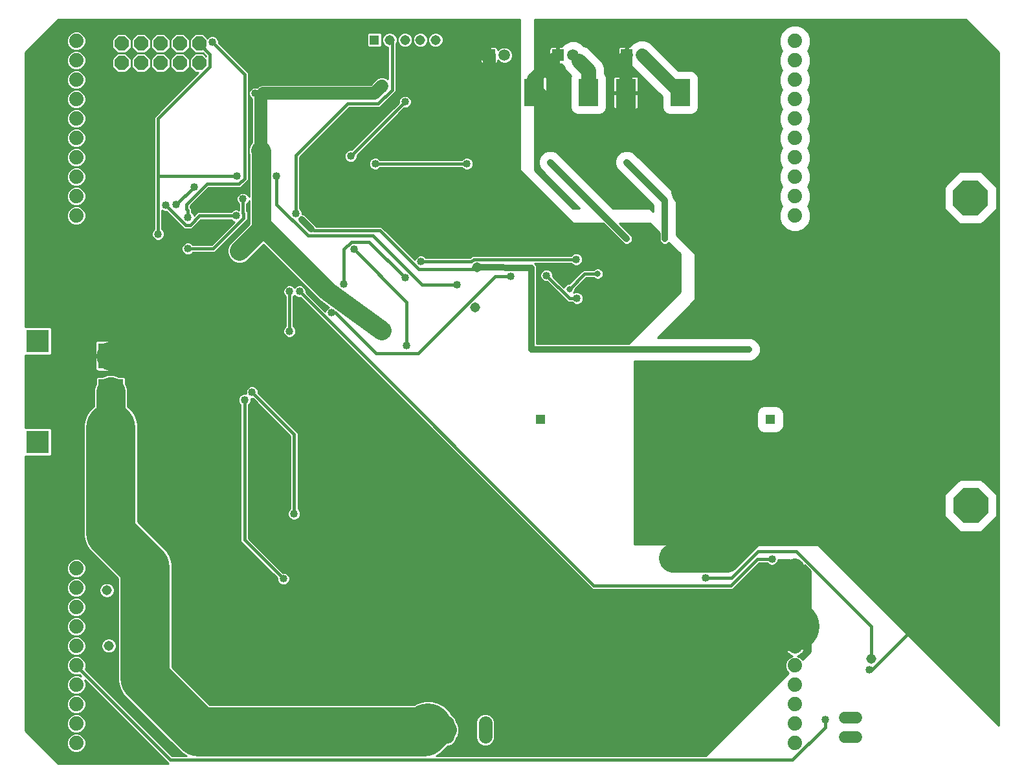
<source format=gbl>
G75*
G70*
%OFA0B0*%
%FSLAX24Y24*%
%IPPOS*%
%LPD*%
%AMOC8*
5,1,8,0,0,1.08239X$1,22.5*
%
%ADD10C,0.0740*%
%ADD11C,0.0705*%
%ADD12C,0.0600*%
%ADD13C,0.1810*%
%ADD14OC8,0.1810*%
%ADD15OC8,0.0740*%
%ADD16R,0.1300X0.1300*%
%ADD17R,0.1181X0.1181*%
%ADD18R,0.0515X0.0515*%
%ADD19C,0.0515*%
%ADD20R,0.1000X0.1400*%
%ADD21C,0.0594*%
%ADD22R,0.0594X0.0594*%
%ADD23R,0.0396X0.0396*%
%ADD24C,0.1000*%
%ADD25C,0.0657*%
%ADD26C,0.0317*%
%ADD27C,0.0150*%
%ADD28C,0.0400*%
%ADD29C,0.1500*%
%ADD30C,0.2540*%
%ADD31C,0.0760*%
%ADD32C,0.0100*%
%ADD33C,0.0240*%
%ADD34C,0.0660*%
%ADD35C,0.0396*%
%ADD36C,0.2539*%
%ADD37C,0.0320*%
%ADD38C,0.0157*%
%ADD39C,0.0160*%
%ADD40C,0.0400*%
D10*
X041983Y001755D03*
X041983Y002755D03*
X041983Y003755D03*
X041983Y004755D03*
X041983Y005755D03*
X041983Y006755D03*
X041983Y007755D03*
X041983Y008755D03*
X041983Y009755D03*
X041983Y010755D03*
X078991Y010755D03*
X078991Y009755D03*
X078991Y008755D03*
X078991Y007755D03*
X078991Y006755D03*
X078991Y005755D03*
X078991Y004755D03*
X078991Y003755D03*
X078991Y002755D03*
X078991Y001755D03*
X078991Y028920D03*
X078991Y029920D03*
X078991Y030920D03*
X078991Y031920D03*
X078991Y032920D03*
X078991Y033920D03*
X078991Y034920D03*
X078991Y035920D03*
X078991Y036920D03*
X078991Y037920D03*
X041983Y037920D03*
X041983Y036920D03*
X041983Y035920D03*
X041983Y034920D03*
X041983Y033920D03*
X041983Y032920D03*
X041983Y031920D03*
X041983Y030920D03*
X041983Y029920D03*
X041983Y028920D03*
D11*
X061077Y002788D02*
X061077Y002083D01*
X063046Y002083D02*
X063046Y002788D01*
D12*
X081569Y003050D02*
X082169Y003050D01*
X082169Y002050D02*
X081569Y002050D01*
D13*
X088046Y009991D03*
X088026Y025837D03*
D14*
X088026Y029837D03*
X088046Y013991D03*
D15*
X048314Y036786D03*
X047314Y036786D03*
X046314Y036786D03*
X045314Y036786D03*
X044314Y036786D03*
X044314Y037786D03*
X045314Y037786D03*
X046314Y037786D03*
X047314Y037786D03*
X048314Y037786D03*
D16*
X043755Y021715D03*
X043755Y019865D03*
X043755Y018015D03*
D17*
X040005Y017265D03*
X040005Y022465D03*
D18*
X065900Y018428D03*
X077711Y018428D03*
X057337Y037975D03*
D19*
X058125Y037975D03*
X058912Y037975D03*
X059699Y037975D03*
X060487Y037975D03*
X062633Y026263D03*
X062534Y024196D03*
X045920Y021440D03*
X043558Y009629D03*
X043656Y006774D03*
X082928Y006086D03*
D20*
X073085Y035263D03*
X070285Y035263D03*
X068361Y035263D03*
X065561Y035263D03*
D21*
X064030Y037188D03*
X067573Y037188D03*
X071117Y037188D03*
D22*
X070329Y037188D03*
X066786Y037188D03*
X063243Y037188D03*
D23*
X051570Y028389D03*
X050388Y027109D03*
X057731Y023015D03*
X057021Y018760D03*
X072731Y011302D03*
D24*
X078991Y010755D02*
X078991Y009755D01*
X078991Y008755D01*
X078991Y007755D01*
X061077Y002436D02*
X060971Y002542D01*
X060093Y002542D01*
X049857Y006479D02*
X049857Y007267D01*
X049857Y008054D02*
X051235Y009432D01*
X052810Y009432D01*
X048282Y009629D02*
X047495Y008841D01*
X057731Y023015D02*
X054916Y025042D01*
X051570Y028389D01*
X051510Y028448D01*
X051510Y028231D01*
X050388Y027109D01*
X051510Y028448D02*
X051510Y032247D01*
X051491Y032267D01*
X065561Y035263D02*
X067180Y033645D01*
X070329Y033645D01*
X071510Y033645D01*
X073873Y031282D01*
X070329Y033645D02*
X070285Y033689D01*
X070285Y035263D01*
D25*
X057731Y035613D02*
X057337Y035219D01*
X051629Y035219D01*
X051491Y035082D01*
X051491Y032267D01*
D26*
X057731Y035613D03*
X066392Y031676D03*
X070329Y031676D03*
X070329Y027739D03*
X069503Y027542D03*
X072298Y027739D03*
X068833Y025928D03*
X067377Y025141D03*
X076629Y022030D03*
X080959Y023999D03*
X061274Y015141D03*
X061274Y013566D03*
X052810Y009432D03*
X049857Y007267D03*
X049857Y006479D03*
X047495Y008841D03*
X048282Y009629D03*
X053597Y028723D03*
D27*
X053282Y029038D02*
X053282Y032030D01*
X055959Y034708D01*
X057534Y034708D01*
X058243Y035416D01*
X058243Y037857D01*
X058125Y037975D01*
X051491Y035082D02*
X051196Y035219D01*
X050644Y036204D02*
X048991Y037857D01*
X048873Y037227D02*
X048314Y037786D01*
X048873Y037227D02*
X048873Y036597D01*
X046196Y033920D01*
X046196Y030967D01*
X050251Y030967D01*
X050369Y030574D02*
X048715Y030574D01*
X047652Y029511D01*
X047652Y029274D01*
X047731Y029196D01*
X047731Y028841D01*
X047849Y028448D02*
X048322Y028920D01*
X050211Y028920D01*
X050566Y029078D02*
X050605Y029038D01*
X050605Y028802D01*
X049030Y027227D01*
X047731Y027227D01*
X046196Y027975D02*
X046196Y030967D01*
X047140Y029511D02*
X048046Y030416D01*
X046589Y029471D02*
X047613Y028448D01*
X047849Y028448D01*
X050566Y029078D02*
X050566Y029786D01*
X052298Y029511D02*
X052298Y030967D01*
X050644Y030849D02*
X050644Y036204D01*
X056117Y031991D02*
X058912Y034786D01*
X057377Y031597D02*
X062101Y031597D01*
X057613Y028172D02*
X059621Y026164D01*
X062534Y026164D01*
X062633Y026263D01*
X062337Y026558D02*
X062455Y026676D01*
X067731Y026676D01*
X066196Y025849D02*
X067377Y024668D01*
X067770Y024668D01*
X064345Y025810D02*
X063558Y025810D01*
X059581Y021834D01*
X057416Y021834D01*
X055329Y023920D01*
X055133Y023920D01*
X052967Y022975D02*
X052967Y025023D01*
X053479Y025023D02*
X068636Y009865D01*
X075684Y009865D01*
X077062Y011243D01*
X077810Y011243D01*
X077101Y011637D02*
X079070Y011637D01*
X082928Y007778D01*
X082928Y006086D01*
X082967Y005534D02*
X082810Y005534D01*
X082967Y005534D02*
X085999Y008566D01*
X085999Y009826D01*
X077101Y011637D02*
X075723Y010259D01*
X074385Y010259D01*
X080566Y002975D02*
X080566Y002582D01*
X078873Y000889D01*
X046825Y000889D01*
X041983Y005731D01*
X041983Y005755D01*
X050644Y012227D02*
X052652Y010219D01*
X050644Y012227D02*
X050644Y019432D01*
X051038Y019826D02*
X053203Y017660D01*
X053203Y013566D01*
X058991Y022227D02*
X058991Y024471D01*
X056274Y027188D01*
X056156Y027582D02*
X057062Y027582D01*
X058912Y025731D01*
X059778Y025377D02*
X057259Y027897D01*
X053912Y027897D01*
X052298Y029511D01*
X050644Y030849D02*
X050369Y030574D01*
X054089Y028231D02*
X054227Y028172D01*
X057613Y028172D01*
X056156Y027582D02*
X055762Y027188D01*
X055762Y025416D01*
X059778Y025377D02*
X061589Y025377D01*
X062337Y026558D02*
X059739Y026558D01*
D28*
X059739Y026558D03*
X058912Y025731D03*
X061589Y025377D03*
X064345Y025810D03*
X066196Y025849D03*
X067731Y026676D03*
X067770Y024668D03*
X058991Y022227D03*
X055133Y023920D03*
X052967Y022975D03*
X052967Y025023D03*
X053479Y025023D03*
X055762Y025416D03*
X056274Y027188D03*
X053282Y029038D03*
X050566Y029786D03*
X050211Y028920D03*
X047731Y028841D03*
X047140Y029511D03*
X046589Y029471D03*
X048046Y030416D03*
X050251Y030967D03*
X052298Y030967D03*
X056117Y031991D03*
X057377Y031597D03*
X062101Y031597D03*
X058912Y034786D03*
X051196Y035219D03*
X048991Y037857D03*
X046196Y027975D03*
X047731Y027227D03*
X051038Y019826D03*
X050644Y019432D03*
X053203Y013566D03*
X052652Y010219D03*
X074385Y010259D03*
X077810Y011243D03*
X082810Y005534D03*
X080566Y002975D03*
D29*
X075448Y011302D02*
X072731Y011302D01*
X075448Y011302D02*
X077298Y013152D01*
X061834Y014197D02*
X061563Y014197D01*
X060935Y014825D01*
X048282Y012778D02*
X048282Y009629D01*
X049857Y008054D01*
X049857Y007267D01*
X043755Y018015D02*
X043755Y019865D01*
X043755Y021715D02*
X046432Y021715D01*
X045133Y023015D01*
X045133Y034629D01*
X045211Y034589D01*
X046432Y021715D02*
X046707Y021440D01*
X046432Y021715D02*
X047101Y021321D01*
D30*
X046707Y021440D02*
X053364Y021387D01*
X054096Y021730D01*
X056824Y018960D01*
X057021Y018760D01*
X060807Y014915D01*
X060935Y014825D01*
X061834Y014197D01*
X062062Y014038D01*
X068361Y008054D01*
X071114Y007718D01*
X078991Y007755D01*
X085290Y010219D02*
X085684Y009826D01*
X085999Y009826D01*
X087881Y009826D01*
X088046Y009991D01*
X085290Y010219D02*
X085172Y013152D01*
X077298Y013152D01*
X085172Y013152D02*
X085290Y015141D01*
X088026Y017877D01*
X088026Y025837D01*
X086196Y025837D01*
X080959Y025837D01*
X078400Y025837D01*
X073873Y030365D01*
X073873Y031282D01*
X077495Y025837D02*
X078400Y025837D01*
X043755Y018015D02*
X043755Y012582D01*
X045526Y010810D01*
X045526Y005101D01*
X048282Y002345D01*
X059896Y002345D01*
X060093Y002542D01*
D31*
X078991Y006755D02*
X078991Y007755D01*
X068361Y035263D02*
X068361Y036400D01*
X067869Y036893D01*
X065561Y035963D02*
X065561Y035263D01*
D32*
X039363Y016544D02*
X039363Y002406D01*
X041059Y000710D01*
X046714Y000710D01*
X042421Y005003D01*
X042483Y004854D01*
X042483Y004655D01*
X042407Y004472D01*
X042266Y004331D01*
X042082Y004255D01*
X041883Y004255D01*
X041700Y004179D01*
X041559Y004038D01*
X041483Y003854D01*
X041483Y003655D01*
X041559Y003472D01*
X041700Y003331D01*
X041883Y003255D01*
X041700Y003179D01*
X041559Y003038D01*
X041483Y002854D01*
X041483Y002655D01*
X041559Y002472D01*
X041700Y002331D01*
X041883Y002255D01*
X041700Y002179D01*
X041559Y002038D01*
X041483Y001854D01*
X041483Y001655D01*
X041559Y001472D01*
X041700Y001331D01*
X041883Y001255D01*
X042082Y001255D01*
X042266Y001331D01*
X042407Y001472D01*
X042483Y001655D01*
X042483Y001854D01*
X042407Y002038D01*
X042266Y002179D01*
X042082Y002255D01*
X042266Y002331D01*
X042407Y002472D01*
X042483Y002655D01*
X042483Y002854D01*
X042407Y003038D01*
X042266Y003179D01*
X042082Y003255D01*
X042266Y003331D01*
X042407Y003472D01*
X042483Y003655D01*
X042483Y003854D01*
X042407Y004038D01*
X042266Y004179D01*
X042082Y004255D01*
X041883Y004255D01*
X041700Y004331D01*
X041559Y004472D01*
X041483Y004655D01*
X041483Y004854D01*
X041559Y005038D01*
X041700Y005179D01*
X041883Y005255D01*
X042082Y005255D01*
X042144Y005280D01*
X042231Y005193D01*
X042082Y005255D01*
X041883Y005255D01*
X041700Y005331D01*
X041559Y005472D01*
X041483Y005655D01*
X041483Y005854D01*
X041559Y006038D01*
X041700Y006179D01*
X041883Y006255D01*
X042082Y006255D01*
X042266Y006331D01*
X042407Y006472D01*
X042483Y006655D01*
X042483Y006854D01*
X042407Y007038D01*
X042266Y007179D01*
X042082Y007255D01*
X042266Y007331D01*
X042407Y007472D01*
X042483Y007655D01*
X042483Y007854D01*
X042407Y008038D01*
X042266Y008179D01*
X042082Y008255D01*
X042266Y008331D01*
X042407Y008472D01*
X042483Y008655D01*
X042483Y008854D01*
X042407Y009038D01*
X042266Y009179D01*
X042082Y009255D01*
X042266Y009331D01*
X042407Y009472D01*
X042483Y009655D01*
X042483Y009854D01*
X042407Y010038D01*
X042266Y010179D01*
X042082Y010255D01*
X042266Y010331D01*
X042407Y010472D01*
X042483Y010655D01*
X042483Y010854D01*
X042407Y011038D01*
X042266Y011179D01*
X042082Y011255D01*
X041883Y011255D01*
X041700Y011179D01*
X041559Y011038D01*
X041483Y010854D01*
X041483Y010655D01*
X041559Y010472D01*
X041700Y010331D01*
X041883Y010255D01*
X041700Y010179D01*
X041559Y010038D01*
X041483Y009854D01*
X041483Y009655D01*
X041559Y009472D01*
X041700Y009331D01*
X041883Y009255D01*
X041700Y009179D01*
X041559Y009038D01*
X041483Y008854D01*
X041483Y008655D01*
X041559Y008472D01*
X041700Y008331D01*
X041883Y008255D01*
X041700Y008179D01*
X041559Y008038D01*
X041483Y007854D01*
X041483Y007655D01*
X041559Y007472D01*
X041700Y007331D01*
X041883Y007255D01*
X041700Y007179D01*
X041559Y007038D01*
X041483Y006854D01*
X041483Y006655D01*
X041559Y006472D01*
X041700Y006331D01*
X041883Y006255D01*
X042082Y006255D01*
X042266Y006179D01*
X042407Y006038D01*
X042483Y005854D01*
X042483Y005655D01*
X042444Y005560D01*
X046910Y001094D01*
X047650Y001094D01*
X047423Y001225D01*
X047162Y001486D01*
X047162Y001486D01*
X044406Y004242D01*
X044222Y004561D01*
X044126Y004917D01*
X044126Y010230D01*
X042634Y011722D01*
X042450Y012041D01*
X042355Y012397D01*
X042355Y018199D01*
X042450Y018555D01*
X042634Y018875D01*
X042875Y019115D01*
X042875Y020040D01*
X042975Y020282D01*
X042975Y020569D01*
X043051Y020645D01*
X043338Y020645D01*
X043580Y020745D01*
X043930Y020745D01*
X044171Y020645D01*
X044458Y020645D01*
X044535Y020569D01*
X044535Y020282D01*
X044635Y020040D01*
X044635Y019115D01*
X044875Y018875D01*
X045059Y018555D01*
X045155Y018199D01*
X045155Y013161D01*
X046386Y011930D01*
X046386Y011930D01*
X046647Y011670D01*
X046831Y011350D01*
X046926Y010994D01*
X046926Y005681D01*
X048862Y003745D01*
X059377Y003745D01*
X059553Y003847D01*
X059909Y003942D01*
X060277Y003942D01*
X060634Y003847D01*
X060953Y003662D01*
X061213Y003402D01*
X061325Y003208D01*
X061351Y003197D01*
X061486Y003062D01*
X061560Y002884D01*
X061560Y002844D01*
X061612Y002793D01*
X061707Y002561D01*
X061707Y002311D01*
X061612Y002079D01*
X061560Y002027D01*
X061560Y001987D01*
X061486Y001810D01*
X061351Y001674D01*
X061173Y001601D01*
X061132Y001601D01*
X060756Y001225D01*
X060528Y001094D01*
X074393Y001094D01*
X078669Y005370D01*
X078567Y005472D01*
X078491Y005655D01*
X078491Y005854D01*
X078567Y006038D01*
X078708Y006179D01*
X078873Y006247D01*
X078869Y006248D01*
X078791Y006273D01*
X078718Y006310D01*
X078652Y006358D01*
X078594Y006416D01*
X078546Y006482D01*
X078509Y006555D01*
X078484Y006633D01*
X078472Y006705D01*
X078941Y006705D01*
X078941Y006805D01*
X078941Y007705D01*
X078472Y007705D01*
X078484Y007633D01*
X078509Y007555D01*
X078546Y007482D01*
X078594Y007416D01*
X078652Y007358D01*
X078718Y007310D01*
X078791Y007273D01*
X078847Y007255D01*
X078791Y007237D01*
X078718Y007200D01*
X078652Y007151D01*
X078594Y007094D01*
X078546Y007027D01*
X078509Y006954D01*
X078484Y006877D01*
X078472Y006805D01*
X078941Y006805D01*
X079041Y006805D01*
X079509Y006805D01*
X079498Y006877D01*
X079473Y006954D01*
X079436Y007027D01*
X079387Y007094D01*
X079330Y007151D01*
X079263Y007200D01*
X079190Y007237D01*
X079135Y007255D01*
X079190Y007273D01*
X079263Y007310D01*
X079330Y007358D01*
X079387Y007416D01*
X079436Y007482D01*
X079473Y007555D01*
X079498Y007633D01*
X079509Y007705D01*
X079041Y007705D01*
X079041Y007805D01*
X079509Y007805D01*
X079498Y007877D01*
X079473Y007954D01*
X079436Y008027D01*
X079387Y008094D01*
X079330Y008151D01*
X079263Y008200D01*
X079190Y008237D01*
X079135Y008255D01*
X079190Y008273D01*
X079263Y008310D01*
X079330Y008358D01*
X079387Y008416D01*
X079436Y008482D01*
X079473Y008555D01*
X079498Y008633D01*
X079509Y008705D01*
X079041Y008705D01*
X079041Y008805D01*
X079509Y008805D01*
X079498Y008877D01*
X079473Y008954D01*
X079436Y009027D01*
X079387Y009094D01*
X079330Y009151D01*
X079263Y009200D01*
X079190Y009237D01*
X079135Y009255D01*
X079190Y009273D01*
X079263Y009310D01*
X079330Y009358D01*
X079387Y009416D01*
X079436Y009482D01*
X079473Y009555D01*
X079498Y009633D01*
X079509Y009705D01*
X079041Y009705D01*
X079041Y009805D01*
X079509Y009805D01*
X079498Y009877D01*
X079473Y009954D01*
X079436Y010027D01*
X079387Y010094D01*
X079330Y010151D01*
X079263Y010200D01*
X079190Y010237D01*
X079135Y010255D01*
X079190Y010273D01*
X079263Y010310D01*
X079330Y010358D01*
X079387Y010416D01*
X079436Y010482D01*
X079473Y010555D01*
X079498Y010633D01*
X079509Y010705D01*
X079041Y010705D01*
X079041Y010805D01*
X079509Y010805D01*
X079498Y010877D01*
X079478Y010938D01*
X079778Y010638D01*
X079778Y006479D01*
X079376Y006077D01*
X079274Y006179D01*
X079109Y006247D01*
X079113Y006248D01*
X079190Y006273D01*
X079263Y006310D01*
X079330Y006358D01*
X079387Y006416D01*
X079436Y006482D01*
X079473Y006555D01*
X079498Y006633D01*
X079509Y006705D01*
X079041Y006705D01*
X079041Y006805D01*
X079041Y007273D01*
X079041Y007705D01*
X078941Y007705D01*
X078941Y007805D01*
X078941Y008705D01*
X078472Y008705D01*
X078484Y008633D01*
X078509Y008555D01*
X078546Y008482D01*
X078594Y008416D01*
X078652Y008358D01*
X078718Y008310D01*
X078791Y008273D01*
X078847Y008255D01*
X078791Y008237D01*
X078718Y008200D01*
X078652Y008151D01*
X078594Y008094D01*
X078546Y008027D01*
X078509Y007954D01*
X078484Y007877D01*
X078472Y007805D01*
X078941Y007805D01*
X079041Y007805D01*
X079041Y008236D01*
X079041Y008705D01*
X078941Y008705D01*
X078941Y008805D01*
X078941Y009705D01*
X078472Y009705D01*
X078484Y009633D01*
X078509Y009555D01*
X078546Y009482D01*
X078594Y009416D01*
X078652Y009358D01*
X078718Y009310D01*
X078791Y009273D01*
X078847Y009255D01*
X078791Y009237D01*
X078718Y009200D01*
X078652Y009151D01*
X078594Y009094D01*
X078546Y009027D01*
X078509Y008954D01*
X078484Y008877D01*
X078472Y008805D01*
X078941Y008805D01*
X079041Y008805D01*
X079041Y009236D01*
X079041Y009705D01*
X078941Y009705D01*
X078941Y009805D01*
X078941Y010705D01*
X078472Y010705D01*
X078484Y010633D01*
X078509Y010555D01*
X078546Y010482D01*
X078594Y010416D01*
X078652Y010358D01*
X078718Y010310D01*
X078791Y010273D01*
X078847Y010255D01*
X078791Y010237D01*
X078718Y010200D01*
X078652Y010151D01*
X078594Y010094D01*
X078546Y010027D01*
X078509Y009954D01*
X078484Y009877D01*
X078472Y009805D01*
X078941Y009805D01*
X079041Y009805D01*
X079041Y010236D01*
X079041Y010705D01*
X078941Y010705D01*
X078941Y010805D01*
X078472Y010805D01*
X078484Y010877D01*
X078509Y010954D01*
X078546Y011027D01*
X078594Y011094D01*
X078652Y011151D01*
X078718Y011200D01*
X078726Y011204D01*
X078140Y011204D01*
X078140Y011177D01*
X078089Y011056D01*
X077997Y010963D01*
X077875Y010913D01*
X077744Y010913D01*
X077623Y010963D01*
X077548Y011038D01*
X077147Y011038D01*
X075889Y009780D01*
X075769Y009660D01*
X068552Y009660D01*
X053519Y024693D01*
X053413Y024693D01*
X053292Y024743D01*
X053223Y024812D01*
X053172Y024761D01*
X053172Y023237D01*
X053247Y023162D01*
X053297Y023041D01*
X053297Y022910D01*
X053247Y022788D01*
X053154Y022696D01*
X053033Y022645D01*
X052902Y022645D01*
X052780Y022696D01*
X052687Y022788D01*
X052637Y022910D01*
X052637Y023041D01*
X052687Y023162D01*
X052762Y023237D01*
X052762Y024761D01*
X052687Y024836D01*
X052637Y024957D01*
X052637Y025088D01*
X052687Y025209D01*
X052780Y025302D01*
X052902Y025353D01*
X053033Y025353D01*
X053154Y025302D01*
X053223Y025233D01*
X053292Y025302D01*
X053413Y025353D01*
X053545Y025353D01*
X053666Y025302D01*
X053759Y025209D01*
X053809Y025088D01*
X053809Y024982D01*
X054803Y023988D01*
X054853Y024107D01*
X054946Y024200D01*
X054985Y024216D01*
X054607Y024488D01*
X054559Y024508D01*
X054507Y024561D01*
X054446Y024604D01*
X054419Y024649D01*
X051619Y027448D01*
X050745Y026575D01*
X050514Y026479D01*
X050263Y026479D01*
X050032Y026575D01*
X049854Y026752D01*
X049758Y026984D01*
X049758Y027234D01*
X049854Y027466D01*
X050880Y028492D01*
X050880Y029684D01*
X050845Y029599D01*
X050771Y029525D01*
X050771Y029163D01*
X050810Y029123D01*
X050810Y028717D01*
X049235Y027142D01*
X049115Y027022D01*
X047993Y027022D01*
X047918Y026947D01*
X047797Y026897D01*
X047665Y026897D01*
X047544Y026947D01*
X047451Y027040D01*
X047401Y027162D01*
X047401Y027293D01*
X047451Y027414D01*
X047544Y027507D01*
X047665Y027557D01*
X047797Y027557D01*
X047918Y027507D01*
X047993Y027432D01*
X048945Y027432D01*
X050116Y028603D01*
X050024Y028640D01*
X049950Y028715D01*
X048406Y028715D01*
X048054Y028363D01*
X047934Y028243D01*
X047528Y028243D01*
X046629Y029141D01*
X046524Y029141D01*
X046402Y029192D01*
X046401Y029193D01*
X046401Y028237D01*
X046475Y028162D01*
X046526Y028041D01*
X046526Y027910D01*
X046475Y027788D01*
X046382Y027696D01*
X046261Y027645D01*
X046130Y027645D01*
X046009Y027696D01*
X045916Y027788D01*
X045866Y027910D01*
X045866Y028041D01*
X045916Y028162D01*
X045991Y028237D01*
X045991Y034005D01*
X048272Y036286D01*
X048107Y036286D01*
X047814Y036579D01*
X047814Y036993D01*
X048107Y037286D01*
X048521Y037286D01*
X048668Y037139D01*
X048668Y037142D01*
X048522Y037288D01*
X048521Y037286D01*
X048107Y037286D01*
X047814Y037579D01*
X047814Y037993D01*
X048107Y038286D01*
X048521Y038286D01*
X048737Y038070D01*
X048804Y038137D01*
X048925Y038187D01*
X049056Y038187D01*
X049178Y038137D01*
X049271Y038044D01*
X049321Y037923D01*
X049321Y037817D01*
X050849Y036289D01*
X050849Y030764D01*
X050729Y030644D01*
X050454Y030369D01*
X048800Y030369D01*
X047857Y029426D01*
X047857Y029359D01*
X047936Y029281D01*
X047936Y029103D01*
X048011Y029028D01*
X048049Y028937D01*
X048237Y029125D01*
X049950Y029125D01*
X050024Y029200D01*
X050146Y029250D01*
X050277Y029250D01*
X050361Y029215D01*
X050361Y029525D01*
X050286Y029599D01*
X050236Y029721D01*
X050236Y029852D01*
X050286Y029973D01*
X050379Y030066D01*
X050500Y030116D01*
X050631Y030116D01*
X050753Y030066D01*
X050845Y029973D01*
X050880Y029888D01*
X050880Y032094D01*
X050849Y032094D01*
X050880Y032094D02*
X050861Y032141D01*
X050861Y032392D01*
X050957Y032623D01*
X051032Y032699D01*
X051032Y034930D01*
X051009Y034940D01*
X050916Y035032D01*
X050866Y035154D01*
X050866Y035285D01*
X050916Y035406D01*
X051009Y035499D01*
X051130Y035549D01*
X051261Y035549D01*
X051296Y035535D01*
X051369Y035608D01*
X051537Y035678D01*
X057147Y035678D01*
X057471Y036002D01*
X057640Y036072D01*
X057822Y036072D01*
X057991Y036002D01*
X058038Y035955D01*
X058038Y037592D01*
X057905Y037647D01*
X057796Y037756D01*
X057737Y037898D01*
X057737Y038052D01*
X057796Y038195D01*
X057905Y038304D01*
X058048Y038363D01*
X058202Y038363D01*
X058344Y038304D01*
X058453Y038195D01*
X058512Y038052D01*
X058512Y037898D01*
X058453Y037756D01*
X058448Y037750D01*
X058448Y035331D01*
X058328Y035211D01*
X057619Y034503D01*
X056044Y034503D01*
X053487Y031945D01*
X053487Y029300D01*
X053562Y029225D01*
X053612Y029104D01*
X053612Y029013D01*
X053655Y029013D01*
X053761Y028969D01*
X054335Y028395D01*
X054343Y028377D01*
X057698Y028377D01*
X059421Y026654D01*
X059459Y026745D01*
X059552Y026838D01*
X059673Y026888D01*
X059804Y026888D01*
X059926Y026838D01*
X060001Y026763D01*
X062252Y026763D01*
X062370Y026881D01*
X067469Y026881D01*
X067544Y026956D01*
X067665Y027006D01*
X067797Y027006D01*
X067918Y026956D01*
X068011Y026863D01*
X068061Y026742D01*
X068061Y026610D01*
X068011Y026489D01*
X067918Y026396D01*
X067797Y026346D01*
X067665Y026346D01*
X067544Y026396D01*
X067469Y026471D01*
X065591Y026471D01*
X065614Y026447D01*
X065654Y026407D01*
X065654Y026406D01*
X065655Y026406D01*
X065676Y026353D01*
X065698Y026301D01*
X065698Y026300D01*
X065699Y026299D01*
X065698Y026242D01*
X065698Y022320D01*
X070423Y022320D01*
X073085Y024983D01*
X073085Y026952D01*
X072503Y027534D01*
X072462Y027493D01*
X072356Y027449D01*
X072240Y027449D01*
X072134Y027493D01*
X072052Y027575D01*
X072008Y027681D01*
X072008Y028029D01*
X071510Y028526D01*
X069952Y028526D01*
X070575Y027903D01*
X070619Y027797D01*
X070619Y027681D01*
X070575Y027575D01*
X070494Y027493D01*
X070387Y027449D01*
X070272Y027449D01*
X070165Y027493D01*
X069132Y028526D01*
X067573Y028526D01*
X064818Y031282D01*
X064818Y039020D01*
X041059Y039020D01*
X039363Y037324D01*
X039363Y023186D01*
X040649Y023186D01*
X040725Y023109D01*
X040725Y021821D01*
X040649Y021744D01*
X039363Y021744D01*
X039363Y017986D01*
X040649Y017986D01*
X040725Y017909D01*
X040725Y016621D01*
X040649Y016544D01*
X039363Y016544D01*
X039363Y016531D02*
X042355Y016531D01*
X042355Y016433D02*
X039363Y016433D01*
X039363Y016334D02*
X042355Y016334D01*
X042355Y016236D02*
X039363Y016236D01*
X039363Y016137D02*
X042355Y016137D01*
X042355Y016039D02*
X039363Y016039D01*
X039363Y015940D02*
X042355Y015940D01*
X042355Y015842D02*
X039363Y015842D01*
X039363Y015743D02*
X042355Y015743D01*
X042355Y015645D02*
X039363Y015645D01*
X039363Y015546D02*
X042355Y015546D01*
X042355Y015448D02*
X039363Y015448D01*
X039363Y015349D02*
X042355Y015349D01*
X042355Y015251D02*
X039363Y015251D01*
X039363Y015152D02*
X042355Y015152D01*
X042355Y015054D02*
X039363Y015054D01*
X039363Y014955D02*
X042355Y014955D01*
X042355Y014857D02*
X039363Y014857D01*
X039363Y014758D02*
X042355Y014758D01*
X042355Y014660D02*
X039363Y014660D01*
X039363Y014561D02*
X042355Y014561D01*
X042355Y014463D02*
X039363Y014463D01*
X039363Y014364D02*
X042355Y014364D01*
X042355Y014266D02*
X039363Y014266D01*
X039363Y014167D02*
X042355Y014167D01*
X042355Y014069D02*
X039363Y014069D01*
X039363Y013970D02*
X042355Y013970D01*
X042355Y013872D02*
X039363Y013872D01*
X039363Y013773D02*
X042355Y013773D01*
X042355Y013675D02*
X039363Y013675D01*
X039363Y013576D02*
X042355Y013576D01*
X042355Y013478D02*
X039363Y013478D01*
X039363Y013379D02*
X042355Y013379D01*
X042355Y013281D02*
X039363Y013281D01*
X039363Y013182D02*
X042355Y013182D01*
X042355Y013084D02*
X039363Y013084D01*
X039363Y012985D02*
X042355Y012985D01*
X042355Y012887D02*
X039363Y012887D01*
X039363Y012788D02*
X042355Y012788D01*
X042355Y012690D02*
X039363Y012690D01*
X039363Y012591D02*
X042355Y012591D01*
X042355Y012493D02*
X039363Y012493D01*
X039363Y012394D02*
X042355Y012394D01*
X042382Y012296D02*
X039363Y012296D01*
X039363Y012197D02*
X042408Y012197D01*
X042435Y012099D02*
X039363Y012099D01*
X039363Y012000D02*
X042474Y012000D01*
X042531Y011902D02*
X039363Y011902D01*
X039363Y011803D02*
X042588Y011803D01*
X042652Y011705D02*
X039363Y011705D01*
X039363Y011606D02*
X042750Y011606D01*
X042849Y011508D02*
X039363Y011508D01*
X039363Y011409D02*
X042947Y011409D01*
X043046Y011311D02*
X039363Y011311D01*
X039363Y011212D02*
X041780Y011212D01*
X041635Y011114D02*
X039363Y011114D01*
X039363Y011015D02*
X041550Y011015D01*
X041509Y010917D02*
X039363Y010917D01*
X039363Y010818D02*
X041483Y010818D01*
X041483Y010720D02*
X039363Y010720D01*
X039363Y010621D02*
X041497Y010621D01*
X041538Y010523D02*
X039363Y010523D01*
X039363Y010424D02*
X041607Y010424D01*
X041713Y010326D02*
X039363Y010326D01*
X039363Y010227D02*
X041816Y010227D01*
X041883Y010255D02*
X042082Y010255D01*
X041883Y010255D01*
X041650Y010129D02*
X039363Y010129D01*
X039363Y010030D02*
X041556Y010030D01*
X041515Y009932D02*
X039363Y009932D01*
X039363Y009833D02*
X041483Y009833D01*
X041483Y009735D02*
X039363Y009735D01*
X039363Y009636D02*
X041491Y009636D01*
X041532Y009538D02*
X039363Y009538D01*
X039363Y009439D02*
X041592Y009439D01*
X041690Y009341D02*
X039363Y009341D01*
X039363Y009242D02*
X041853Y009242D01*
X041883Y009255D02*
X042082Y009255D01*
X041883Y009255D01*
X042113Y009242D02*
X043479Y009242D01*
X043481Y009241D02*
X043635Y009241D01*
X043777Y009300D01*
X043886Y009409D01*
X043945Y009552D01*
X043945Y009706D01*
X043886Y009848D01*
X043777Y009957D01*
X043635Y010016D01*
X043481Y010016D01*
X043338Y009957D01*
X043229Y009848D01*
X043170Y009706D01*
X043170Y009552D01*
X043229Y009409D01*
X043338Y009300D01*
X043481Y009241D01*
X043636Y009242D02*
X044126Y009242D01*
X044126Y009144D02*
X042301Y009144D01*
X042400Y009045D02*
X044126Y009045D01*
X044126Y008947D02*
X042445Y008947D01*
X042483Y008848D02*
X044126Y008848D01*
X044126Y008750D02*
X042483Y008750D01*
X042481Y008651D02*
X044126Y008651D01*
X044126Y008553D02*
X042440Y008553D01*
X042389Y008454D02*
X044126Y008454D01*
X044126Y008356D02*
X042291Y008356D01*
X042286Y008159D02*
X044126Y008159D01*
X044126Y008257D02*
X042088Y008257D01*
X042082Y008255D02*
X041883Y008255D01*
X042082Y008255D01*
X041878Y008257D02*
X039363Y008257D01*
X039363Y008159D02*
X041680Y008159D01*
X041581Y008060D02*
X039363Y008060D01*
X039363Y007962D02*
X041527Y007962D01*
X041487Y007863D02*
X039363Y007863D01*
X039363Y007765D02*
X041483Y007765D01*
X041483Y007666D02*
X039363Y007666D01*
X039363Y007568D02*
X041519Y007568D01*
X041562Y007469D02*
X039363Y007469D01*
X039363Y007371D02*
X041660Y007371D01*
X041695Y007174D02*
X039363Y007174D01*
X039363Y007272D02*
X041842Y007272D01*
X041883Y007255D02*
X042082Y007255D01*
X041883Y007255D01*
X042124Y007272D02*
X044126Y007272D01*
X044126Y007174D02*
X042271Y007174D01*
X042370Y007075D02*
X043409Y007075D01*
X043437Y007103D02*
X043328Y006994D01*
X043269Y006852D01*
X043269Y006697D01*
X043328Y006555D01*
X043437Y006446D01*
X043579Y006387D01*
X043733Y006387D01*
X043876Y006446D01*
X043985Y006555D01*
X044044Y006697D01*
X044044Y006852D01*
X043985Y006994D01*
X043876Y007103D01*
X043733Y007162D01*
X043579Y007162D01*
X043437Y007103D01*
X043320Y006977D02*
X042432Y006977D01*
X042473Y006878D02*
X043280Y006878D01*
X043269Y006780D02*
X042483Y006780D01*
X042483Y006681D02*
X043275Y006681D01*
X043316Y006583D02*
X042453Y006583D01*
X042412Y006484D02*
X043399Y006484D01*
X043914Y006484D02*
X044126Y006484D01*
X044126Y006386D02*
X042321Y006386D01*
X042160Y006287D02*
X044126Y006287D01*
X044126Y006189D02*
X042242Y006189D01*
X042355Y006090D02*
X044126Y006090D01*
X044126Y005992D02*
X042426Y005992D01*
X042467Y005893D02*
X044126Y005893D01*
X044126Y005795D02*
X042483Y005795D01*
X042483Y005696D02*
X044126Y005696D01*
X044126Y005598D02*
X042459Y005598D01*
X042505Y005499D02*
X044126Y005499D01*
X044126Y005401D02*
X042604Y005401D01*
X042702Y005302D02*
X044126Y005302D01*
X044126Y005204D02*
X042801Y005204D01*
X042899Y005105D02*
X044126Y005105D01*
X044126Y005007D02*
X042998Y005007D01*
X043096Y004908D02*
X044129Y004908D01*
X044155Y004810D02*
X043195Y004810D01*
X043293Y004711D02*
X044181Y004711D01*
X044208Y004613D02*
X043392Y004613D01*
X043490Y004514D02*
X044249Y004514D01*
X044306Y004416D02*
X043589Y004416D01*
X043687Y004317D02*
X044362Y004317D01*
X044429Y004219D02*
X043786Y004219D01*
X043884Y004120D02*
X044528Y004120D01*
X044626Y004022D02*
X043983Y004022D01*
X044081Y003923D02*
X044725Y003923D01*
X044823Y003825D02*
X044180Y003825D01*
X044278Y003726D02*
X044922Y003726D01*
X045020Y003628D02*
X044377Y003628D01*
X044475Y003529D02*
X045119Y003529D01*
X045217Y003431D02*
X044574Y003431D01*
X044672Y003332D02*
X045316Y003332D01*
X045414Y003234D02*
X044771Y003234D01*
X044869Y003135D02*
X045513Y003135D01*
X045611Y003037D02*
X044968Y003037D01*
X045066Y002938D02*
X045710Y002938D01*
X045808Y002840D02*
X045165Y002840D01*
X045263Y002741D02*
X045907Y002741D01*
X046005Y002643D02*
X045362Y002643D01*
X045460Y002544D02*
X046104Y002544D01*
X046202Y002446D02*
X045559Y002446D01*
X045657Y002347D02*
X046301Y002347D01*
X046399Y002249D02*
X045756Y002249D01*
X045854Y002150D02*
X046498Y002150D01*
X046596Y002052D02*
X045953Y002052D01*
X046051Y001953D02*
X046695Y001953D01*
X046793Y001855D02*
X046150Y001855D01*
X046248Y001756D02*
X046892Y001756D01*
X046990Y001658D02*
X046347Y001658D01*
X046445Y001559D02*
X047089Y001559D01*
X047187Y001461D02*
X046544Y001461D01*
X046642Y001362D02*
X047286Y001362D01*
X047384Y001264D02*
X046741Y001264D01*
X046839Y001165D02*
X047527Y001165D01*
X046653Y000771D02*
X040998Y000771D01*
X040900Y000870D02*
X046555Y000870D01*
X046456Y000968D02*
X040801Y000968D01*
X040703Y001067D02*
X046358Y001067D01*
X046259Y001165D02*
X040604Y001165D01*
X040506Y001264D02*
X041862Y001264D01*
X041669Y001362D02*
X040407Y001362D01*
X040309Y001461D02*
X041570Y001461D01*
X041523Y001559D02*
X040210Y001559D01*
X040112Y001658D02*
X041483Y001658D01*
X041483Y001756D02*
X040013Y001756D01*
X039915Y001855D02*
X041483Y001855D01*
X041524Y001953D02*
X039816Y001953D01*
X039718Y002052D02*
X041573Y002052D01*
X041671Y002150D02*
X039619Y002150D01*
X039521Y002249D02*
X041868Y002249D01*
X041883Y002255D02*
X042082Y002255D01*
X041883Y002255D01*
X042098Y002249D02*
X045176Y002249D01*
X045077Y002347D02*
X042282Y002347D01*
X042381Y002446D02*
X044979Y002446D01*
X044880Y002544D02*
X042437Y002544D01*
X042478Y002643D02*
X044782Y002643D01*
X044683Y002741D02*
X042483Y002741D01*
X042483Y002840D02*
X044585Y002840D01*
X044486Y002938D02*
X042448Y002938D01*
X042407Y003037D02*
X044388Y003037D01*
X044289Y003135D02*
X042310Y003135D01*
X042267Y003332D02*
X044092Y003332D01*
X043994Y003431D02*
X042366Y003431D01*
X042431Y003529D02*
X043895Y003529D01*
X043797Y003628D02*
X042471Y003628D01*
X042483Y003726D02*
X043698Y003726D01*
X043600Y003825D02*
X042483Y003825D01*
X042454Y003923D02*
X043501Y003923D01*
X043403Y004022D02*
X042414Y004022D01*
X042325Y004120D02*
X043304Y004120D01*
X043206Y004219D02*
X042170Y004219D01*
X042233Y004317D02*
X043107Y004317D01*
X043009Y004416D02*
X042351Y004416D01*
X042424Y004514D02*
X042910Y004514D01*
X042812Y004613D02*
X042465Y004613D01*
X042483Y004711D02*
X042713Y004711D01*
X042615Y004810D02*
X042483Y004810D01*
X042461Y004908D02*
X042516Y004908D01*
X042221Y005204D02*
X042206Y005204D01*
X041760Y005204D02*
X039363Y005204D01*
X039363Y005302D02*
X041770Y005302D01*
X041630Y005401D02*
X039363Y005401D01*
X039363Y005499D02*
X041548Y005499D01*
X041507Y005598D02*
X039363Y005598D01*
X039363Y005696D02*
X041483Y005696D01*
X041483Y005795D02*
X039363Y005795D01*
X039363Y005893D02*
X041499Y005893D01*
X041540Y005992D02*
X039363Y005992D01*
X039363Y006090D02*
X041611Y006090D01*
X041723Y006189D02*
X039363Y006189D01*
X039363Y006287D02*
X041806Y006287D01*
X041645Y006386D02*
X039363Y006386D01*
X039363Y006484D02*
X041554Y006484D01*
X041513Y006583D02*
X039363Y006583D01*
X039363Y006681D02*
X041483Y006681D01*
X041483Y006780D02*
X039363Y006780D01*
X039363Y006878D02*
X041493Y006878D01*
X041534Y006977D02*
X039363Y006977D01*
X039363Y007075D02*
X041596Y007075D01*
X042306Y007371D02*
X044126Y007371D01*
X044126Y007469D02*
X042404Y007469D01*
X042447Y007568D02*
X044126Y007568D01*
X044126Y007666D02*
X042483Y007666D01*
X042483Y007765D02*
X044126Y007765D01*
X044126Y007863D02*
X042479Y007863D01*
X042439Y007962D02*
X044126Y007962D01*
X044126Y008060D02*
X042385Y008060D01*
X041675Y008356D02*
X039363Y008356D01*
X039363Y008454D02*
X041577Y008454D01*
X041526Y008553D02*
X039363Y008553D01*
X039363Y008651D02*
X041485Y008651D01*
X041483Y008750D02*
X039363Y008750D01*
X039363Y008848D02*
X041483Y008848D01*
X041521Y008947D02*
X039363Y008947D01*
X039363Y009045D02*
X041566Y009045D01*
X041665Y009144D02*
X039363Y009144D01*
X042276Y009341D02*
X043298Y009341D01*
X043217Y009439D02*
X042374Y009439D01*
X042434Y009538D02*
X043176Y009538D01*
X043170Y009636D02*
X042475Y009636D01*
X042483Y009735D02*
X043182Y009735D01*
X043223Y009833D02*
X042483Y009833D01*
X042451Y009932D02*
X043312Y009932D01*
X043803Y009932D02*
X044126Y009932D01*
X044126Y010030D02*
X042410Y010030D01*
X042316Y010129D02*
X044126Y010129D01*
X044126Y010227D02*
X042149Y010227D01*
X042253Y010326D02*
X044031Y010326D01*
X043932Y010424D02*
X042359Y010424D01*
X042428Y010523D02*
X043834Y010523D01*
X043735Y010621D02*
X042469Y010621D01*
X042483Y010720D02*
X043637Y010720D01*
X043538Y010818D02*
X042483Y010818D01*
X042457Y010917D02*
X043440Y010917D01*
X043341Y011015D02*
X042416Y011015D01*
X042331Y011114D02*
X043243Y011114D01*
X043144Y011212D02*
X042186Y011212D01*
X043893Y009833D02*
X044126Y009833D01*
X044126Y009735D02*
X043933Y009735D01*
X043945Y009636D02*
X044126Y009636D01*
X044126Y009538D02*
X043939Y009538D01*
X043899Y009439D02*
X044126Y009439D01*
X044126Y009341D02*
X043817Y009341D01*
X046926Y009341D02*
X078676Y009341D01*
X078577Y009439D02*
X046926Y009439D01*
X046926Y009538D02*
X078518Y009538D01*
X078483Y009636D02*
X046926Y009636D01*
X046926Y009735D02*
X068477Y009735D01*
X068379Y009833D02*
X046926Y009833D01*
X046926Y009932D02*
X052485Y009932D01*
X052465Y009940D02*
X052587Y009889D01*
X052718Y009889D01*
X052839Y009940D01*
X052932Y010032D01*
X052982Y010154D01*
X052982Y010285D01*
X052932Y010406D01*
X052839Y010499D01*
X052718Y010549D01*
X052612Y010549D01*
X050849Y012312D01*
X050849Y019170D01*
X050924Y019245D01*
X050974Y019366D01*
X050974Y019496D01*
X051078Y019496D01*
X052998Y017575D01*
X052998Y013828D01*
X052924Y013753D01*
X052873Y013631D01*
X052873Y013500D01*
X052924Y013379D01*
X053016Y013286D01*
X053138Y013236D01*
X053269Y013236D01*
X053390Y013286D01*
X053483Y013379D01*
X053533Y013500D01*
X053533Y013631D01*
X053483Y013753D01*
X053408Y013828D01*
X053408Y017745D01*
X053288Y017865D01*
X051368Y019786D01*
X051368Y019891D01*
X051318Y020013D01*
X051225Y020105D01*
X051104Y020156D01*
X050972Y020156D01*
X050851Y020105D01*
X050758Y020013D01*
X050708Y019891D01*
X050708Y019762D01*
X050579Y019762D01*
X050457Y019712D01*
X050365Y019619D01*
X050314Y019498D01*
X050314Y019366D01*
X050365Y019245D01*
X050439Y019170D01*
X050439Y012142D01*
X052322Y010259D01*
X052322Y010154D01*
X052372Y010032D01*
X052465Y009940D01*
X052375Y010030D02*
X046926Y010030D01*
X046926Y010129D02*
X052333Y010129D01*
X052322Y010227D02*
X046926Y010227D01*
X046926Y010326D02*
X052256Y010326D01*
X052158Y010424D02*
X046926Y010424D01*
X046926Y010523D02*
X052059Y010523D01*
X051961Y010621D02*
X046926Y010621D01*
X046926Y010720D02*
X051862Y010720D01*
X051764Y010818D02*
X046926Y010818D01*
X046926Y010917D02*
X051665Y010917D01*
X051567Y011015D02*
X046921Y011015D01*
X046894Y011114D02*
X051468Y011114D01*
X051370Y011212D02*
X046868Y011212D01*
X046841Y011311D02*
X051271Y011311D01*
X051173Y011409D02*
X046797Y011409D01*
X046740Y011508D02*
X051074Y011508D01*
X050976Y011606D02*
X046683Y011606D01*
X046612Y011705D02*
X050877Y011705D01*
X050779Y011803D02*
X046513Y011803D01*
X046415Y011902D02*
X050680Y011902D01*
X050582Y012000D02*
X046316Y012000D01*
X046218Y012099D02*
X050483Y012099D01*
X050439Y012197D02*
X046119Y012197D01*
X046021Y012296D02*
X050439Y012296D01*
X050439Y012394D02*
X045922Y012394D01*
X045824Y012493D02*
X050439Y012493D01*
X050439Y012591D02*
X045725Y012591D01*
X045627Y012690D02*
X050439Y012690D01*
X050439Y012788D02*
X045528Y012788D01*
X045430Y012887D02*
X050439Y012887D01*
X050439Y012985D02*
X045331Y012985D01*
X045233Y013084D02*
X050439Y013084D01*
X050439Y013182D02*
X045155Y013182D01*
X045155Y013281D02*
X050439Y013281D01*
X050439Y013379D02*
X045155Y013379D01*
X045155Y013478D02*
X050439Y013478D01*
X050439Y013576D02*
X045155Y013576D01*
X045155Y013675D02*
X050439Y013675D01*
X050439Y013773D02*
X045155Y013773D01*
X045155Y013872D02*
X050439Y013872D01*
X050439Y013970D02*
X045155Y013970D01*
X045155Y014069D02*
X050439Y014069D01*
X050439Y014167D02*
X045155Y014167D01*
X045155Y014266D02*
X050439Y014266D01*
X050439Y014364D02*
X045155Y014364D01*
X045155Y014463D02*
X050439Y014463D01*
X050439Y014561D02*
X045155Y014561D01*
X045155Y014660D02*
X050439Y014660D01*
X050439Y014758D02*
X045155Y014758D01*
X045155Y014857D02*
X050439Y014857D01*
X050439Y014955D02*
X045155Y014955D01*
X045155Y015054D02*
X050439Y015054D01*
X050439Y015152D02*
X045155Y015152D01*
X045155Y015251D02*
X050439Y015251D01*
X050439Y015349D02*
X045155Y015349D01*
X045155Y015448D02*
X050439Y015448D01*
X050439Y015546D02*
X045155Y015546D01*
X045155Y015645D02*
X050439Y015645D01*
X050439Y015743D02*
X045155Y015743D01*
X045155Y015842D02*
X050439Y015842D01*
X050439Y015940D02*
X045155Y015940D01*
X045155Y016039D02*
X050439Y016039D01*
X050439Y016137D02*
X045155Y016137D01*
X045155Y016236D02*
X050439Y016236D01*
X050439Y016334D02*
X045155Y016334D01*
X045155Y016433D02*
X050439Y016433D01*
X050439Y016531D02*
X045155Y016531D01*
X045155Y016630D02*
X050439Y016630D01*
X050439Y016728D02*
X045155Y016728D01*
X045155Y016827D02*
X050439Y016827D01*
X050439Y016925D02*
X045155Y016925D01*
X045155Y017024D02*
X050439Y017024D01*
X050439Y017122D02*
X045155Y017122D01*
X045155Y017221D02*
X050439Y017221D01*
X050439Y017319D02*
X045155Y017319D01*
X045155Y017418D02*
X050439Y017418D01*
X050439Y017516D02*
X045155Y017516D01*
X045155Y017615D02*
X050439Y017615D01*
X050439Y017713D02*
X045155Y017713D01*
X045155Y017812D02*
X050439Y017812D01*
X050439Y017910D02*
X045155Y017910D01*
X045155Y018009D02*
X050439Y018009D01*
X050439Y018107D02*
X045155Y018107D01*
X045153Y018206D02*
X050439Y018206D01*
X050439Y018304D02*
X045127Y018304D01*
X045100Y018403D02*
X050439Y018403D01*
X050439Y018501D02*
X045074Y018501D01*
X045034Y018600D02*
X050439Y018600D01*
X050439Y018698D02*
X044977Y018698D01*
X044920Y018797D02*
X050439Y018797D01*
X050439Y018895D02*
X044854Y018895D01*
X044756Y018994D02*
X050439Y018994D01*
X050439Y019092D02*
X044657Y019092D01*
X044635Y019191D02*
X050419Y019191D01*
X050346Y019289D02*
X044635Y019289D01*
X044635Y019388D02*
X050314Y019388D01*
X050314Y019486D02*
X044635Y019486D01*
X044635Y019585D02*
X050350Y019585D01*
X050429Y019683D02*
X044635Y019683D01*
X044635Y019782D02*
X050708Y019782D01*
X050708Y019880D02*
X044635Y019880D01*
X044635Y019979D02*
X050744Y019979D01*
X050823Y020077D02*
X044619Y020077D01*
X044578Y020176D02*
X058036Y020176D01*
X057938Y020274D02*
X044538Y020274D01*
X044535Y020373D02*
X057839Y020373D01*
X057741Y020471D02*
X044535Y020471D01*
X044534Y020570D02*
X057642Y020570D01*
X057544Y020668D02*
X044115Y020668D01*
X044424Y020915D02*
X044462Y020925D01*
X044497Y020945D01*
X044525Y020973D01*
X044544Y021007D01*
X044555Y021045D01*
X044555Y021665D01*
X043805Y021665D01*
X043805Y021765D01*
X044555Y021765D01*
X044555Y022385D01*
X044544Y022423D01*
X044525Y022457D01*
X044497Y022485D01*
X044462Y022505D01*
X044424Y022515D01*
X043805Y022515D01*
X043805Y021765D01*
X043705Y021765D01*
X043705Y022515D01*
X043085Y022515D01*
X043047Y022505D01*
X043012Y022485D01*
X042985Y022457D01*
X042965Y022423D01*
X042955Y022385D01*
X042955Y021765D01*
X043705Y021765D01*
X043705Y021665D01*
X043805Y021665D01*
X043805Y020915D01*
X044424Y020915D01*
X044515Y020964D02*
X057248Y020964D01*
X057150Y021062D02*
X046076Y021062D01*
X046134Y021091D01*
X046185Y021129D01*
X046231Y021174D01*
X046268Y021226D01*
X046298Y021283D01*
X046317Y021344D01*
X046327Y021408D01*
X046327Y021411D01*
X045949Y021411D01*
X045949Y021469D01*
X045891Y021469D01*
X045891Y021847D01*
X045888Y021847D01*
X045825Y021837D01*
X045764Y021817D01*
X045706Y021788D01*
X045654Y021751D01*
X045609Y021705D01*
X045571Y021653D01*
X044555Y021653D01*
X044555Y021555D02*
X045529Y021555D01*
X045523Y021535D02*
X045512Y021472D01*
X045512Y021469D01*
X045891Y021469D01*
X045891Y021411D01*
X045512Y021411D01*
X045512Y021408D01*
X045523Y021344D01*
X045542Y021283D01*
X045571Y021226D01*
X045609Y021174D01*
X045654Y021129D01*
X045706Y021091D01*
X045764Y021062D01*
X044555Y021062D01*
X044555Y021161D02*
X045623Y021161D01*
X045555Y021259D02*
X044555Y021259D01*
X044555Y021358D02*
X045520Y021358D01*
X045523Y021535D02*
X045542Y021596D01*
X045571Y021653D01*
X045656Y021752D02*
X043805Y021752D01*
X043805Y021850D02*
X043705Y021850D01*
X043705Y021752D02*
X040656Y021752D01*
X040725Y021850D02*
X042955Y021850D01*
X042955Y021949D02*
X040725Y021949D01*
X040725Y022047D02*
X042955Y022047D01*
X042955Y022146D02*
X040725Y022146D01*
X040725Y022244D02*
X042955Y022244D01*
X042955Y022343D02*
X040725Y022343D01*
X040725Y022441D02*
X042975Y022441D01*
X043705Y022441D02*
X043805Y022441D01*
X043805Y022343D02*
X043705Y022343D01*
X043705Y022244D02*
X043805Y022244D01*
X043805Y022146D02*
X043705Y022146D01*
X043705Y022047D02*
X043805Y022047D01*
X043805Y021949D02*
X043705Y021949D01*
X043705Y021665D02*
X042955Y021665D01*
X042955Y021045D01*
X042965Y021007D01*
X042985Y020973D01*
X043012Y020945D01*
X043047Y020925D01*
X043085Y020915D01*
X043705Y020915D01*
X043705Y021665D01*
X043705Y021653D02*
X043805Y021653D01*
X043805Y021555D02*
X043705Y021555D01*
X043705Y021456D02*
X043805Y021456D01*
X043805Y021358D02*
X043705Y021358D01*
X043705Y021259D02*
X043805Y021259D01*
X043805Y021161D02*
X043705Y021161D01*
X043705Y021062D02*
X043805Y021062D01*
X043805Y020964D02*
X043705Y020964D01*
X043394Y020668D02*
X039363Y020668D01*
X039363Y020570D02*
X042975Y020570D01*
X042975Y020471D02*
X039363Y020471D01*
X039363Y020373D02*
X042975Y020373D01*
X042972Y020274D02*
X039363Y020274D01*
X039363Y020176D02*
X042931Y020176D01*
X042890Y020077D02*
X039363Y020077D01*
X039363Y019979D02*
X042875Y019979D01*
X042875Y019880D02*
X039363Y019880D01*
X039363Y019782D02*
X042875Y019782D01*
X042875Y019683D02*
X039363Y019683D01*
X039363Y019585D02*
X042875Y019585D01*
X042875Y019486D02*
X039363Y019486D01*
X039363Y019388D02*
X042875Y019388D01*
X042875Y019289D02*
X039363Y019289D01*
X039363Y019191D02*
X042875Y019191D01*
X042852Y019092D02*
X039363Y019092D01*
X039363Y018994D02*
X042753Y018994D01*
X042655Y018895D02*
X039363Y018895D01*
X039363Y018797D02*
X042589Y018797D01*
X042532Y018698D02*
X039363Y018698D01*
X039363Y018600D02*
X042475Y018600D01*
X042435Y018501D02*
X039363Y018501D01*
X039363Y018403D02*
X042409Y018403D01*
X042383Y018304D02*
X039363Y018304D01*
X039363Y018206D02*
X042356Y018206D01*
X042355Y018107D02*
X039363Y018107D01*
X039363Y018009D02*
X042355Y018009D01*
X042355Y017910D02*
X040725Y017910D01*
X040725Y017812D02*
X042355Y017812D01*
X042355Y017713D02*
X040725Y017713D01*
X040725Y017615D02*
X042355Y017615D01*
X042355Y017516D02*
X040725Y017516D01*
X040725Y017418D02*
X042355Y017418D01*
X042355Y017319D02*
X040725Y017319D01*
X040725Y017221D02*
X042355Y017221D01*
X042355Y017122D02*
X040725Y017122D01*
X040725Y017024D02*
X042355Y017024D01*
X042355Y016925D02*
X040725Y016925D01*
X040725Y016827D02*
X042355Y016827D01*
X042355Y016728D02*
X040725Y016728D01*
X040725Y016630D02*
X042355Y016630D01*
X050849Y016630D02*
X052998Y016630D01*
X052998Y016728D02*
X050849Y016728D01*
X050849Y016827D02*
X052998Y016827D01*
X052998Y016925D02*
X050849Y016925D01*
X050849Y017024D02*
X052998Y017024D01*
X052998Y017122D02*
X050849Y017122D01*
X050849Y017221D02*
X052998Y017221D01*
X052998Y017319D02*
X050849Y017319D01*
X050849Y017418D02*
X052998Y017418D01*
X052998Y017516D02*
X050849Y017516D01*
X050849Y017615D02*
X052959Y017615D01*
X052861Y017713D02*
X050849Y017713D01*
X050849Y017812D02*
X052762Y017812D01*
X052664Y017910D02*
X050849Y017910D01*
X050849Y018009D02*
X052565Y018009D01*
X052467Y018107D02*
X050849Y018107D01*
X050849Y018206D02*
X052368Y018206D01*
X052270Y018304D02*
X050849Y018304D01*
X050849Y018403D02*
X052171Y018403D01*
X052073Y018501D02*
X050849Y018501D01*
X050849Y018600D02*
X051974Y018600D01*
X051876Y018698D02*
X050849Y018698D01*
X050849Y018797D02*
X051777Y018797D01*
X051679Y018895D02*
X050849Y018895D01*
X050849Y018994D02*
X051580Y018994D01*
X051482Y019092D02*
X050849Y019092D01*
X050870Y019191D02*
X051383Y019191D01*
X051285Y019289D02*
X050942Y019289D01*
X050974Y019388D02*
X051186Y019388D01*
X051088Y019486D02*
X050974Y019486D01*
X051372Y019782D02*
X058430Y019782D01*
X058332Y019880D02*
X051368Y019880D01*
X051332Y019979D02*
X058233Y019979D01*
X058135Y020077D02*
X051253Y020077D01*
X051471Y019683D02*
X058529Y019683D01*
X058627Y019585D02*
X051569Y019585D01*
X051668Y019486D02*
X058726Y019486D01*
X058824Y019388D02*
X051766Y019388D01*
X051865Y019289D02*
X058923Y019289D01*
X059021Y019191D02*
X051963Y019191D01*
X052062Y019092D02*
X059120Y019092D01*
X059218Y018994D02*
X052160Y018994D01*
X052259Y018895D02*
X059317Y018895D01*
X059415Y018797D02*
X052357Y018797D01*
X052456Y018698D02*
X059514Y018698D01*
X059612Y018600D02*
X052554Y018600D01*
X052653Y018501D02*
X059711Y018501D01*
X059809Y018403D02*
X052751Y018403D01*
X052850Y018304D02*
X059908Y018304D01*
X060006Y018206D02*
X052948Y018206D01*
X053047Y018107D02*
X060105Y018107D01*
X060203Y018009D02*
X053145Y018009D01*
X053244Y017910D02*
X060302Y017910D01*
X060400Y017812D02*
X053342Y017812D01*
X053288Y017865D02*
X053288Y017865D01*
X053408Y017713D02*
X060499Y017713D01*
X060597Y017615D02*
X053408Y017615D01*
X053408Y017516D02*
X060696Y017516D01*
X060794Y017418D02*
X053408Y017418D01*
X053408Y017319D02*
X060893Y017319D01*
X060991Y017221D02*
X053408Y017221D01*
X053408Y017122D02*
X061090Y017122D01*
X061188Y017024D02*
X053408Y017024D01*
X053408Y016925D02*
X061287Y016925D01*
X061385Y016827D02*
X053408Y016827D01*
X053408Y016728D02*
X061484Y016728D01*
X061582Y016630D02*
X053408Y016630D01*
X053408Y016531D02*
X061681Y016531D01*
X061779Y016433D02*
X053408Y016433D01*
X053408Y016334D02*
X061878Y016334D01*
X061976Y016236D02*
X053408Y016236D01*
X053408Y016137D02*
X062075Y016137D01*
X062173Y016039D02*
X053408Y016039D01*
X053408Y015940D02*
X062272Y015940D01*
X062370Y015842D02*
X053408Y015842D01*
X053408Y015743D02*
X062469Y015743D01*
X062567Y015645D02*
X053408Y015645D01*
X053408Y015546D02*
X062666Y015546D01*
X062764Y015448D02*
X053408Y015448D01*
X053408Y015349D02*
X062863Y015349D01*
X062961Y015251D02*
X053408Y015251D01*
X053408Y015152D02*
X063060Y015152D01*
X063158Y015054D02*
X053408Y015054D01*
X053408Y014955D02*
X063257Y014955D01*
X063355Y014857D02*
X053408Y014857D01*
X053408Y014758D02*
X063454Y014758D01*
X063552Y014660D02*
X053408Y014660D01*
X053408Y014561D02*
X063651Y014561D01*
X063749Y014463D02*
X053408Y014463D01*
X053408Y014364D02*
X063848Y014364D01*
X063946Y014266D02*
X053408Y014266D01*
X053408Y014167D02*
X064045Y014167D01*
X064143Y014069D02*
X053408Y014069D01*
X053408Y013970D02*
X064242Y013970D01*
X064340Y013872D02*
X053408Y013872D01*
X053463Y013773D02*
X064439Y013773D01*
X064537Y013675D02*
X053516Y013675D01*
X053533Y013576D02*
X064636Y013576D01*
X064734Y013478D02*
X053524Y013478D01*
X053483Y013379D02*
X064833Y013379D01*
X064931Y013281D02*
X053377Y013281D01*
X053030Y013281D02*
X050849Y013281D01*
X050849Y013379D02*
X052924Y013379D01*
X052883Y013478D02*
X050849Y013478D01*
X050849Y013576D02*
X052873Y013576D01*
X052891Y013675D02*
X050849Y013675D01*
X050849Y013773D02*
X052944Y013773D01*
X052998Y013872D02*
X050849Y013872D01*
X050849Y013970D02*
X052998Y013970D01*
X052998Y014069D02*
X050849Y014069D01*
X050849Y014167D02*
X052998Y014167D01*
X052998Y014266D02*
X050849Y014266D01*
X050849Y014364D02*
X052998Y014364D01*
X052998Y014463D02*
X050849Y014463D01*
X050849Y014561D02*
X052998Y014561D01*
X052998Y014660D02*
X050849Y014660D01*
X050849Y014758D02*
X052998Y014758D01*
X052998Y014857D02*
X050849Y014857D01*
X050849Y014955D02*
X052998Y014955D01*
X052998Y015054D02*
X050849Y015054D01*
X050849Y015152D02*
X052998Y015152D01*
X052998Y015251D02*
X050849Y015251D01*
X050849Y015349D02*
X052998Y015349D01*
X052998Y015448D02*
X050849Y015448D01*
X050849Y015546D02*
X052998Y015546D01*
X052998Y015645D02*
X050849Y015645D01*
X050849Y015743D02*
X052998Y015743D01*
X052998Y015842D02*
X050849Y015842D01*
X050849Y015940D02*
X052998Y015940D01*
X052998Y016039D02*
X050849Y016039D01*
X050849Y016137D02*
X052998Y016137D01*
X052998Y016236D02*
X050849Y016236D01*
X050849Y016334D02*
X052998Y016334D01*
X052998Y016433D02*
X050849Y016433D01*
X050849Y016531D02*
X052998Y016531D01*
X052219Y019471D02*
X053364Y021387D01*
X055771Y022441D02*
X044534Y022441D01*
X044555Y022343D02*
X055869Y022343D01*
X055968Y022244D02*
X044555Y022244D01*
X044555Y022146D02*
X056066Y022146D01*
X056165Y022047D02*
X044555Y022047D01*
X044555Y021949D02*
X056263Y021949D01*
X056362Y021850D02*
X044555Y021850D01*
X044555Y021456D02*
X045891Y021456D01*
X045891Y021411D02*
X045949Y021411D01*
X045949Y021032D01*
X045952Y021032D01*
X046015Y021042D01*
X046076Y021062D01*
X045949Y021062D02*
X045891Y021062D01*
X045891Y021032D02*
X045891Y021411D01*
X045891Y021358D02*
X045949Y021358D01*
X045949Y021456D02*
X056756Y021456D01*
X056854Y021358D02*
X046319Y021358D01*
X046285Y021259D02*
X056953Y021259D01*
X057051Y021161D02*
X046217Y021161D01*
X045949Y021161D02*
X045891Y021161D01*
X045891Y021259D02*
X045949Y021259D01*
X045949Y021469D02*
X046327Y021469D01*
X046327Y021472D01*
X046317Y021535D01*
X046298Y021596D01*
X046268Y021653D01*
X046231Y021705D01*
X046185Y021751D01*
X046134Y021788D01*
X046076Y021817D01*
X046015Y021837D01*
X045952Y021847D01*
X045949Y021847D01*
X045949Y021469D01*
X045949Y021555D02*
X045891Y021555D01*
X045891Y021653D02*
X045949Y021653D01*
X045949Y021752D02*
X045891Y021752D01*
X046184Y021752D02*
X056460Y021752D01*
X056559Y021653D02*
X046269Y021653D01*
X046311Y021555D02*
X056657Y021555D01*
X057347Y020865D02*
X039363Y020865D01*
X039363Y020767D02*
X057445Y020767D01*
X055672Y022540D02*
X040725Y022540D01*
X040725Y022638D02*
X055574Y022638D01*
X055475Y022737D02*
X053195Y022737D01*
X053266Y022835D02*
X055377Y022835D01*
X055278Y022934D02*
X053297Y022934D01*
X053297Y023032D02*
X055180Y023032D01*
X055081Y023131D02*
X053260Y023131D01*
X053180Y023229D02*
X054983Y023229D01*
X054884Y023328D02*
X053172Y023328D01*
X053172Y023426D02*
X054786Y023426D01*
X054687Y023525D02*
X053172Y023525D01*
X053172Y023623D02*
X054589Y023623D01*
X054490Y023722D02*
X053172Y023722D01*
X053172Y023820D02*
X054392Y023820D01*
X054293Y023919D02*
X053172Y023919D01*
X053172Y024017D02*
X054195Y024017D01*
X054096Y024116D02*
X053172Y024116D01*
X053172Y024214D02*
X053998Y024214D01*
X053899Y024313D02*
X053172Y024313D01*
X053172Y024411D02*
X053801Y024411D01*
X053702Y024510D02*
X053172Y024510D01*
X053172Y024608D02*
X053604Y024608D01*
X053379Y024707D02*
X053172Y024707D01*
X053216Y024805D02*
X053230Y024805D01*
X052762Y024707D02*
X039363Y024707D01*
X039363Y024805D02*
X052718Y024805D01*
X052659Y024904D02*
X039363Y024904D01*
X039363Y025002D02*
X052637Y025002D01*
X052642Y025101D02*
X039363Y025101D01*
X039363Y025199D02*
X052683Y025199D01*
X052776Y025298D02*
X039363Y025298D01*
X039363Y025396D02*
X053671Y025396D01*
X053671Y025298D02*
X053770Y025298D01*
X053763Y025199D02*
X053868Y025199D01*
X053804Y025101D02*
X053967Y025101D01*
X054065Y025002D02*
X053809Y025002D01*
X053888Y024904D02*
X054164Y024904D01*
X054262Y024805D02*
X053986Y024805D01*
X054085Y024707D02*
X054361Y024707D01*
X054444Y024608D02*
X054183Y024608D01*
X054282Y024510D02*
X054558Y024510D01*
X054714Y024411D02*
X054380Y024411D01*
X054479Y024313D02*
X054851Y024313D01*
X054980Y024214D02*
X054577Y024214D01*
X054676Y024116D02*
X054861Y024116D01*
X054815Y024017D02*
X054774Y024017D01*
X052762Y024017D02*
X039363Y024017D01*
X039363Y023919D02*
X052762Y023919D01*
X052762Y023820D02*
X039363Y023820D01*
X039363Y023722D02*
X052762Y023722D01*
X052762Y023623D02*
X039363Y023623D01*
X039363Y023525D02*
X052762Y023525D01*
X052762Y023426D02*
X039363Y023426D01*
X039363Y023328D02*
X052762Y023328D01*
X052754Y023229D02*
X039363Y023229D01*
X040704Y023131D02*
X052674Y023131D01*
X052637Y023032D02*
X040725Y023032D01*
X040725Y022934D02*
X052637Y022934D01*
X052668Y022835D02*
X040725Y022835D01*
X040725Y022737D02*
X052739Y022737D01*
X052762Y024116D02*
X039363Y024116D01*
X039363Y024214D02*
X052762Y024214D01*
X052762Y024313D02*
X039363Y024313D01*
X039363Y024411D02*
X052762Y024411D01*
X052762Y024510D02*
X039363Y024510D01*
X039363Y024608D02*
X052762Y024608D01*
X053159Y025298D02*
X053287Y025298D01*
X053573Y025495D02*
X039363Y025495D01*
X039363Y025593D02*
X053474Y025593D01*
X053376Y025692D02*
X039363Y025692D01*
X039363Y025790D02*
X053277Y025790D01*
X053179Y025889D02*
X039363Y025889D01*
X039363Y025987D02*
X053080Y025987D01*
X052982Y026086D02*
X039363Y026086D01*
X039363Y026184D02*
X052883Y026184D01*
X052785Y026283D02*
X039363Y026283D01*
X039363Y026381D02*
X052686Y026381D01*
X052588Y026480D02*
X050515Y026480D01*
X050262Y026480D02*
X039363Y026480D01*
X039363Y026578D02*
X050029Y026578D01*
X049930Y026677D02*
X039363Y026677D01*
X039363Y026775D02*
X049845Y026775D01*
X049804Y026874D02*
X039363Y026874D01*
X039363Y026972D02*
X047519Y026972D01*
X047439Y027071D02*
X039363Y027071D01*
X039363Y027169D02*
X047401Y027169D01*
X047401Y027268D02*
X039363Y027268D01*
X039363Y027366D02*
X047431Y027366D01*
X047502Y027465D02*
X039363Y027465D01*
X039363Y027563D02*
X049076Y027563D01*
X048978Y027465D02*
X047960Y027465D01*
X047942Y026972D02*
X049763Y026972D01*
X049758Y027071D02*
X049163Y027071D01*
X049262Y027169D02*
X049758Y027169D01*
X049772Y027268D02*
X049360Y027268D01*
X049459Y027366D02*
X049813Y027366D01*
X049854Y027465D02*
X049557Y027465D01*
X049656Y027563D02*
X049951Y027563D01*
X050050Y027662D02*
X049754Y027662D01*
X049853Y027760D02*
X050148Y027760D01*
X050247Y027859D02*
X049951Y027859D01*
X050050Y027957D02*
X050345Y027957D01*
X050444Y028056D02*
X050148Y028056D01*
X050247Y028154D02*
X050542Y028154D01*
X050641Y028253D02*
X050345Y028253D01*
X050444Y028351D02*
X050739Y028351D01*
X050838Y028450D02*
X050542Y028450D01*
X050641Y028548D02*
X050880Y028548D01*
X050880Y028647D02*
X050739Y028647D01*
X050810Y028745D02*
X050880Y028745D01*
X050880Y028844D02*
X050810Y028844D01*
X050810Y028942D02*
X050880Y028942D01*
X050880Y029041D02*
X050810Y029041D01*
X050794Y029139D02*
X050880Y029139D01*
X050880Y029238D02*
X050771Y029238D01*
X050771Y029336D02*
X050880Y029336D01*
X050880Y029435D02*
X050771Y029435D01*
X050779Y029533D02*
X050880Y029533D01*
X050880Y029632D02*
X050859Y029632D01*
X050864Y029927D02*
X050880Y029927D01*
X050880Y030026D02*
X050793Y030026D01*
X050880Y030124D02*
X048556Y030124D01*
X048654Y030223D02*
X050880Y030223D01*
X050880Y030321D02*
X048753Y030321D01*
X048457Y030026D02*
X050338Y030026D01*
X050267Y029927D02*
X048359Y029927D01*
X048260Y029829D02*
X050236Y029829D01*
X050236Y029730D02*
X048162Y029730D01*
X048063Y029632D02*
X050273Y029632D01*
X050352Y029533D02*
X047965Y029533D01*
X047866Y029435D02*
X050361Y029435D01*
X050361Y029336D02*
X047881Y029336D01*
X047936Y029238D02*
X050115Y029238D01*
X049964Y029139D02*
X047936Y029139D01*
X047999Y029041D02*
X048152Y029041D01*
X048054Y028942D02*
X048046Y028942D01*
X048338Y028647D02*
X050018Y028647D01*
X050061Y028548D02*
X048239Y028548D01*
X048141Y028450D02*
X049963Y028450D01*
X049864Y028351D02*
X048042Y028351D01*
X047944Y028253D02*
X049766Y028253D01*
X049667Y028154D02*
X046479Y028154D01*
X046519Y028056D02*
X049569Y028056D01*
X049470Y027957D02*
X046526Y027957D01*
X046504Y027859D02*
X049372Y027859D01*
X049273Y027760D02*
X046447Y027760D01*
X046301Y027662D02*
X049175Y027662D01*
X047518Y028253D02*
X046401Y028253D01*
X046401Y028351D02*
X047420Y028351D01*
X047321Y028450D02*
X046401Y028450D01*
X046401Y028548D02*
X047223Y028548D01*
X047124Y028647D02*
X046401Y028647D01*
X046401Y028745D02*
X047026Y028745D01*
X046927Y028844D02*
X046401Y028844D01*
X046401Y028942D02*
X046829Y028942D01*
X046730Y029041D02*
X046401Y029041D01*
X046401Y029139D02*
X046632Y029139D01*
X045991Y029139D02*
X042433Y029139D01*
X042407Y029203D02*
X042266Y029344D01*
X042082Y029420D01*
X041883Y029420D01*
X041700Y029344D01*
X041559Y029203D01*
X041483Y029020D01*
X041483Y028821D01*
X041559Y028637D01*
X041700Y028496D01*
X041883Y028420D01*
X042082Y028420D01*
X042266Y028496D01*
X042407Y028637D01*
X042483Y028821D01*
X042483Y029020D01*
X042407Y029203D01*
X042373Y029238D02*
X045991Y029238D01*
X045991Y029336D02*
X042274Y029336D01*
X042266Y029496D02*
X042407Y029637D01*
X042483Y029821D01*
X042483Y030020D01*
X042407Y030203D01*
X042266Y030344D01*
X042082Y030420D01*
X041883Y030420D01*
X041700Y030344D01*
X041559Y030203D01*
X041483Y030020D01*
X041483Y029821D01*
X041559Y029637D01*
X041700Y029496D01*
X041883Y029420D01*
X042082Y029420D01*
X042266Y029496D01*
X042303Y029533D02*
X045991Y029533D01*
X045991Y029435D02*
X042117Y029435D01*
X041849Y029435D02*
X039363Y029435D01*
X039363Y029533D02*
X041663Y029533D01*
X041564Y029632D02*
X039363Y029632D01*
X039363Y029730D02*
X041520Y029730D01*
X041483Y029829D02*
X039363Y029829D01*
X039363Y029927D02*
X041483Y029927D01*
X041485Y030026D02*
X039363Y030026D01*
X039363Y030124D02*
X041526Y030124D01*
X041578Y030223D02*
X039363Y030223D01*
X039363Y030321D02*
X041677Y030321D01*
X041700Y030496D02*
X041883Y030420D01*
X042082Y030420D01*
X042266Y030496D01*
X042407Y030637D01*
X042483Y030821D01*
X042483Y031020D01*
X042407Y031203D01*
X042266Y031344D01*
X042082Y031420D01*
X041883Y031420D01*
X041700Y031344D01*
X041559Y031203D01*
X041483Y031020D01*
X041483Y030821D01*
X041559Y030637D01*
X041700Y030496D01*
X041678Y030518D02*
X039363Y030518D01*
X039363Y030420D02*
X041882Y030420D01*
X042084Y030420D02*
X045991Y030420D01*
X045991Y030518D02*
X042288Y030518D01*
X042386Y030617D02*
X045991Y030617D01*
X045991Y030715D02*
X042439Y030715D01*
X042480Y030814D02*
X045991Y030814D01*
X045991Y030912D02*
X042483Y030912D01*
X042483Y031011D02*
X045991Y031011D01*
X045991Y031109D02*
X042446Y031109D01*
X042403Y031208D02*
X045991Y031208D01*
X045991Y031306D02*
X042304Y031306D01*
X042266Y031496D02*
X042407Y031637D01*
X042483Y031821D01*
X042483Y032020D01*
X042407Y032203D01*
X042266Y032344D01*
X042082Y032420D01*
X041883Y032420D01*
X041700Y032344D01*
X041559Y032203D01*
X041483Y032020D01*
X041483Y031821D01*
X041559Y031637D01*
X041700Y031496D01*
X041883Y031420D01*
X042082Y031420D01*
X042266Y031496D01*
X042273Y031503D02*
X045991Y031503D01*
X045991Y031405D02*
X042120Y031405D01*
X041846Y031405D02*
X039363Y031405D01*
X039363Y031503D02*
X041693Y031503D01*
X041594Y031602D02*
X039363Y031602D01*
X039363Y031700D02*
X041533Y031700D01*
X041492Y031799D02*
X039363Y031799D01*
X039363Y031897D02*
X041483Y031897D01*
X041483Y031996D02*
X039363Y031996D01*
X039363Y032094D02*
X041514Y032094D01*
X041555Y032193D02*
X039363Y032193D01*
X039363Y032291D02*
X041647Y032291D01*
X041810Y032390D02*
X039363Y032390D01*
X039363Y032488D02*
X041720Y032488D01*
X041700Y032496D02*
X041883Y032420D01*
X042082Y032420D01*
X042266Y032496D01*
X042407Y032637D01*
X042483Y032821D01*
X042483Y033020D01*
X042407Y033203D01*
X042266Y033344D01*
X042082Y033420D01*
X041883Y033420D01*
X041700Y033344D01*
X041559Y033203D01*
X041483Y033020D01*
X041483Y032821D01*
X041559Y032637D01*
X041700Y032496D01*
X041609Y032587D02*
X039363Y032587D01*
X039363Y032685D02*
X041539Y032685D01*
X041498Y032784D02*
X039363Y032784D01*
X039363Y032882D02*
X041483Y032882D01*
X041483Y032981D02*
X039363Y032981D01*
X039363Y033079D02*
X041508Y033079D01*
X041548Y033178D02*
X039363Y033178D01*
X039363Y033276D02*
X041632Y033276D01*
X041773Y033375D02*
X039363Y033375D01*
X039363Y033473D02*
X041756Y033473D01*
X041700Y033496D02*
X041883Y033420D01*
X042082Y033420D01*
X042266Y033496D01*
X042407Y033637D01*
X042483Y033821D01*
X042483Y034020D01*
X042407Y034203D01*
X042266Y034344D01*
X042082Y034420D01*
X041883Y034420D01*
X041700Y034344D01*
X041559Y034203D01*
X041483Y034020D01*
X041483Y033821D01*
X041559Y033637D01*
X041700Y033496D01*
X041624Y033572D02*
X039363Y033572D01*
X039363Y033670D02*
X041545Y033670D01*
X041505Y033769D02*
X039363Y033769D01*
X039363Y033867D02*
X041483Y033867D01*
X041483Y033966D02*
X039363Y033966D01*
X039363Y034064D02*
X041501Y034064D01*
X041542Y034163D02*
X039363Y034163D01*
X039363Y034261D02*
X041617Y034261D01*
X041737Y034360D02*
X039363Y034360D01*
X039363Y034458D02*
X041792Y034458D01*
X041883Y034420D02*
X042082Y034420D01*
X042266Y034496D01*
X042407Y034637D01*
X042483Y034821D01*
X042483Y035020D01*
X042407Y035203D01*
X042266Y035344D01*
X042082Y035420D01*
X041883Y035420D01*
X041700Y035344D01*
X041559Y035203D01*
X041483Y035020D01*
X041483Y034821D01*
X041559Y034637D01*
X041700Y034496D01*
X041883Y034420D01*
X041639Y034557D02*
X039363Y034557D01*
X039363Y034655D02*
X041552Y034655D01*
X041511Y034754D02*
X039363Y034754D01*
X039363Y034852D02*
X041483Y034852D01*
X041483Y034951D02*
X039363Y034951D01*
X039363Y035049D02*
X041495Y035049D01*
X041536Y035148D02*
X039363Y035148D01*
X039363Y035246D02*
X041602Y035246D01*
X041701Y035345D02*
X039363Y035345D01*
X039363Y035443D02*
X041828Y035443D01*
X041883Y035420D02*
X042082Y035420D01*
X042266Y035496D01*
X042407Y035637D01*
X042483Y035821D01*
X042483Y036020D01*
X042407Y036203D01*
X042266Y036344D01*
X042082Y036420D01*
X041883Y036420D01*
X041700Y036344D01*
X041559Y036203D01*
X041483Y036020D01*
X041483Y035821D01*
X041559Y035637D01*
X041700Y035496D01*
X041883Y035420D01*
X042138Y035443D02*
X047429Y035443D01*
X047527Y035542D02*
X042311Y035542D01*
X042408Y035640D02*
X047626Y035640D01*
X047724Y035739D02*
X042449Y035739D01*
X042483Y035837D02*
X047823Y035837D01*
X047921Y035936D02*
X042483Y035936D01*
X042477Y036034D02*
X048020Y036034D01*
X048118Y036133D02*
X042436Y036133D01*
X042379Y036231D02*
X048217Y036231D01*
X048063Y036330D02*
X047564Y036330D01*
X047521Y036286D02*
X047814Y036579D01*
X047814Y036993D01*
X047521Y037286D01*
X047107Y037286D01*
X046814Y036993D01*
X046814Y036579D01*
X047107Y036286D01*
X047521Y036286D01*
X047663Y036428D02*
X047965Y036428D01*
X047866Y036527D02*
X047761Y036527D01*
X047814Y036625D02*
X047814Y036625D01*
X047814Y036724D02*
X047814Y036724D01*
X047814Y036822D02*
X047814Y036822D01*
X047814Y036921D02*
X047814Y036921D01*
X047788Y037019D02*
X047839Y037019D01*
X047938Y037118D02*
X047689Y037118D01*
X047591Y037216D02*
X048036Y037216D01*
X048078Y037315D02*
X047549Y037315D01*
X047521Y037286D02*
X047814Y037579D01*
X047814Y037993D01*
X047521Y038286D01*
X047107Y038286D01*
X046814Y037993D01*
X046814Y037579D01*
X047107Y037286D01*
X047521Y037286D01*
X047648Y037413D02*
X047980Y037413D01*
X047881Y037512D02*
X047746Y037512D01*
X047814Y037610D02*
X047814Y037610D01*
X047814Y037709D02*
X047814Y037709D01*
X047814Y037807D02*
X047814Y037807D01*
X047814Y037906D02*
X047814Y037906D01*
X047803Y038004D02*
X047824Y038004D01*
X047923Y038103D02*
X047704Y038103D01*
X047606Y038201D02*
X048021Y038201D01*
X048606Y038201D02*
X056950Y038201D01*
X056950Y038287D02*
X056950Y037664D01*
X057026Y037588D01*
X057649Y037588D01*
X057725Y037664D01*
X057725Y038287D01*
X057649Y038363D01*
X057026Y038363D01*
X056950Y038287D01*
X056963Y038300D02*
X042311Y038300D01*
X042266Y038344D02*
X042082Y038420D01*
X041883Y038420D01*
X041700Y038344D01*
X041559Y038203D01*
X041483Y038020D01*
X041483Y037821D01*
X041559Y037637D01*
X041700Y037496D01*
X041883Y037420D01*
X041700Y037344D01*
X041559Y037203D01*
X041483Y037020D01*
X041483Y036821D01*
X041559Y036637D01*
X041700Y036496D01*
X041883Y036420D01*
X042082Y036420D01*
X042266Y036496D01*
X042407Y036637D01*
X042483Y036821D01*
X042483Y037020D01*
X042407Y037203D01*
X042266Y037344D01*
X042082Y037420D01*
X041883Y037420D01*
X042082Y037420D01*
X042266Y037496D01*
X042407Y037637D01*
X042483Y037821D01*
X042483Y038020D01*
X042407Y038203D01*
X042266Y038344D01*
X042136Y038398D02*
X064818Y038398D01*
X064818Y038300D02*
X060711Y038300D01*
X060706Y038304D02*
X060564Y038363D01*
X060410Y038363D01*
X060267Y038304D01*
X060158Y038195D01*
X060099Y038052D01*
X060099Y037898D01*
X060158Y037756D01*
X060267Y037647D01*
X060410Y037588D01*
X060564Y037588D01*
X060706Y037647D01*
X060815Y037756D01*
X060874Y037898D01*
X060874Y038052D01*
X060815Y038195D01*
X060706Y038304D01*
X060809Y038201D02*
X064818Y038201D01*
X064818Y038103D02*
X060854Y038103D01*
X060874Y038004D02*
X064818Y038004D01*
X064818Y037906D02*
X060874Y037906D01*
X060837Y037807D02*
X064818Y037807D01*
X064818Y037709D02*
X060768Y037709D01*
X060618Y037610D02*
X062863Y037610D01*
X062854Y037605D02*
X062826Y037577D01*
X062806Y037543D01*
X062796Y037504D01*
X062796Y037236D01*
X063194Y037236D01*
X063194Y037139D01*
X063291Y037139D01*
X063291Y036741D01*
X063559Y036741D01*
X063598Y036751D01*
X063632Y036771D01*
X063660Y036799D01*
X063679Y036833D01*
X063690Y036871D01*
X063690Y036925D01*
X063788Y036826D01*
X063945Y036761D01*
X064115Y036761D01*
X064272Y036826D01*
X064392Y036946D01*
X064457Y037103D01*
X064457Y037273D01*
X064392Y037430D01*
X064272Y037550D01*
X064115Y037615D01*
X063945Y037615D01*
X063788Y037550D01*
X063690Y037451D01*
X063690Y037504D01*
X063679Y037543D01*
X063660Y037577D01*
X063632Y037605D01*
X063598Y037625D01*
X063559Y037635D01*
X063291Y037635D01*
X063291Y037236D01*
X063194Y037236D01*
X063194Y037635D01*
X062926Y037635D01*
X062888Y037625D01*
X062854Y037605D01*
X062798Y037512D02*
X058448Y037512D01*
X058448Y037610D02*
X058781Y037610D01*
X058835Y037588D02*
X058989Y037588D01*
X059132Y037647D01*
X059241Y037756D01*
X059300Y037898D01*
X059300Y038052D01*
X059241Y038195D01*
X059132Y038304D01*
X058989Y038363D01*
X058835Y038363D01*
X058693Y038304D01*
X058584Y038195D01*
X058525Y038052D01*
X058525Y037898D01*
X058584Y037756D01*
X058693Y037647D01*
X058835Y037588D01*
X059043Y037610D02*
X059569Y037610D01*
X059622Y037588D02*
X059777Y037588D01*
X059919Y037647D01*
X060028Y037756D01*
X060087Y037898D01*
X060087Y038052D01*
X060028Y038195D01*
X059919Y038304D01*
X059777Y038363D01*
X059622Y038363D01*
X059480Y038304D01*
X059371Y038195D01*
X059312Y038052D01*
X059312Y037898D01*
X059371Y037756D01*
X059480Y037647D01*
X059622Y037588D01*
X059830Y037610D02*
X060356Y037610D01*
X060206Y037709D02*
X059981Y037709D01*
X060049Y037807D02*
X060137Y037807D01*
X060099Y037906D02*
X060087Y037906D01*
X060087Y038004D02*
X060099Y038004D01*
X060120Y038103D02*
X060066Y038103D01*
X060022Y038201D02*
X060165Y038201D01*
X060263Y038300D02*
X059923Y038300D01*
X059476Y038300D02*
X059136Y038300D01*
X059234Y038201D02*
X059377Y038201D01*
X059333Y038103D02*
X059279Y038103D01*
X059300Y038004D02*
X059312Y038004D01*
X059300Y037906D02*
X059312Y037906D01*
X059350Y037807D02*
X059262Y037807D01*
X059193Y037709D02*
X059418Y037709D01*
X058631Y037709D02*
X058448Y037709D01*
X058474Y037807D02*
X058562Y037807D01*
X058525Y037906D02*
X058512Y037906D01*
X058512Y038004D02*
X058525Y038004D01*
X058545Y038103D02*
X058491Y038103D01*
X058447Y038201D02*
X058590Y038201D01*
X058688Y038300D02*
X058348Y038300D01*
X057901Y038300D02*
X057712Y038300D01*
X057725Y038201D02*
X057803Y038201D01*
X057758Y038103D02*
X057725Y038103D01*
X057725Y038004D02*
X057737Y038004D01*
X057725Y037906D02*
X057737Y037906D01*
X057725Y037807D02*
X057775Y037807D01*
X057725Y037709D02*
X057843Y037709D01*
X057994Y037610D02*
X057671Y037610D01*
X058038Y037512D02*
X049626Y037512D01*
X049528Y037610D02*
X057004Y037610D01*
X056950Y037709D02*
X049429Y037709D01*
X049331Y037807D02*
X056950Y037807D01*
X056950Y037906D02*
X049321Y037906D01*
X049287Y038004D02*
X056950Y038004D01*
X056950Y038103D02*
X049212Y038103D01*
X048770Y038103D02*
X048704Y038103D01*
X049725Y037413D02*
X058038Y037413D01*
X058038Y037315D02*
X049823Y037315D01*
X049922Y037216D02*
X058038Y037216D01*
X058038Y037118D02*
X050020Y037118D01*
X050119Y037019D02*
X058038Y037019D01*
X058038Y036921D02*
X050217Y036921D01*
X050316Y036822D02*
X058038Y036822D01*
X058038Y036724D02*
X050414Y036724D01*
X050513Y036625D02*
X058038Y036625D01*
X058038Y036527D02*
X050611Y036527D01*
X050710Y036428D02*
X058038Y036428D01*
X058038Y036330D02*
X050808Y036330D01*
X050849Y036231D02*
X058038Y036231D01*
X058038Y036133D02*
X050849Y036133D01*
X050849Y036034D02*
X057549Y036034D01*
X057405Y035936D02*
X050849Y035936D01*
X050849Y035837D02*
X057306Y035837D01*
X057208Y035739D02*
X050849Y035739D01*
X050849Y035640D02*
X051446Y035640D01*
X051302Y035542D02*
X051280Y035542D01*
X051111Y035542D02*
X050849Y035542D01*
X050849Y035443D02*
X050953Y035443D01*
X050890Y035345D02*
X050849Y035345D01*
X050849Y035246D02*
X050866Y035246D01*
X050868Y035148D02*
X050849Y035148D01*
X050849Y035049D02*
X050909Y035049D01*
X050849Y034951D02*
X050998Y034951D01*
X051032Y034852D02*
X050849Y034852D01*
X050849Y034754D02*
X051032Y034754D01*
X051032Y034655D02*
X050849Y034655D01*
X050849Y034557D02*
X051032Y034557D01*
X051032Y034458D02*
X050849Y034458D01*
X050849Y034360D02*
X051032Y034360D01*
X051032Y034261D02*
X050849Y034261D01*
X050849Y034163D02*
X051032Y034163D01*
X051032Y034064D02*
X050849Y034064D01*
X050849Y033966D02*
X051032Y033966D01*
X051032Y033867D02*
X050849Y033867D01*
X050849Y033769D02*
X051032Y033769D01*
X051032Y033670D02*
X050849Y033670D01*
X050849Y033572D02*
X051032Y033572D01*
X051032Y033473D02*
X050849Y033473D01*
X050849Y033375D02*
X051032Y033375D01*
X051032Y033276D02*
X050849Y033276D01*
X050849Y033178D02*
X051032Y033178D01*
X051032Y033079D02*
X050849Y033079D01*
X050849Y032981D02*
X051032Y032981D01*
X051032Y032882D02*
X050849Y032882D01*
X050849Y032784D02*
X051032Y032784D01*
X051018Y032685D02*
X050849Y032685D01*
X050849Y032587D02*
X050941Y032587D01*
X050901Y032488D02*
X050849Y032488D01*
X050849Y032390D02*
X050861Y032390D01*
X050849Y032291D02*
X050861Y032291D01*
X050849Y032193D02*
X050861Y032193D01*
X050849Y031996D02*
X050880Y031996D01*
X050880Y031897D02*
X050849Y031897D01*
X050849Y031799D02*
X050880Y031799D01*
X050880Y031700D02*
X050849Y031700D01*
X050849Y031602D02*
X050880Y031602D01*
X050880Y031503D02*
X050849Y031503D01*
X050849Y031405D02*
X050880Y031405D01*
X050880Y031306D02*
X050849Y031306D01*
X050849Y031208D02*
X050880Y031208D01*
X050880Y031109D02*
X050849Y031109D01*
X050849Y031011D02*
X050880Y031011D01*
X050880Y030912D02*
X050849Y030912D01*
X050849Y030814D02*
X050880Y030814D01*
X050880Y030715D02*
X050800Y030715D01*
X050880Y030617D02*
X050702Y030617D01*
X050603Y030518D02*
X050880Y030518D01*
X050880Y030420D02*
X050505Y030420D01*
X050361Y029238D02*
X050307Y029238D01*
X051536Y027366D02*
X051701Y027366D01*
X051800Y027268D02*
X051438Y027268D01*
X051339Y027169D02*
X051898Y027169D01*
X051997Y027071D02*
X051241Y027071D01*
X051142Y026972D02*
X052095Y026972D01*
X052194Y026874D02*
X051044Y026874D01*
X050945Y026775D02*
X052292Y026775D01*
X052391Y026677D02*
X050847Y026677D01*
X050748Y026578D02*
X052489Y026578D01*
X054281Y028450D02*
X069209Y028450D01*
X069307Y028351D02*
X057724Y028351D01*
X057822Y028253D02*
X069406Y028253D01*
X069504Y028154D02*
X057921Y028154D01*
X058019Y028056D02*
X069603Y028056D01*
X069701Y027957D02*
X058118Y027957D01*
X058216Y027859D02*
X069800Y027859D01*
X069898Y027760D02*
X058315Y027760D01*
X058413Y027662D02*
X069997Y027662D01*
X070095Y027563D02*
X058512Y027563D01*
X058610Y027465D02*
X070234Y027465D01*
X070425Y027465D02*
X072203Y027465D01*
X072064Y027563D02*
X070564Y027563D01*
X070611Y027662D02*
X072016Y027662D01*
X072008Y027760D02*
X070619Y027760D01*
X070594Y027859D02*
X072008Y027859D01*
X072008Y027957D02*
X070522Y027957D01*
X070423Y028056D02*
X071981Y028056D01*
X071883Y028154D02*
X070325Y028154D01*
X070226Y028253D02*
X071784Y028253D01*
X071686Y028351D02*
X070128Y028351D01*
X070029Y028450D02*
X071587Y028450D01*
X072902Y028450D02*
X078311Y028450D01*
X078301Y028459D02*
X078530Y028230D01*
X078829Y028106D01*
X079153Y028106D01*
X079452Y028230D01*
X079681Y028459D01*
X079805Y028758D01*
X079805Y029082D01*
X079681Y029381D01*
X079642Y029420D01*
X079681Y029459D01*
X079805Y029758D01*
X079805Y030082D01*
X079681Y030381D01*
X079642Y030420D01*
X086701Y030420D01*
X086678Y030396D02*
X086678Y029279D01*
X087468Y028489D01*
X088585Y028489D01*
X089375Y029279D01*
X089375Y030396D01*
X088585Y031186D01*
X087468Y031186D01*
X086678Y030396D01*
X086678Y030321D02*
X079705Y030321D01*
X079746Y030223D02*
X086678Y030223D01*
X086678Y030124D02*
X079787Y030124D01*
X079805Y030026D02*
X086678Y030026D01*
X086678Y029927D02*
X079805Y029927D01*
X079805Y029829D02*
X086678Y029829D01*
X086678Y029730D02*
X079793Y029730D01*
X079752Y029632D02*
X086678Y029632D01*
X086678Y029533D02*
X079711Y029533D01*
X079656Y029435D02*
X086678Y029435D01*
X086678Y029336D02*
X079699Y029336D01*
X079740Y029238D02*
X086719Y029238D01*
X086817Y029139D02*
X079781Y029139D01*
X079805Y029041D02*
X086916Y029041D01*
X087014Y028942D02*
X079805Y028942D01*
X079805Y028844D02*
X087113Y028844D01*
X087211Y028745D02*
X079799Y028745D01*
X079758Y028647D02*
X087310Y028647D01*
X087408Y028548D02*
X079717Y028548D01*
X079671Y028450D02*
X089484Y028450D01*
X089484Y028548D02*
X088644Y028548D01*
X088743Y028647D02*
X089484Y028647D01*
X089484Y028745D02*
X088841Y028745D01*
X088940Y028844D02*
X089484Y028844D01*
X089484Y028942D02*
X089038Y028942D01*
X089137Y029041D02*
X089484Y029041D01*
X089484Y029139D02*
X089235Y029139D01*
X089334Y029238D02*
X089484Y029238D01*
X089484Y029336D02*
X089375Y029336D01*
X089375Y029435D02*
X089484Y029435D01*
X089484Y029533D02*
X089375Y029533D01*
X089375Y029632D02*
X089484Y029632D01*
X089484Y029730D02*
X089375Y029730D01*
X089375Y029829D02*
X089484Y029829D01*
X089484Y029927D02*
X089375Y029927D01*
X089375Y030026D02*
X089484Y030026D01*
X089484Y030124D02*
X089375Y030124D01*
X089375Y030223D02*
X089484Y030223D01*
X089484Y030321D02*
X089375Y030321D01*
X089351Y030420D02*
X089484Y030420D01*
X089484Y030518D02*
X089253Y030518D01*
X089154Y030617D02*
X089484Y030617D01*
X089484Y030715D02*
X089056Y030715D01*
X088957Y030814D02*
X089484Y030814D01*
X089484Y030912D02*
X088859Y030912D01*
X088760Y031011D02*
X089484Y031011D01*
X089484Y031109D02*
X088662Y031109D01*
X089484Y031208D02*
X079753Y031208D01*
X079712Y031306D02*
X089484Y031306D01*
X089484Y031405D02*
X079657Y031405D01*
X079642Y031420D02*
X079681Y031459D01*
X079805Y031758D01*
X079805Y032082D01*
X079681Y032381D01*
X079642Y032420D01*
X079681Y032459D01*
X079805Y032758D01*
X079805Y033082D01*
X079681Y033381D01*
X079642Y033420D01*
X079681Y033459D01*
X079805Y033758D01*
X079805Y034082D01*
X079681Y034381D01*
X079642Y034420D01*
X079681Y034459D01*
X079805Y034758D01*
X079805Y035082D01*
X079681Y035381D01*
X079642Y035420D01*
X079681Y035459D01*
X079805Y035758D01*
X079805Y036082D01*
X079681Y036381D01*
X079642Y036420D01*
X079681Y036459D01*
X079805Y036758D01*
X079805Y037082D01*
X079681Y037381D01*
X079642Y037420D01*
X079681Y037459D01*
X079805Y037758D01*
X079805Y038082D01*
X079681Y038381D01*
X079452Y038610D01*
X079153Y038734D01*
X078829Y038734D01*
X078530Y038610D01*
X078301Y038381D01*
X078177Y038082D01*
X078177Y037758D01*
X078301Y037459D01*
X078340Y037420D01*
X078301Y037381D01*
X078177Y037082D01*
X078177Y036758D01*
X078301Y036459D01*
X078340Y036420D01*
X078301Y036381D01*
X078177Y036082D01*
X078177Y035758D01*
X078301Y035459D01*
X078340Y035420D01*
X078301Y035381D01*
X078177Y035082D01*
X078177Y034758D01*
X078301Y034459D01*
X078340Y034420D01*
X078301Y034381D01*
X078177Y034082D01*
X078177Y033758D01*
X078301Y033459D01*
X078340Y033420D01*
X078301Y033381D01*
X078177Y033082D01*
X078177Y032758D01*
X078301Y032459D01*
X078340Y032420D01*
X078301Y032381D01*
X078177Y032082D01*
X078177Y031758D01*
X078301Y031459D01*
X078340Y031420D01*
X078301Y031381D01*
X078177Y031082D01*
X078177Y030758D01*
X078301Y030459D01*
X078340Y030420D01*
X078301Y030381D01*
X078177Y030082D01*
X078177Y029758D01*
X078301Y029459D01*
X078340Y029420D01*
X078301Y029381D01*
X078177Y029082D01*
X078177Y028758D01*
X078301Y028459D01*
X078264Y028548D02*
X072902Y028548D01*
X072902Y028647D02*
X078223Y028647D01*
X078183Y028745D02*
X072902Y028745D01*
X072902Y028844D02*
X078177Y028844D01*
X078177Y028942D02*
X072902Y028942D01*
X072902Y029041D02*
X078177Y029041D01*
X078201Y029139D02*
X072902Y029139D01*
X072902Y029238D02*
X078242Y029238D01*
X078282Y029336D02*
X072902Y029336D01*
X072902Y029435D02*
X078326Y029435D01*
X078270Y029533D02*
X072902Y029533D01*
X072902Y029632D02*
X078230Y029632D01*
X078189Y029730D02*
X072902Y029730D01*
X072902Y029828D02*
X072810Y030050D01*
X070671Y032188D01*
X070449Y032280D01*
X070209Y032280D01*
X069987Y032188D01*
X069818Y032018D01*
X069726Y031796D01*
X069726Y031556D01*
X069818Y031334D01*
X071694Y029457D01*
X071694Y029130D01*
X071510Y029314D01*
X069608Y029314D01*
X066734Y032188D01*
X066512Y032280D01*
X066272Y032280D01*
X066050Y032188D01*
X065881Y032018D01*
X065789Y031796D01*
X065789Y031556D01*
X065881Y031334D01*
X067901Y029314D01*
X067573Y029314D01*
X065605Y031282D01*
X065605Y035213D01*
X065611Y035213D01*
X065611Y034413D01*
X066081Y034413D01*
X066119Y034423D01*
X066153Y034443D01*
X066181Y034471D01*
X066201Y034505D01*
X066211Y034544D01*
X066211Y035213D01*
X065611Y035213D01*
X065611Y035313D01*
X066211Y035313D01*
X066211Y035983D01*
X066201Y036021D01*
X066181Y036055D01*
X066153Y036083D01*
X066119Y036103D01*
X066081Y036113D01*
X065611Y036113D01*
X065611Y035313D01*
X065605Y035313D01*
X065605Y039020D01*
X087789Y039020D01*
X089484Y037324D01*
X089484Y002679D01*
X080172Y011991D01*
X079449Y011991D01*
X079363Y012076D01*
X079173Y012155D01*
X076998Y012155D01*
X076807Y012076D01*
X076722Y011991D01*
X070723Y011991D01*
X070723Y021427D01*
X076749Y021427D01*
X076971Y021519D01*
X077140Y021688D01*
X077232Y021910D01*
X077232Y022150D01*
X077140Y022372D01*
X076971Y022542D01*
X076749Y022634D01*
X071917Y022634D01*
X073873Y024589D01*
X073873Y026952D01*
X072902Y027923D01*
X072902Y029828D01*
X072901Y029829D02*
X078177Y029829D01*
X078177Y029927D02*
X072860Y029927D01*
X072820Y030026D02*
X078177Y030026D01*
X078195Y030124D02*
X072735Y030124D01*
X072637Y030223D02*
X078235Y030223D01*
X078276Y030321D02*
X072538Y030321D01*
X072440Y030420D02*
X078339Y030420D01*
X078277Y030518D02*
X072341Y030518D01*
X072243Y030617D02*
X078236Y030617D01*
X078195Y030715D02*
X072144Y030715D01*
X072046Y030814D02*
X078177Y030814D01*
X078177Y030912D02*
X071947Y030912D01*
X071849Y031011D02*
X078177Y031011D01*
X078188Y031109D02*
X071750Y031109D01*
X071652Y031208D02*
X078229Y031208D01*
X078270Y031306D02*
X071553Y031306D01*
X071455Y031405D02*
X078324Y031405D01*
X078283Y031503D02*
X071356Y031503D01*
X071258Y031602D02*
X078242Y031602D01*
X078201Y031700D02*
X071159Y031700D01*
X071061Y031799D02*
X078177Y031799D01*
X078177Y031897D02*
X070962Y031897D01*
X070864Y031996D02*
X078177Y031996D01*
X078182Y032094D02*
X070765Y032094D01*
X070660Y032193D02*
X078223Y032193D01*
X078264Y032291D02*
X065605Y032291D01*
X065605Y032193D02*
X066062Y032193D01*
X065957Y032094D02*
X065605Y032094D01*
X065605Y031996D02*
X065871Y031996D01*
X065830Y031897D02*
X065605Y031897D01*
X065605Y031799D02*
X065790Y031799D01*
X065789Y031700D02*
X065605Y031700D01*
X065605Y031602D02*
X065789Y031602D01*
X065811Y031503D02*
X065605Y031503D01*
X065605Y031405D02*
X065851Y031405D01*
X065909Y031306D02*
X065605Y031306D01*
X065680Y031208D02*
X066007Y031208D01*
X066106Y031109D02*
X065778Y031109D01*
X065877Y031011D02*
X066204Y031011D01*
X066303Y030912D02*
X065975Y030912D01*
X066074Y030814D02*
X066401Y030814D01*
X066500Y030715D02*
X066172Y030715D01*
X066271Y030617D02*
X066598Y030617D01*
X066697Y030518D02*
X066369Y030518D01*
X066468Y030420D02*
X066795Y030420D01*
X066894Y030321D02*
X066566Y030321D01*
X066665Y030223D02*
X066992Y030223D01*
X067091Y030124D02*
X066763Y030124D01*
X066862Y030026D02*
X067189Y030026D01*
X067288Y029927D02*
X066960Y029927D01*
X067059Y029829D02*
X067386Y029829D01*
X067485Y029730D02*
X067157Y029730D01*
X067256Y029632D02*
X067583Y029632D01*
X067682Y029533D02*
X067354Y029533D01*
X067453Y029435D02*
X067780Y029435D01*
X067879Y029336D02*
X067551Y029336D01*
X067158Y028942D02*
X053788Y028942D01*
X053887Y028844D02*
X067256Y028844D01*
X067355Y028745D02*
X053985Y028745D01*
X054084Y028647D02*
X067453Y028647D01*
X067552Y028548D02*
X054182Y028548D01*
X053612Y029041D02*
X067059Y029041D01*
X066961Y029139D02*
X053598Y029139D01*
X053550Y029238D02*
X066862Y029238D01*
X066764Y029336D02*
X053487Y029336D01*
X053487Y029435D02*
X066665Y029435D01*
X066567Y029533D02*
X053487Y029533D01*
X053487Y029632D02*
X066468Y029632D01*
X066370Y029730D02*
X053487Y029730D01*
X053487Y029829D02*
X066271Y029829D01*
X066173Y029927D02*
X053487Y029927D01*
X053487Y030026D02*
X066074Y030026D01*
X065976Y030124D02*
X053487Y030124D01*
X053487Y030223D02*
X065877Y030223D01*
X065779Y030321D02*
X053487Y030321D01*
X053487Y030420D02*
X065680Y030420D01*
X065582Y030518D02*
X053487Y030518D01*
X053487Y030617D02*
X065483Y030617D01*
X065385Y030715D02*
X053487Y030715D01*
X053487Y030814D02*
X065286Y030814D01*
X065188Y030912D02*
X053487Y030912D01*
X053487Y031011D02*
X065089Y031011D01*
X064991Y031109D02*
X053487Y031109D01*
X053487Y031208D02*
X064892Y031208D01*
X064818Y031306D02*
X062260Y031306D01*
X062288Y031318D02*
X062381Y031410D01*
X062431Y031532D01*
X062431Y031663D01*
X062381Y031784D01*
X062288Y031877D01*
X062167Y031927D01*
X062035Y031927D01*
X061914Y031877D01*
X061839Y031802D01*
X057638Y031802D01*
X057564Y031877D01*
X057442Y031927D01*
X057311Y031927D01*
X057190Y031877D01*
X057097Y031784D01*
X057047Y031663D01*
X057047Y031532D01*
X057097Y031410D01*
X057190Y031318D01*
X057311Y031267D01*
X057442Y031267D01*
X057564Y031318D01*
X057638Y031392D01*
X061839Y031392D01*
X061914Y031318D01*
X062035Y031267D01*
X062167Y031267D01*
X062288Y031318D01*
X062375Y031405D02*
X064818Y031405D01*
X064818Y031503D02*
X062419Y031503D01*
X062431Y031602D02*
X064818Y031602D01*
X064818Y031700D02*
X062416Y031700D01*
X062366Y031799D02*
X064818Y031799D01*
X064818Y031897D02*
X062240Y031897D01*
X061962Y031897D02*
X057515Y031897D01*
X057238Y031897D02*
X056435Y031897D01*
X056447Y031925D02*
X056447Y032031D01*
X058872Y034456D01*
X058978Y034456D01*
X059099Y034507D01*
X059192Y034599D01*
X059242Y034721D01*
X059242Y034852D01*
X064818Y034852D01*
X064818Y034754D02*
X059242Y034754D01*
X059242Y034852D02*
X059192Y034973D01*
X059099Y035066D01*
X058978Y035116D01*
X058846Y035116D01*
X058725Y035066D01*
X058632Y034973D01*
X058582Y034852D01*
X058582Y034746D01*
X056157Y032321D01*
X056051Y032321D01*
X055930Y032271D01*
X055837Y032178D01*
X055787Y032057D01*
X055787Y031925D01*
X055837Y031804D01*
X055930Y031711D01*
X056051Y031661D01*
X056182Y031661D01*
X056304Y031711D01*
X056397Y031804D01*
X056447Y031925D01*
X056447Y031996D02*
X064818Y031996D01*
X064818Y032094D02*
X056510Y032094D01*
X056608Y032193D02*
X064818Y032193D01*
X064818Y032291D02*
X056707Y032291D01*
X056805Y032390D02*
X064818Y032390D01*
X064818Y032488D02*
X056904Y032488D01*
X057002Y032587D02*
X064818Y032587D01*
X064818Y032685D02*
X057101Y032685D01*
X057199Y032784D02*
X064818Y032784D01*
X064818Y032882D02*
X057298Y032882D01*
X057396Y032981D02*
X064818Y032981D01*
X064818Y033079D02*
X057495Y033079D01*
X057593Y033178D02*
X064818Y033178D01*
X064818Y033276D02*
X057692Y033276D01*
X057790Y033375D02*
X064818Y033375D01*
X064818Y033473D02*
X057889Y033473D01*
X057987Y033572D02*
X064818Y033572D01*
X064818Y033670D02*
X058086Y033670D01*
X058184Y033769D02*
X064818Y033769D01*
X064818Y033867D02*
X058283Y033867D01*
X058381Y033966D02*
X064818Y033966D01*
X064818Y034064D02*
X058480Y034064D01*
X058578Y034163D02*
X064818Y034163D01*
X064818Y034261D02*
X058677Y034261D01*
X058775Y034360D02*
X064818Y034360D01*
X064818Y034458D02*
X058982Y034458D01*
X059149Y034557D02*
X064818Y034557D01*
X064818Y034655D02*
X059215Y034655D01*
X059201Y034951D02*
X064818Y034951D01*
X064818Y035049D02*
X059116Y035049D01*
X058708Y035049D02*
X058166Y035049D01*
X058264Y035148D02*
X064818Y035148D01*
X064818Y035246D02*
X058363Y035246D01*
X058448Y035345D02*
X064818Y035345D01*
X064818Y035443D02*
X058448Y035443D01*
X058448Y035542D02*
X064818Y035542D01*
X064818Y035640D02*
X058448Y035640D01*
X058448Y035739D02*
X064818Y035739D01*
X064818Y035837D02*
X058448Y035837D01*
X058448Y035936D02*
X064818Y035936D01*
X064818Y036034D02*
X058448Y036034D01*
X058448Y036133D02*
X064818Y036133D01*
X064818Y036231D02*
X058448Y036231D01*
X058448Y036330D02*
X064818Y036330D01*
X064818Y036428D02*
X058448Y036428D01*
X058448Y036527D02*
X064818Y036527D01*
X064818Y036625D02*
X058448Y036625D01*
X058448Y036724D02*
X064818Y036724D01*
X064818Y036822D02*
X064263Y036822D01*
X064367Y036921D02*
X064818Y036921D01*
X064818Y037019D02*
X064422Y037019D01*
X064457Y037118D02*
X064818Y037118D01*
X064818Y037216D02*
X064457Y037216D01*
X064440Y037315D02*
X064818Y037315D01*
X064818Y037413D02*
X064399Y037413D01*
X064310Y037512D02*
X064818Y037512D01*
X064818Y037610D02*
X064126Y037610D01*
X063934Y037610D02*
X063622Y037610D01*
X063688Y037512D02*
X063750Y037512D01*
X063291Y037512D02*
X063194Y037512D01*
X063194Y037610D02*
X063291Y037610D01*
X063291Y037413D02*
X063194Y037413D01*
X063194Y037315D02*
X063291Y037315D01*
X063194Y037216D02*
X058448Y037216D01*
X058448Y037118D02*
X062796Y037118D01*
X062796Y037139D02*
X062796Y036871D01*
X062806Y036833D01*
X062826Y036799D01*
X062854Y036771D01*
X062888Y036751D01*
X062926Y036741D01*
X063194Y036741D01*
X063194Y037139D01*
X062796Y037139D01*
X062796Y037019D02*
X058448Y037019D01*
X058448Y036921D02*
X062796Y036921D01*
X062813Y036822D02*
X058448Y036822D01*
X058448Y037315D02*
X062796Y037315D01*
X062796Y037413D02*
X058448Y037413D01*
X058038Y036034D02*
X057913Y036034D01*
X058067Y034951D02*
X058623Y034951D01*
X058582Y034852D02*
X057969Y034852D01*
X057870Y034754D02*
X058582Y034754D01*
X058491Y034655D02*
X057772Y034655D01*
X057673Y034557D02*
X058392Y034557D01*
X058294Y034458D02*
X056000Y034458D01*
X055901Y034360D02*
X058195Y034360D01*
X058097Y034261D02*
X055803Y034261D01*
X055704Y034163D02*
X057998Y034163D01*
X057900Y034064D02*
X055606Y034064D01*
X055507Y033966D02*
X057801Y033966D01*
X057703Y033867D02*
X055409Y033867D01*
X055310Y033769D02*
X057604Y033769D01*
X057506Y033670D02*
X055212Y033670D01*
X055113Y033572D02*
X057407Y033572D01*
X057309Y033473D02*
X055015Y033473D01*
X054916Y033375D02*
X057210Y033375D01*
X057112Y033276D02*
X054818Y033276D01*
X054719Y033178D02*
X057013Y033178D01*
X056915Y033079D02*
X054621Y033079D01*
X054522Y032981D02*
X056816Y032981D01*
X056718Y032882D02*
X054424Y032882D01*
X054325Y032784D02*
X056619Y032784D01*
X056521Y032685D02*
X054227Y032685D01*
X054128Y032587D02*
X056422Y032587D01*
X056324Y032488D02*
X054030Y032488D01*
X053931Y032390D02*
X056225Y032390D01*
X055979Y032291D02*
X053833Y032291D01*
X053734Y032193D02*
X055852Y032193D01*
X055802Y032094D02*
X053636Y032094D01*
X053537Y031996D02*
X055787Y031996D01*
X055799Y031897D02*
X053487Y031897D01*
X053487Y031799D02*
X055843Y031799D01*
X055957Y031700D02*
X053487Y031700D01*
X053487Y031602D02*
X057047Y031602D01*
X057062Y031700D02*
X056277Y031700D01*
X056391Y031799D02*
X057111Y031799D01*
X057058Y031503D02*
X053487Y031503D01*
X053487Y031405D02*
X057103Y031405D01*
X057217Y031306D02*
X053487Y031306D01*
X057536Y031306D02*
X061942Y031306D01*
X065605Y032390D02*
X078309Y032390D01*
X078289Y032488D02*
X065605Y032488D01*
X065605Y032587D02*
X078248Y032587D01*
X078207Y032685D02*
X065605Y032685D01*
X065605Y032784D02*
X078177Y032784D01*
X078177Y032882D02*
X065605Y032882D01*
X065605Y032981D02*
X078177Y032981D01*
X078177Y033079D02*
X065605Y033079D01*
X065605Y033178D02*
X078217Y033178D01*
X078257Y033276D02*
X065605Y033276D01*
X065605Y033375D02*
X078298Y033375D01*
X078295Y033473D02*
X065605Y033473D01*
X065605Y033572D02*
X078254Y033572D01*
X078214Y033670D02*
X065605Y033670D01*
X065605Y033769D02*
X078177Y033769D01*
X078177Y033867D02*
X065605Y033867D01*
X065605Y033966D02*
X078177Y033966D01*
X078177Y034064D02*
X065605Y034064D01*
X065605Y034163D02*
X067669Y034163D01*
X067610Y034187D02*
X067773Y034120D01*
X068949Y034120D01*
X069112Y034187D01*
X069237Y034312D01*
X069305Y034475D01*
X069305Y036052D01*
X069237Y036215D01*
X069185Y036267D01*
X069185Y036564D01*
X069059Y036867D01*
X068335Y037591D01*
X068135Y037674D01*
X067993Y037816D01*
X067721Y037928D01*
X067426Y037928D01*
X067154Y037816D01*
X066973Y037635D01*
X066835Y037635D01*
X066835Y037339D01*
X066833Y037335D01*
X066833Y037236D01*
X066738Y037236D01*
X066738Y037139D01*
X066833Y037139D01*
X066833Y037041D01*
X066835Y037037D01*
X066835Y036741D01*
X066973Y036741D01*
X067087Y036627D01*
X067170Y036426D01*
X067455Y036142D01*
X067417Y036052D01*
X067417Y034475D01*
X067485Y034312D01*
X067610Y034187D01*
X067536Y034261D02*
X065605Y034261D01*
X065605Y034360D02*
X067465Y034360D01*
X067424Y034458D02*
X066168Y034458D01*
X066211Y034557D02*
X067417Y034557D01*
X067417Y034655D02*
X066211Y034655D01*
X066211Y034754D02*
X067417Y034754D01*
X067417Y034852D02*
X066211Y034852D01*
X066211Y034951D02*
X067417Y034951D01*
X067417Y035049D02*
X066211Y035049D01*
X066211Y035148D02*
X067417Y035148D01*
X067417Y035246D02*
X065611Y035246D01*
X065605Y035148D02*
X065611Y035148D01*
X065605Y035049D02*
X065611Y035049D01*
X065605Y034951D02*
X065611Y034951D01*
X065605Y034852D02*
X065611Y034852D01*
X065605Y034754D02*
X065611Y034754D01*
X065605Y034655D02*
X065611Y034655D01*
X065605Y034557D02*
X065611Y034557D01*
X065605Y034458D02*
X065611Y034458D01*
X065605Y035345D02*
X065611Y035345D01*
X065605Y035443D02*
X065611Y035443D01*
X065605Y035542D02*
X065611Y035542D01*
X065605Y035640D02*
X065611Y035640D01*
X065605Y035739D02*
X065611Y035739D01*
X065605Y035837D02*
X065611Y035837D01*
X065605Y035936D02*
X065611Y035936D01*
X065605Y036034D02*
X065611Y036034D01*
X065605Y036133D02*
X067451Y036133D01*
X067417Y036034D02*
X066193Y036034D01*
X066211Y035936D02*
X067417Y035936D01*
X067417Y035837D02*
X066211Y035837D01*
X066211Y035739D02*
X067417Y035739D01*
X067417Y035640D02*
X066211Y035640D01*
X066211Y035542D02*
X067417Y035542D01*
X067417Y035443D02*
X066211Y035443D01*
X066211Y035345D02*
X067417Y035345D01*
X069305Y035345D02*
X069635Y035345D01*
X069635Y035313D02*
X070235Y035313D01*
X070235Y035213D01*
X069635Y035213D01*
X069635Y034544D01*
X069646Y034505D01*
X069665Y034471D01*
X069693Y034443D01*
X069727Y034423D01*
X069766Y034413D01*
X070235Y034413D01*
X070235Y035213D01*
X070335Y035213D01*
X070335Y034413D01*
X070805Y034413D01*
X070843Y034423D01*
X070877Y034443D01*
X070905Y034471D01*
X070925Y034505D01*
X070935Y034544D01*
X070935Y035213D01*
X070335Y035213D01*
X070335Y035313D01*
X070235Y035313D01*
X070235Y036113D01*
X069766Y036113D01*
X069727Y036103D01*
X069693Y036083D01*
X069665Y036055D01*
X069646Y036021D01*
X069635Y035983D01*
X069635Y035313D01*
X069635Y035443D02*
X069305Y035443D01*
X069305Y035542D02*
X069635Y035542D01*
X069635Y035640D02*
X069305Y035640D01*
X069305Y035739D02*
X069635Y035739D01*
X069635Y035837D02*
X069305Y035837D01*
X069305Y035936D02*
X069635Y035936D01*
X069653Y036034D02*
X069305Y036034D01*
X069271Y036133D02*
X071078Y036133D01*
X070979Y036231D02*
X069221Y036231D01*
X069185Y036330D02*
X070881Y036330D01*
X070782Y036428D02*
X069185Y036428D01*
X069185Y036527D02*
X070684Y036527D01*
X070585Y036625D02*
X069159Y036625D01*
X069119Y036724D02*
X070487Y036724D01*
X070469Y036741D02*
X072142Y035069D01*
X072142Y034475D01*
X072209Y034312D01*
X072334Y034187D01*
X072497Y034120D01*
X073674Y034120D01*
X073837Y034187D01*
X073961Y034312D01*
X074029Y034475D01*
X074029Y036052D01*
X073961Y036215D01*
X073837Y036339D01*
X073674Y036407D01*
X072992Y036407D01*
X071555Y037844D01*
X071271Y037962D01*
X070963Y037962D01*
X070679Y037844D01*
X070469Y037635D01*
X070378Y037635D01*
X070378Y037426D01*
X070343Y037342D01*
X070343Y037236D01*
X070281Y037236D01*
X070281Y037139D01*
X070343Y037139D01*
X070343Y037034D01*
X070378Y036950D01*
X070378Y036741D01*
X070469Y036741D01*
X070378Y036822D02*
X070281Y036822D01*
X070281Y036741D02*
X070281Y037139D01*
X069883Y037139D01*
X069883Y036871D01*
X069893Y036833D01*
X069913Y036799D01*
X069940Y036771D01*
X069975Y036751D01*
X070013Y036741D01*
X070281Y036741D01*
X070281Y036921D02*
X070378Y036921D01*
X070349Y037019D02*
X070281Y037019D01*
X070281Y037118D02*
X070343Y037118D01*
X070281Y037216D02*
X068710Y037216D01*
X068612Y037315D02*
X069883Y037315D01*
X069883Y037236D02*
X070281Y037236D01*
X070281Y037635D01*
X070013Y037635D01*
X069975Y037625D01*
X069940Y037605D01*
X069913Y037577D01*
X069893Y037543D01*
X069883Y037504D01*
X069883Y037236D01*
X069883Y037118D02*
X068809Y037118D01*
X068907Y037019D02*
X069883Y037019D01*
X069883Y036921D02*
X069006Y036921D01*
X069078Y036822D02*
X069899Y036822D01*
X070281Y037315D02*
X070343Y037315D01*
X070373Y037413D02*
X070281Y037413D01*
X070281Y037512D02*
X070378Y037512D01*
X070378Y037610D02*
X070281Y037610D01*
X070543Y037709D02*
X068100Y037709D01*
X068002Y037807D02*
X070642Y037807D01*
X070828Y037906D02*
X067776Y037906D01*
X067371Y037906D02*
X065605Y037906D01*
X065605Y038004D02*
X078177Y038004D01*
X078177Y037906D02*
X071406Y037906D01*
X071592Y037807D02*
X078177Y037807D01*
X078198Y037709D02*
X071690Y037709D01*
X071789Y037610D02*
X078239Y037610D01*
X078279Y037512D02*
X071887Y037512D01*
X071986Y037413D02*
X078333Y037413D01*
X078273Y037315D02*
X072084Y037315D01*
X072183Y037216D02*
X078233Y037216D01*
X078192Y037118D02*
X072281Y037118D01*
X072380Y037019D02*
X078177Y037019D01*
X078177Y036921D02*
X072478Y036921D01*
X072577Y036822D02*
X078177Y036822D01*
X078191Y036724D02*
X072675Y036724D01*
X072774Y036625D02*
X078232Y036625D01*
X078273Y036527D02*
X072872Y036527D01*
X072971Y036428D02*
X078332Y036428D01*
X078280Y036330D02*
X073846Y036330D01*
X073945Y036231D02*
X078239Y036231D01*
X078198Y036133D02*
X073995Y036133D01*
X074029Y036034D02*
X078177Y036034D01*
X078177Y035936D02*
X074029Y035936D01*
X074029Y035837D02*
X078177Y035837D01*
X078185Y035739D02*
X074029Y035739D01*
X074029Y035640D02*
X078226Y035640D01*
X078267Y035542D02*
X074029Y035542D01*
X074029Y035443D02*
X078317Y035443D01*
X078286Y035345D02*
X074029Y035345D01*
X074029Y035246D02*
X078245Y035246D01*
X078204Y035148D02*
X074029Y035148D01*
X074029Y035049D02*
X078177Y035049D01*
X078177Y034951D02*
X074029Y034951D01*
X074029Y034852D02*
X078177Y034852D01*
X078179Y034754D02*
X074029Y034754D01*
X074029Y034655D02*
X078220Y034655D01*
X078261Y034557D02*
X074029Y034557D01*
X074022Y034458D02*
X078302Y034458D01*
X078292Y034360D02*
X073981Y034360D01*
X073911Y034261D02*
X078251Y034261D01*
X078210Y034163D02*
X073777Y034163D01*
X072393Y034163D02*
X069053Y034163D01*
X069186Y034261D02*
X072260Y034261D01*
X072189Y034360D02*
X069257Y034360D01*
X069298Y034458D02*
X069678Y034458D01*
X069635Y034557D02*
X069305Y034557D01*
X069305Y034655D02*
X069635Y034655D01*
X069635Y034754D02*
X069305Y034754D01*
X069305Y034852D02*
X069635Y034852D01*
X069635Y034951D02*
X069305Y034951D01*
X069305Y035049D02*
X069635Y035049D01*
X069635Y035148D02*
X069305Y035148D01*
X069305Y035246D02*
X070235Y035246D01*
X070235Y035148D02*
X070335Y035148D01*
X070335Y035246D02*
X071964Y035246D01*
X071866Y035345D02*
X070935Y035345D01*
X070935Y035313D02*
X070935Y035983D01*
X070925Y036021D01*
X070905Y036055D01*
X070877Y036083D01*
X070843Y036103D01*
X070805Y036113D01*
X070335Y036113D01*
X070335Y035313D01*
X070935Y035313D01*
X070935Y035443D02*
X071767Y035443D01*
X071669Y035542D02*
X070935Y035542D01*
X070935Y035640D02*
X071570Y035640D01*
X071472Y035739D02*
X070935Y035739D01*
X070935Y035837D02*
X071373Y035837D01*
X071275Y035936D02*
X070935Y035936D01*
X070918Y036034D02*
X071176Y036034D01*
X070335Y036034D02*
X070235Y036034D01*
X070235Y035936D02*
X070335Y035936D01*
X070335Y035837D02*
X070235Y035837D01*
X070235Y035739D02*
X070335Y035739D01*
X070335Y035640D02*
X070235Y035640D01*
X070235Y035542D02*
X070335Y035542D01*
X070335Y035443D02*
X070235Y035443D01*
X070235Y035345D02*
X070335Y035345D01*
X070335Y035049D02*
X070235Y035049D01*
X070235Y034951D02*
X070335Y034951D01*
X070335Y034852D02*
X070235Y034852D01*
X070235Y034754D02*
X070335Y034754D01*
X070335Y034655D02*
X070235Y034655D01*
X070235Y034557D02*
X070335Y034557D01*
X070335Y034458D02*
X070235Y034458D01*
X070892Y034458D02*
X072149Y034458D01*
X072142Y034557D02*
X070935Y034557D01*
X070935Y034655D02*
X072142Y034655D01*
X072142Y034754D02*
X070935Y034754D01*
X070935Y034852D02*
X072142Y034852D01*
X072142Y034951D02*
X070935Y034951D01*
X070935Y035049D02*
X072142Y035049D01*
X072063Y035148D02*
X070935Y035148D01*
X067365Y036231D02*
X065605Y036231D01*
X065605Y036330D02*
X067267Y036330D01*
X067170Y036428D02*
X065605Y036428D01*
X065605Y036527D02*
X067129Y036527D01*
X067088Y036625D02*
X065605Y036625D01*
X065605Y036724D02*
X066990Y036724D01*
X066835Y036822D02*
X066738Y036822D01*
X066738Y036741D02*
X066738Y037139D01*
X066339Y037139D01*
X066339Y036871D01*
X066349Y036833D01*
X066369Y036799D01*
X066397Y036771D01*
X066431Y036751D01*
X066469Y036741D01*
X066738Y036741D01*
X066738Y036921D02*
X066835Y036921D01*
X066835Y037019D02*
X066738Y037019D01*
X066738Y037118D02*
X066833Y037118D01*
X066738Y037216D02*
X065605Y037216D01*
X065605Y037118D02*
X066339Y037118D01*
X066339Y037019D02*
X065605Y037019D01*
X065605Y036921D02*
X066339Y036921D01*
X066356Y036822D02*
X065605Y036822D01*
X065605Y037315D02*
X066339Y037315D01*
X066339Y037236D02*
X066738Y037236D01*
X066738Y037635D01*
X066469Y037635D01*
X066431Y037625D01*
X066397Y037605D01*
X066369Y037577D01*
X066349Y037543D01*
X066339Y037504D01*
X066339Y037236D01*
X066339Y037413D02*
X065605Y037413D01*
X065605Y037512D02*
X066341Y037512D01*
X066406Y037610D02*
X065605Y037610D01*
X065605Y037709D02*
X067047Y037709D01*
X067145Y037807D02*
X065605Y037807D01*
X065605Y038103D02*
X078186Y038103D01*
X078226Y038201D02*
X065605Y038201D01*
X065605Y038300D02*
X078267Y038300D01*
X078318Y038398D02*
X065605Y038398D01*
X065605Y038497D02*
X078417Y038497D01*
X078515Y038595D02*
X065605Y038595D01*
X065605Y038694D02*
X078732Y038694D01*
X079250Y038694D02*
X088115Y038694D01*
X088017Y038792D02*
X065605Y038792D01*
X065605Y038891D02*
X087918Y038891D01*
X087820Y038989D02*
X065605Y038989D01*
X064818Y038989D02*
X041028Y038989D01*
X040930Y038891D02*
X064818Y038891D01*
X064818Y038792D02*
X040831Y038792D01*
X040733Y038694D02*
X064818Y038694D01*
X064818Y038595D02*
X040634Y038595D01*
X040536Y038497D02*
X064818Y038497D01*
X066738Y037610D02*
X066835Y037610D01*
X066835Y037512D02*
X066738Y037512D01*
X066738Y037413D02*
X066835Y037413D01*
X066833Y037315D02*
X066738Y037315D01*
X068289Y037610D02*
X069950Y037610D01*
X069884Y037512D02*
X068415Y037512D01*
X068513Y037413D02*
X069883Y037413D01*
X063798Y036822D02*
X063673Y036822D01*
X063690Y036921D02*
X063694Y036921D01*
X063291Y036921D02*
X063194Y036921D01*
X063194Y037019D02*
X063291Y037019D01*
X063291Y037118D02*
X063194Y037118D01*
X063194Y036822D02*
X063291Y036822D01*
X066723Y032193D02*
X069999Y032193D01*
X069894Y032094D02*
X066828Y032094D01*
X066927Y031996D02*
X069808Y031996D01*
X069768Y031897D02*
X067025Y031897D01*
X067124Y031799D02*
X069727Y031799D01*
X069726Y031700D02*
X067222Y031700D01*
X067321Y031602D02*
X069726Y031602D01*
X069748Y031503D02*
X067419Y031503D01*
X067518Y031405D02*
X069788Y031405D01*
X069846Y031306D02*
X067616Y031306D01*
X067715Y031208D02*
X069944Y031208D01*
X070043Y031109D02*
X067813Y031109D01*
X067912Y031011D02*
X070141Y031011D01*
X070240Y030912D02*
X068010Y030912D01*
X068109Y030814D02*
X070338Y030814D01*
X070437Y030715D02*
X068207Y030715D01*
X068306Y030617D02*
X070535Y030617D01*
X070634Y030518D02*
X068404Y030518D01*
X068503Y030420D02*
X070732Y030420D01*
X070831Y030321D02*
X068601Y030321D01*
X068700Y030223D02*
X070929Y030223D01*
X071028Y030124D02*
X068798Y030124D01*
X068897Y030026D02*
X071126Y030026D01*
X071225Y029927D02*
X068995Y029927D01*
X069094Y029829D02*
X071323Y029829D01*
X071422Y029730D02*
X069192Y029730D01*
X069291Y029632D02*
X071520Y029632D01*
X071619Y029533D02*
X069389Y029533D01*
X069488Y029435D02*
X071694Y029435D01*
X071694Y029336D02*
X069586Y029336D01*
X071587Y029238D02*
X071694Y029238D01*
X071685Y029139D02*
X071694Y029139D01*
X072902Y028351D02*
X078409Y028351D01*
X078508Y028253D02*
X072902Y028253D01*
X072902Y028154D02*
X078714Y028154D01*
X079268Y028154D02*
X089484Y028154D01*
X089484Y028056D02*
X072902Y028056D01*
X072902Y027957D02*
X089484Y027957D01*
X089484Y027859D02*
X072966Y027859D01*
X073064Y027760D02*
X089484Y027760D01*
X089484Y027662D02*
X073163Y027662D01*
X073261Y027563D02*
X089484Y027563D01*
X089484Y027465D02*
X073360Y027465D01*
X073458Y027366D02*
X089484Y027366D01*
X089484Y027268D02*
X073557Y027268D01*
X073655Y027169D02*
X089484Y027169D01*
X089484Y027071D02*
X073754Y027071D01*
X073852Y026972D02*
X089484Y026972D01*
X089484Y026874D02*
X088228Y026874D01*
X088203Y026879D02*
X088085Y026892D01*
X088076Y026892D01*
X088076Y025887D01*
X089081Y025887D01*
X089081Y025897D01*
X089068Y026014D01*
X089042Y026130D01*
X089002Y026242D01*
X088951Y026349D01*
X088888Y026449D01*
X088814Y026542D01*
X088730Y026625D01*
X088638Y026699D01*
X088537Y026762D01*
X088431Y026814D01*
X088319Y026853D01*
X088203Y026879D01*
X088076Y026874D02*
X087976Y026874D01*
X087976Y026892D02*
X087967Y026892D01*
X087849Y026879D01*
X087734Y026853D01*
X087622Y026814D01*
X087515Y026762D01*
X087415Y026699D01*
X087322Y026625D01*
X087238Y026542D01*
X087164Y026449D01*
X087101Y026349D01*
X087050Y026242D01*
X087011Y026130D01*
X086985Y026014D01*
X086971Y025897D01*
X086971Y025887D01*
X087976Y025887D01*
X087976Y025787D01*
X088076Y025787D01*
X088076Y024782D01*
X088085Y024782D01*
X088203Y024796D01*
X088319Y024822D01*
X088431Y024861D01*
X088537Y024913D01*
X088638Y024976D01*
X088730Y025050D01*
X088814Y025133D01*
X088888Y025226D01*
X088951Y025326D01*
X089002Y025433D01*
X089042Y025545D01*
X089068Y025660D01*
X089081Y025778D01*
X089081Y025787D01*
X088076Y025787D01*
X088076Y025887D01*
X087976Y025887D01*
X087976Y026892D01*
X087976Y026775D02*
X088076Y026775D01*
X088076Y026677D02*
X087976Y026677D01*
X087976Y026578D02*
X088076Y026578D01*
X088076Y026480D02*
X087976Y026480D01*
X087976Y026381D02*
X088076Y026381D01*
X088076Y026283D02*
X087976Y026283D01*
X087976Y026184D02*
X088076Y026184D01*
X088076Y026086D02*
X087976Y026086D01*
X087976Y025987D02*
X088076Y025987D01*
X088076Y025889D02*
X087976Y025889D01*
X087976Y025790D02*
X073873Y025790D01*
X073873Y025692D02*
X086981Y025692D01*
X086985Y025660D02*
X087011Y025545D01*
X087050Y025433D01*
X087101Y025326D01*
X087164Y025226D01*
X087238Y025133D01*
X087322Y025050D01*
X087415Y024976D01*
X087515Y024913D01*
X087622Y024861D01*
X087734Y024822D01*
X087849Y024796D01*
X087967Y024782D01*
X087976Y024782D01*
X087976Y025787D01*
X086971Y025787D01*
X086971Y025778D01*
X086985Y025660D01*
X087000Y025593D02*
X073873Y025593D01*
X073873Y025495D02*
X087029Y025495D01*
X087068Y025396D02*
X073873Y025396D01*
X073873Y025298D02*
X087120Y025298D01*
X087186Y025199D02*
X073873Y025199D01*
X073873Y025101D02*
X087271Y025101D01*
X087382Y025002D02*
X073873Y025002D01*
X073873Y024904D02*
X087534Y024904D01*
X087808Y024805D02*
X073873Y024805D01*
X073873Y024707D02*
X089484Y024707D01*
X089484Y024805D02*
X088244Y024805D01*
X088076Y024805D02*
X087976Y024805D01*
X087976Y024904D02*
X088076Y024904D01*
X088076Y025002D02*
X087976Y025002D01*
X087976Y025101D02*
X088076Y025101D01*
X088076Y025199D02*
X087976Y025199D01*
X087976Y025298D02*
X088076Y025298D01*
X088076Y025396D02*
X087976Y025396D01*
X087976Y025495D02*
X088076Y025495D01*
X088076Y025593D02*
X087976Y025593D01*
X087976Y025692D02*
X088076Y025692D01*
X088076Y025790D02*
X089484Y025790D01*
X089484Y025692D02*
X089071Y025692D01*
X089053Y025593D02*
X089484Y025593D01*
X089484Y025495D02*
X089024Y025495D01*
X088985Y025396D02*
X089484Y025396D01*
X089484Y025298D02*
X088933Y025298D01*
X088867Y025199D02*
X089484Y025199D01*
X089484Y025101D02*
X088781Y025101D01*
X088671Y025002D02*
X089484Y025002D01*
X089484Y024904D02*
X088518Y024904D01*
X089484Y024608D02*
X073873Y024608D01*
X073793Y024510D02*
X089484Y024510D01*
X089484Y024411D02*
X073694Y024411D01*
X073596Y024313D02*
X089484Y024313D01*
X089484Y024214D02*
X073497Y024214D01*
X073399Y024116D02*
X089484Y024116D01*
X089484Y024017D02*
X073300Y024017D01*
X073202Y023919D02*
X089484Y023919D01*
X089484Y023820D02*
X073103Y023820D01*
X073005Y023722D02*
X089484Y023722D01*
X089484Y023623D02*
X072906Y023623D01*
X072808Y023525D02*
X089484Y023525D01*
X089484Y023426D02*
X072709Y023426D01*
X072611Y023328D02*
X089484Y023328D01*
X089484Y023229D02*
X072512Y023229D01*
X072414Y023131D02*
X089484Y023131D01*
X089484Y023032D02*
X072315Y023032D01*
X072217Y022934D02*
X089484Y022934D01*
X089484Y022835D02*
X072118Y022835D01*
X072020Y022737D02*
X089484Y022737D01*
X089484Y022638D02*
X071921Y022638D01*
X071331Y023229D02*
X065698Y023229D01*
X065698Y023131D02*
X071233Y023131D01*
X071134Y023032D02*
X065698Y023032D01*
X065698Y022934D02*
X071036Y022934D01*
X070937Y022835D02*
X065698Y022835D01*
X065698Y022737D02*
X070839Y022737D01*
X070740Y022638D02*
X065698Y022638D01*
X065698Y022540D02*
X070642Y022540D01*
X070543Y022441D02*
X065698Y022441D01*
X065698Y022343D02*
X070445Y022343D01*
X070723Y021358D02*
X089484Y021358D01*
X089484Y021456D02*
X076820Y021456D01*
X077007Y021555D02*
X089484Y021555D01*
X089484Y021653D02*
X077105Y021653D01*
X077167Y021752D02*
X089484Y021752D01*
X089484Y021850D02*
X077207Y021850D01*
X077232Y021949D02*
X089484Y021949D01*
X089484Y022047D02*
X077232Y022047D01*
X077232Y022146D02*
X089484Y022146D01*
X089484Y022244D02*
X077194Y022244D01*
X077153Y022343D02*
X089484Y022343D01*
X089484Y022441D02*
X077072Y022441D01*
X076973Y022540D02*
X089484Y022540D01*
X089484Y021259D02*
X070723Y021259D01*
X070723Y021161D02*
X089484Y021161D01*
X089484Y021062D02*
X070723Y021062D01*
X070723Y020964D02*
X089484Y020964D01*
X089484Y020865D02*
X070723Y020865D01*
X070723Y020767D02*
X089484Y020767D01*
X089484Y020668D02*
X070723Y020668D01*
X070723Y020570D02*
X089484Y020570D01*
X089484Y020471D02*
X070723Y020471D01*
X070723Y020373D02*
X089484Y020373D01*
X089484Y020274D02*
X070723Y020274D01*
X070723Y020176D02*
X089484Y020176D01*
X089484Y020077D02*
X070723Y020077D01*
X070723Y019979D02*
X089484Y019979D01*
X089484Y019880D02*
X070723Y019880D01*
X070723Y019782D02*
X089484Y019782D01*
X089484Y019683D02*
X070723Y019683D01*
X070723Y019585D02*
X089484Y019585D01*
X089484Y019486D02*
X070723Y019486D01*
X070723Y019388D02*
X089484Y019388D01*
X089484Y019289D02*
X070723Y019289D01*
X070723Y019191D02*
X089484Y019191D01*
X089484Y019092D02*
X078147Y019092D01*
X078220Y019062D02*
X078057Y019129D01*
X077366Y019129D01*
X077202Y019062D01*
X077078Y018937D01*
X077010Y018774D01*
X077010Y018082D01*
X077078Y017919D01*
X077202Y017794D01*
X077366Y017727D01*
X078057Y017727D01*
X078220Y017794D01*
X078345Y017919D01*
X078412Y018082D01*
X078412Y018774D01*
X078345Y018937D01*
X078220Y019062D01*
X078288Y018994D02*
X089484Y018994D01*
X089484Y018895D02*
X078362Y018895D01*
X078403Y018797D02*
X089484Y018797D01*
X089484Y018698D02*
X078412Y018698D01*
X078412Y018600D02*
X089484Y018600D01*
X089484Y018501D02*
X078412Y018501D01*
X078412Y018403D02*
X089484Y018403D01*
X089484Y018304D02*
X078412Y018304D01*
X078412Y018206D02*
X089484Y018206D01*
X089484Y018107D02*
X078412Y018107D01*
X078382Y018009D02*
X089484Y018009D01*
X089484Y017910D02*
X078336Y017910D01*
X078237Y017812D02*
X089484Y017812D01*
X089484Y017713D02*
X070723Y017713D01*
X070723Y017615D02*
X089484Y017615D01*
X089484Y017516D02*
X070723Y017516D01*
X070723Y017418D02*
X089484Y017418D01*
X089484Y017319D02*
X070723Y017319D01*
X070723Y017221D02*
X089484Y017221D01*
X089484Y017122D02*
X070723Y017122D01*
X070723Y017024D02*
X089484Y017024D01*
X089484Y016925D02*
X070723Y016925D01*
X070723Y016827D02*
X089484Y016827D01*
X089484Y016728D02*
X070723Y016728D01*
X070723Y016630D02*
X089484Y016630D01*
X089484Y016531D02*
X070723Y016531D01*
X070723Y016433D02*
X089484Y016433D01*
X089484Y016334D02*
X070723Y016334D01*
X070723Y016236D02*
X089484Y016236D01*
X089484Y016137D02*
X070723Y016137D01*
X070723Y016039D02*
X089484Y016039D01*
X089484Y015940D02*
X070723Y015940D01*
X070723Y015842D02*
X089484Y015842D01*
X089484Y015743D02*
X070723Y015743D01*
X070723Y015645D02*
X089484Y015645D01*
X089484Y015546D02*
X070723Y015546D01*
X070723Y015448D02*
X089484Y015448D01*
X089484Y015349D02*
X070723Y015349D01*
X070723Y015251D02*
X087398Y015251D01*
X087487Y015340D02*
X086697Y014550D01*
X086697Y013432D01*
X087487Y012642D01*
X088605Y012642D01*
X089395Y013432D01*
X089395Y014550D01*
X088605Y015340D01*
X087487Y015340D01*
X087300Y015152D02*
X070723Y015152D01*
X070723Y015054D02*
X087201Y015054D01*
X087103Y014955D02*
X070723Y014955D01*
X070723Y014857D02*
X087004Y014857D01*
X086906Y014758D02*
X070723Y014758D01*
X070723Y014660D02*
X086807Y014660D01*
X086709Y014561D02*
X070723Y014561D01*
X070723Y014463D02*
X086697Y014463D01*
X086697Y014364D02*
X070723Y014364D01*
X070723Y014266D02*
X086697Y014266D01*
X086697Y014167D02*
X070723Y014167D01*
X070723Y014069D02*
X086697Y014069D01*
X086697Y013970D02*
X070723Y013970D01*
X070723Y013872D02*
X086697Y013872D01*
X086697Y013773D02*
X070723Y013773D01*
X070723Y013675D02*
X086697Y013675D01*
X086697Y013576D02*
X070723Y013576D01*
X070723Y013478D02*
X086697Y013478D01*
X086751Y013379D02*
X070723Y013379D01*
X070723Y013281D02*
X086849Y013281D01*
X086948Y013182D02*
X070723Y013182D01*
X070723Y013084D02*
X087046Y013084D01*
X087145Y012985D02*
X070723Y012985D01*
X070723Y012887D02*
X087243Y012887D01*
X087342Y012788D02*
X070723Y012788D01*
X070723Y012690D02*
X087440Y012690D01*
X088652Y012690D02*
X089484Y012690D01*
X089484Y012788D02*
X088750Y012788D01*
X088849Y012887D02*
X089484Y012887D01*
X089484Y012985D02*
X088947Y012985D01*
X089046Y013084D02*
X089484Y013084D01*
X089484Y013182D02*
X089144Y013182D01*
X089243Y013281D02*
X089484Y013281D01*
X089484Y013379D02*
X089341Y013379D01*
X089395Y013478D02*
X089484Y013478D01*
X089484Y013576D02*
X089395Y013576D01*
X089395Y013675D02*
X089484Y013675D01*
X089484Y013773D02*
X089395Y013773D01*
X089395Y013872D02*
X089484Y013872D01*
X089484Y013970D02*
X089395Y013970D01*
X089395Y014069D02*
X089484Y014069D01*
X089484Y014167D02*
X089395Y014167D01*
X089395Y014266D02*
X089484Y014266D01*
X089484Y014364D02*
X089395Y014364D01*
X089395Y014463D02*
X089484Y014463D01*
X089484Y014561D02*
X089383Y014561D01*
X089285Y014660D02*
X089484Y014660D01*
X089484Y014758D02*
X089186Y014758D01*
X089088Y014857D02*
X089484Y014857D01*
X089484Y014955D02*
X088989Y014955D01*
X088891Y015054D02*
X089484Y015054D01*
X089484Y015152D02*
X088792Y015152D01*
X088694Y015251D02*
X089484Y015251D01*
X089484Y012591D02*
X070723Y012591D01*
X070723Y012493D02*
X089484Y012493D01*
X089484Y012394D02*
X070723Y012394D01*
X070723Y012296D02*
X089484Y012296D01*
X089484Y012197D02*
X070723Y012197D01*
X070723Y012099D02*
X076861Y012099D01*
X076731Y012000D02*
X070723Y012000D01*
X067689Y010523D02*
X052783Y010523D01*
X052914Y010424D02*
X067788Y010424D01*
X067886Y010326D02*
X052965Y010326D01*
X052982Y010227D02*
X067985Y010227D01*
X068083Y010129D02*
X052972Y010129D01*
X052930Y010030D02*
X068182Y010030D01*
X068280Y009932D02*
X052820Y009932D01*
X052540Y010621D02*
X067591Y010621D01*
X067492Y010720D02*
X052442Y010720D01*
X052343Y010818D02*
X067394Y010818D01*
X067295Y010917D02*
X052245Y010917D01*
X052146Y011015D02*
X067197Y011015D01*
X067098Y011114D02*
X052048Y011114D01*
X051949Y011212D02*
X067000Y011212D01*
X066901Y011311D02*
X051851Y011311D01*
X051752Y011409D02*
X066803Y011409D01*
X066704Y011508D02*
X051654Y011508D01*
X051555Y011606D02*
X066606Y011606D01*
X066507Y011705D02*
X051457Y011705D01*
X051358Y011803D02*
X066409Y011803D01*
X066310Y011902D02*
X051260Y011902D01*
X051161Y012000D02*
X066212Y012000D01*
X066113Y012099D02*
X051063Y012099D01*
X050964Y012197D02*
X066015Y012197D01*
X065916Y012296D02*
X050866Y012296D01*
X050849Y012394D02*
X065818Y012394D01*
X065719Y012493D02*
X050849Y012493D01*
X050849Y012591D02*
X065621Y012591D01*
X065522Y012690D02*
X050849Y012690D01*
X050849Y012788D02*
X065424Y012788D01*
X065325Y012887D02*
X050849Y012887D01*
X050849Y012985D02*
X065227Y012985D01*
X065128Y013084D02*
X050849Y013084D01*
X050849Y013182D02*
X065030Y013182D01*
X075843Y009735D02*
X078941Y009735D01*
X078941Y009833D02*
X079041Y009833D01*
X079041Y009735D02*
X079778Y009735D01*
X079778Y009833D02*
X079505Y009833D01*
X079480Y009932D02*
X079778Y009932D01*
X079778Y010030D02*
X079434Y010030D01*
X079352Y010129D02*
X079778Y010129D01*
X079778Y010227D02*
X079209Y010227D01*
X079285Y010326D02*
X079778Y010326D01*
X079778Y010424D02*
X079393Y010424D01*
X079456Y010523D02*
X079778Y010523D01*
X079778Y010621D02*
X079494Y010621D01*
X079507Y010818D02*
X079598Y010818D01*
X079500Y010917D02*
X079485Y010917D01*
X079697Y010720D02*
X079041Y010720D01*
X079041Y010621D02*
X078941Y010621D01*
X078941Y010523D02*
X079041Y010523D01*
X079041Y010424D02*
X078941Y010424D01*
X078941Y010326D02*
X079041Y010326D01*
X079041Y010227D02*
X078941Y010227D01*
X078941Y010129D02*
X079041Y010129D01*
X079041Y010030D02*
X078941Y010030D01*
X078941Y009932D02*
X079041Y009932D01*
X079041Y009636D02*
X078941Y009636D01*
X078941Y009538D02*
X079041Y009538D01*
X079041Y009439D02*
X078941Y009439D01*
X078941Y009341D02*
X079041Y009341D01*
X079041Y009242D02*
X078941Y009242D01*
X078941Y009144D02*
X079041Y009144D01*
X079041Y009045D02*
X078941Y009045D01*
X078941Y008947D02*
X079041Y008947D01*
X079041Y008848D02*
X078941Y008848D01*
X078941Y008750D02*
X046926Y008750D01*
X046926Y008848D02*
X078479Y008848D01*
X078506Y008947D02*
X046926Y008947D01*
X046926Y009045D02*
X078559Y009045D01*
X078644Y009144D02*
X046926Y009144D01*
X046926Y009242D02*
X078808Y009242D01*
X079174Y009242D02*
X079778Y009242D01*
X079778Y009144D02*
X079337Y009144D01*
X079423Y009045D02*
X079778Y009045D01*
X079778Y008947D02*
X079475Y008947D01*
X079503Y008848D02*
X079778Y008848D01*
X079778Y008750D02*
X079041Y008750D01*
X079041Y008651D02*
X078941Y008651D01*
X078941Y008553D02*
X079041Y008553D01*
X079041Y008454D02*
X078941Y008454D01*
X078941Y008356D02*
X079041Y008356D01*
X079041Y008257D02*
X078941Y008257D01*
X078941Y008159D02*
X079041Y008159D01*
X079041Y008060D02*
X078941Y008060D01*
X078941Y007962D02*
X079041Y007962D01*
X079041Y007863D02*
X078941Y007863D01*
X078941Y007765D02*
X046926Y007765D01*
X046926Y007863D02*
X078481Y007863D01*
X078513Y007962D02*
X046926Y007962D01*
X046926Y008060D02*
X078570Y008060D01*
X078662Y008159D02*
X046926Y008159D01*
X046926Y008257D02*
X078840Y008257D01*
X078656Y008356D02*
X046926Y008356D01*
X046926Y008454D02*
X078567Y008454D01*
X078510Y008553D02*
X046926Y008553D01*
X046926Y008651D02*
X078481Y008651D01*
X079142Y008257D02*
X079778Y008257D01*
X079778Y008159D02*
X079320Y008159D01*
X079412Y008060D02*
X079778Y008060D01*
X079778Y007962D02*
X079469Y007962D01*
X079500Y007863D02*
X079778Y007863D01*
X079778Y007765D02*
X079041Y007765D01*
X079041Y007666D02*
X078941Y007666D01*
X078941Y007568D02*
X079041Y007568D01*
X079041Y007469D02*
X078941Y007469D01*
X078941Y007371D02*
X079041Y007371D01*
X079041Y007272D02*
X078941Y007272D01*
X078941Y007174D02*
X079041Y007174D01*
X079041Y007075D02*
X078941Y007075D01*
X078941Y006977D02*
X079041Y006977D01*
X079041Y006878D02*
X078941Y006878D01*
X078941Y006780D02*
X046926Y006780D01*
X046926Y006878D02*
X078484Y006878D01*
X078520Y006977D02*
X046926Y006977D01*
X046926Y007075D02*
X078581Y007075D01*
X078682Y007174D02*
X046926Y007174D01*
X046926Y007272D02*
X078794Y007272D01*
X078640Y007371D02*
X046926Y007371D01*
X046926Y007469D02*
X078556Y007469D01*
X078505Y007568D02*
X046926Y007568D01*
X046926Y007666D02*
X078478Y007666D01*
X079188Y007272D02*
X079778Y007272D01*
X079778Y007174D02*
X079299Y007174D01*
X079401Y007075D02*
X079778Y007075D01*
X079778Y006977D02*
X079461Y006977D01*
X079498Y006878D02*
X079778Y006878D01*
X079778Y006780D02*
X079041Y006780D01*
X079506Y006681D02*
X079778Y006681D01*
X079778Y006583D02*
X079482Y006583D01*
X079436Y006484D02*
X079778Y006484D01*
X079685Y006386D02*
X079357Y006386D01*
X079218Y006287D02*
X079586Y006287D01*
X079488Y006189D02*
X079250Y006189D01*
X079363Y006090D02*
X079389Y006090D01*
X078763Y006287D02*
X046926Y006287D01*
X046926Y006189D02*
X078731Y006189D01*
X078619Y006090D02*
X046926Y006090D01*
X046926Y005992D02*
X078548Y005992D01*
X078507Y005893D02*
X046926Y005893D01*
X046926Y005795D02*
X078491Y005795D01*
X078491Y005696D02*
X046926Y005696D01*
X047010Y005598D02*
X078515Y005598D01*
X078556Y005499D02*
X047108Y005499D01*
X047207Y005401D02*
X078638Y005401D01*
X078601Y005302D02*
X047305Y005302D01*
X047404Y005204D02*
X078503Y005204D01*
X078404Y005105D02*
X047502Y005105D01*
X047601Y005007D02*
X078306Y005007D01*
X078207Y004908D02*
X047699Y004908D01*
X047798Y004810D02*
X078109Y004810D01*
X078010Y004711D02*
X047896Y004711D01*
X047995Y004613D02*
X077912Y004613D01*
X077813Y004514D02*
X048093Y004514D01*
X048192Y004416D02*
X077715Y004416D01*
X077616Y004317D02*
X048290Y004317D01*
X048389Y004219D02*
X077518Y004219D01*
X077419Y004120D02*
X048487Y004120D01*
X048586Y004022D02*
X077321Y004022D01*
X077222Y003923D02*
X060349Y003923D01*
X060672Y003825D02*
X077124Y003825D01*
X077025Y003726D02*
X060843Y003726D01*
X060988Y003628D02*
X076927Y003628D01*
X076828Y003529D02*
X061086Y003529D01*
X061185Y003431D02*
X076730Y003431D01*
X076631Y003332D02*
X061254Y003332D01*
X061311Y003234D02*
X062860Y003234D01*
X062773Y003197D02*
X062950Y003271D01*
X063142Y003271D01*
X063319Y003197D01*
X063455Y003062D01*
X063528Y002884D01*
X063528Y001987D01*
X063455Y001810D01*
X063319Y001674D01*
X063142Y001601D01*
X062950Y001601D01*
X062773Y001674D01*
X062637Y001810D01*
X062563Y001987D01*
X062563Y002884D01*
X062637Y003062D01*
X062773Y003197D01*
X062710Y003135D02*
X061413Y003135D01*
X061497Y003037D02*
X062626Y003037D01*
X062586Y002938D02*
X061538Y002938D01*
X061565Y002840D02*
X062563Y002840D01*
X062563Y002741D02*
X061633Y002741D01*
X061674Y002643D02*
X062563Y002643D01*
X062563Y002544D02*
X061707Y002544D01*
X061707Y002446D02*
X062563Y002446D01*
X062563Y002347D02*
X061707Y002347D01*
X061682Y002249D02*
X062563Y002249D01*
X062563Y002150D02*
X061641Y002150D01*
X061584Y002052D02*
X062563Y002052D01*
X062578Y001953D02*
X061546Y001953D01*
X061505Y001855D02*
X062618Y001855D01*
X062691Y001756D02*
X061432Y001756D01*
X061310Y001658D02*
X062813Y001658D01*
X063279Y001658D02*
X074957Y001658D01*
X075055Y001756D02*
X063401Y001756D01*
X063473Y001855D02*
X075154Y001855D01*
X075252Y001953D02*
X063514Y001953D01*
X063528Y002052D02*
X075351Y002052D01*
X075449Y002150D02*
X063528Y002150D01*
X063528Y002249D02*
X075548Y002249D01*
X075646Y002347D02*
X063528Y002347D01*
X063528Y002446D02*
X075745Y002446D01*
X075843Y002544D02*
X063528Y002544D01*
X063528Y002643D02*
X075942Y002643D01*
X076040Y002741D02*
X063528Y002741D01*
X063528Y002840D02*
X076139Y002840D01*
X076237Y002938D02*
X063506Y002938D01*
X063465Y003037D02*
X076336Y003037D01*
X076434Y003135D02*
X063382Y003135D01*
X063232Y003234D02*
X076533Y003234D01*
X074858Y001559D02*
X061090Y001559D01*
X060991Y001461D02*
X074760Y001461D01*
X074661Y001362D02*
X060893Y001362D01*
X060794Y001264D02*
X074563Y001264D01*
X074464Y001165D02*
X060652Y001165D01*
X059837Y003923D02*
X048684Y003923D01*
X048783Y003825D02*
X059514Y003825D01*
X071117Y007188D02*
X071114Y007718D01*
X075942Y009833D02*
X078477Y009833D01*
X078501Y009932D02*
X076040Y009932D01*
X076139Y010030D02*
X078548Y010030D01*
X078629Y010129D02*
X076237Y010129D01*
X076336Y010227D02*
X078772Y010227D01*
X078697Y010326D02*
X076434Y010326D01*
X076533Y010424D02*
X078588Y010424D01*
X078526Y010523D02*
X076631Y010523D01*
X076730Y010621D02*
X078488Y010621D01*
X078474Y010818D02*
X076927Y010818D01*
X077025Y010917D02*
X077736Y010917D01*
X077884Y010917D02*
X078497Y010917D01*
X078540Y011015D02*
X078048Y011015D01*
X078113Y011114D02*
X078614Y011114D01*
X078941Y010720D02*
X076828Y010720D01*
X077124Y011015D02*
X077571Y011015D01*
X079440Y012000D02*
X089484Y012000D01*
X089484Y011902D02*
X080261Y011902D01*
X080360Y011803D02*
X089484Y011803D01*
X089484Y011705D02*
X080458Y011705D01*
X080557Y011606D02*
X089484Y011606D01*
X089484Y011508D02*
X080655Y011508D01*
X080754Y011409D02*
X089484Y011409D01*
X089484Y011311D02*
X080852Y011311D01*
X080951Y011212D02*
X089484Y011212D01*
X089484Y011114D02*
X081049Y011114D01*
X081148Y011015D02*
X087791Y011015D01*
X087753Y011006D02*
X087642Y010967D01*
X087535Y010916D01*
X087434Y010853D01*
X087342Y010779D01*
X087258Y010695D01*
X087184Y010602D01*
X087121Y010502D01*
X087070Y010395D01*
X087031Y010284D01*
X087004Y010168D01*
X086991Y010050D01*
X086991Y010041D01*
X087996Y010041D01*
X087996Y011046D01*
X087987Y011046D01*
X087869Y011033D01*
X087753Y011006D01*
X087536Y010917D02*
X081246Y010917D01*
X081345Y010818D02*
X087391Y010818D01*
X087282Y010720D02*
X081443Y010720D01*
X081542Y010621D02*
X087199Y010621D01*
X087134Y010523D02*
X081640Y010523D01*
X081739Y010424D02*
X087083Y010424D01*
X087045Y010326D02*
X081837Y010326D01*
X081936Y010227D02*
X087018Y010227D01*
X087000Y010129D02*
X082034Y010129D01*
X082133Y010030D02*
X087996Y010030D01*
X087996Y010041D02*
X087996Y009941D01*
X088096Y009941D01*
X088096Y010041D01*
X089101Y010041D01*
X089101Y010050D01*
X089088Y010168D01*
X089061Y010284D01*
X089022Y010395D01*
X088971Y010502D01*
X088908Y010602D01*
X088834Y010695D01*
X088750Y010779D01*
X088657Y010853D01*
X088557Y010916D01*
X088450Y010967D01*
X088338Y011006D01*
X088223Y011033D01*
X088105Y011046D01*
X088096Y011046D01*
X088096Y010041D01*
X087996Y010041D01*
X087996Y010129D02*
X088096Y010129D01*
X088096Y010227D02*
X087996Y010227D01*
X087996Y010326D02*
X088096Y010326D01*
X088096Y010424D02*
X087996Y010424D01*
X087996Y010523D02*
X088096Y010523D01*
X088096Y010621D02*
X087996Y010621D01*
X087996Y010720D02*
X088096Y010720D01*
X088096Y010818D02*
X087996Y010818D01*
X087996Y010917D02*
X088096Y010917D01*
X088096Y011015D02*
X087996Y011015D01*
X088301Y011015D02*
X089484Y011015D01*
X089484Y010917D02*
X088556Y010917D01*
X088701Y010818D02*
X089484Y010818D01*
X089484Y010720D02*
X088809Y010720D01*
X088893Y010621D02*
X089484Y010621D01*
X089484Y010523D02*
X088958Y010523D01*
X089008Y010424D02*
X089484Y010424D01*
X089484Y010326D02*
X089047Y010326D01*
X089074Y010227D02*
X089484Y010227D01*
X089484Y010129D02*
X089092Y010129D01*
X089101Y009941D02*
X088096Y009941D01*
X088096Y008936D01*
X088105Y008936D01*
X088223Y008949D01*
X088338Y008976D01*
X088450Y009015D01*
X088557Y009066D01*
X088657Y009129D01*
X088750Y009203D01*
X088834Y009287D01*
X088908Y009380D01*
X088971Y009480D01*
X089022Y009587D01*
X089061Y009699D01*
X089088Y009814D01*
X089101Y009932D01*
X089101Y009941D01*
X089101Y009932D02*
X089484Y009932D01*
X089484Y010030D02*
X088096Y010030D01*
X088096Y009932D02*
X087996Y009932D01*
X087996Y009941D02*
X087996Y008936D01*
X087987Y008936D01*
X087869Y008949D01*
X087753Y008976D01*
X087642Y009015D01*
X087535Y009066D01*
X087434Y009129D01*
X087342Y009203D01*
X087258Y009287D01*
X087184Y009380D01*
X087121Y009480D01*
X087070Y009587D01*
X087031Y009699D01*
X087004Y009814D01*
X086991Y009932D01*
X086991Y009941D01*
X087996Y009941D01*
X087996Y009833D02*
X088096Y009833D01*
X088096Y009735D02*
X087996Y009735D01*
X087996Y009636D02*
X088096Y009636D01*
X088096Y009538D02*
X087996Y009538D01*
X087996Y009439D02*
X088096Y009439D01*
X088096Y009341D02*
X087996Y009341D01*
X087996Y009242D02*
X088096Y009242D01*
X088096Y009144D02*
X087996Y009144D01*
X087996Y009045D02*
X088096Y009045D01*
X088096Y008947D02*
X087996Y008947D01*
X087894Y008947D02*
X083216Y008947D01*
X083118Y009045D02*
X087579Y009045D01*
X087417Y009144D02*
X083019Y009144D01*
X082921Y009242D02*
X087303Y009242D01*
X087215Y009341D02*
X082822Y009341D01*
X082724Y009439D02*
X087147Y009439D01*
X087093Y009538D02*
X082625Y009538D01*
X082527Y009636D02*
X087052Y009636D01*
X087022Y009735D02*
X082428Y009735D01*
X082330Y009833D02*
X087002Y009833D01*
X086991Y009932D02*
X082231Y009932D01*
X083315Y008848D02*
X089484Y008848D01*
X089484Y008750D02*
X083413Y008750D01*
X083512Y008651D02*
X089484Y008651D01*
X089484Y008553D02*
X083610Y008553D01*
X083709Y008454D02*
X089484Y008454D01*
X089484Y008356D02*
X083807Y008356D01*
X083906Y008257D02*
X089484Y008257D01*
X089484Y008159D02*
X084004Y008159D01*
X084103Y008060D02*
X089484Y008060D01*
X089484Y007962D02*
X084201Y007962D01*
X084300Y007863D02*
X089484Y007863D01*
X089484Y007765D02*
X084398Y007765D01*
X084497Y007666D02*
X089484Y007666D01*
X089484Y007568D02*
X084595Y007568D01*
X084694Y007469D02*
X089484Y007469D01*
X089484Y007371D02*
X084792Y007371D01*
X084891Y007272D02*
X089484Y007272D01*
X089484Y007174D02*
X084989Y007174D01*
X085088Y007075D02*
X089484Y007075D01*
X089484Y006977D02*
X085186Y006977D01*
X085285Y006878D02*
X089484Y006878D01*
X089484Y006780D02*
X085383Y006780D01*
X085482Y006681D02*
X089484Y006681D01*
X089484Y006583D02*
X085580Y006583D01*
X085679Y006484D02*
X089484Y006484D01*
X089484Y006386D02*
X085777Y006386D01*
X085876Y006287D02*
X089484Y006287D01*
X089484Y006189D02*
X085974Y006189D01*
X086073Y006090D02*
X089484Y006090D01*
X089484Y005992D02*
X086171Y005992D01*
X086270Y005893D02*
X089484Y005893D01*
X089484Y005795D02*
X086368Y005795D01*
X086467Y005696D02*
X089484Y005696D01*
X089484Y005598D02*
X086565Y005598D01*
X086664Y005499D02*
X089484Y005499D01*
X089484Y005401D02*
X086762Y005401D01*
X086861Y005302D02*
X089484Y005302D01*
X089484Y005204D02*
X086959Y005204D01*
X087058Y005105D02*
X089484Y005105D01*
X089484Y005007D02*
X087156Y005007D01*
X087255Y004908D02*
X089484Y004908D01*
X089484Y004810D02*
X087353Y004810D01*
X087452Y004711D02*
X089484Y004711D01*
X089484Y004613D02*
X087550Y004613D01*
X087649Y004514D02*
X089484Y004514D01*
X089484Y004416D02*
X087747Y004416D01*
X087846Y004317D02*
X089484Y004317D01*
X089484Y004219D02*
X087944Y004219D01*
X088043Y004120D02*
X089484Y004120D01*
X089484Y004022D02*
X088141Y004022D01*
X088240Y003923D02*
X089484Y003923D01*
X089484Y003825D02*
X088338Y003825D01*
X088437Y003726D02*
X089484Y003726D01*
X089484Y003628D02*
X088535Y003628D01*
X088634Y003529D02*
X089484Y003529D01*
X089484Y003431D02*
X088732Y003431D01*
X088831Y003332D02*
X089484Y003332D01*
X089484Y003234D02*
X088929Y003234D01*
X089028Y003135D02*
X089484Y003135D01*
X089484Y003037D02*
X089126Y003037D01*
X089225Y002938D02*
X089484Y002938D01*
X089484Y002840D02*
X089323Y002840D01*
X089422Y002741D02*
X089484Y002741D01*
X078625Y006386D02*
X046926Y006386D01*
X046926Y006484D02*
X078545Y006484D01*
X078500Y006583D02*
X046926Y006583D01*
X046926Y006681D02*
X078476Y006681D01*
X079342Y007371D02*
X079778Y007371D01*
X079778Y007469D02*
X079426Y007469D01*
X079477Y007568D02*
X079778Y007568D01*
X079778Y007666D02*
X079503Y007666D01*
X079326Y008356D02*
X079778Y008356D01*
X079778Y008454D02*
X079415Y008454D01*
X079471Y008553D02*
X079778Y008553D01*
X079778Y008651D02*
X079501Y008651D01*
X079305Y009341D02*
X079778Y009341D01*
X079778Y009439D02*
X079404Y009439D01*
X079464Y009538D02*
X079778Y009538D01*
X079778Y009636D02*
X079498Y009636D01*
X079310Y012099D02*
X089484Y012099D01*
X089484Y009833D02*
X089090Y009833D01*
X089070Y009735D02*
X089484Y009735D01*
X089484Y009636D02*
X089039Y009636D01*
X088998Y009538D02*
X089484Y009538D01*
X089484Y009439D02*
X088945Y009439D01*
X088877Y009341D02*
X089484Y009341D01*
X089484Y009242D02*
X088789Y009242D01*
X088675Y009144D02*
X089484Y009144D01*
X089484Y009045D02*
X088513Y009045D01*
X088198Y008947D02*
X089484Y008947D01*
X077185Y017812D02*
X070723Y017812D01*
X070723Y017910D02*
X077087Y017910D01*
X077041Y018009D02*
X070723Y018009D01*
X070723Y018107D02*
X077010Y018107D01*
X077010Y018206D02*
X070723Y018206D01*
X070723Y018304D02*
X077010Y018304D01*
X077010Y018403D02*
X070723Y018403D01*
X070723Y018501D02*
X077010Y018501D01*
X077010Y018600D02*
X070723Y018600D01*
X070723Y018698D02*
X077010Y018698D01*
X077020Y018797D02*
X070723Y018797D01*
X070723Y018895D02*
X077060Y018895D01*
X077134Y018994D02*
X070723Y018994D01*
X070723Y019092D02*
X077276Y019092D01*
X071824Y023722D02*
X065698Y023722D01*
X065698Y023820D02*
X071922Y023820D01*
X072021Y023919D02*
X065698Y023919D01*
X065698Y024017D02*
X072119Y024017D01*
X072218Y024116D02*
X065698Y024116D01*
X065698Y024214D02*
X072316Y024214D01*
X072415Y024313D02*
X065698Y024313D01*
X065698Y024411D02*
X067561Y024411D01*
X067583Y024388D02*
X067705Y024338D01*
X067836Y024338D01*
X067957Y024388D01*
X068050Y024481D01*
X068100Y024603D01*
X068100Y024734D01*
X068050Y024855D01*
X067957Y024948D01*
X067836Y024998D01*
X067705Y024998D01*
X067599Y024954D01*
X067621Y024977D01*
X067665Y025083D01*
X067665Y025134D01*
X068251Y025719D01*
X068634Y025719D01*
X068670Y025683D01*
X068776Y025639D01*
X068891Y025639D01*
X068997Y025683D01*
X069078Y025764D01*
X069122Y025871D01*
X069122Y025985D01*
X069078Y026092D01*
X068997Y026173D01*
X068891Y026217D01*
X068776Y026217D01*
X068670Y026173D01*
X068634Y026137D01*
X068078Y026137D01*
X067370Y025429D01*
X067319Y025429D01*
X067213Y025385D01*
X067132Y025304D01*
X067102Y025233D01*
X066526Y025809D01*
X066526Y025915D01*
X066475Y026036D01*
X066382Y026129D01*
X066261Y026179D01*
X066130Y026179D01*
X066009Y026129D01*
X065916Y026036D01*
X065866Y025915D01*
X065866Y025784D01*
X065916Y025662D01*
X066009Y025570D01*
X066130Y025519D01*
X066236Y025519D01*
X067172Y024583D01*
X067292Y024463D01*
X067509Y024463D01*
X067583Y024388D01*
X067245Y024510D02*
X065698Y024510D01*
X065698Y024608D02*
X067147Y024608D01*
X067048Y024707D02*
X065698Y024707D01*
X065698Y024805D02*
X066950Y024805D01*
X066851Y024904D02*
X065698Y024904D01*
X065698Y025002D02*
X066753Y025002D01*
X066654Y025101D02*
X065698Y025101D01*
X065698Y025199D02*
X066556Y025199D01*
X066457Y025298D02*
X065698Y025298D01*
X065698Y025396D02*
X066359Y025396D01*
X066260Y025495D02*
X065698Y025495D01*
X065698Y025593D02*
X065985Y025593D01*
X065904Y025692D02*
X065698Y025692D01*
X065698Y025790D02*
X065866Y025790D01*
X065866Y025889D02*
X065698Y025889D01*
X065698Y025987D02*
X065895Y025987D01*
X065965Y026086D02*
X065698Y026086D01*
X065698Y026184D02*
X068697Y026184D01*
X068970Y026184D02*
X073085Y026184D01*
X073085Y026086D02*
X069081Y026086D01*
X069121Y025987D02*
X073085Y025987D01*
X073085Y025889D02*
X069122Y025889D01*
X069089Y025790D02*
X073085Y025790D01*
X073085Y025692D02*
X069005Y025692D01*
X068661Y025692D02*
X068223Y025692D01*
X068124Y025593D02*
X073085Y025593D01*
X073085Y025495D02*
X068026Y025495D01*
X067927Y025396D02*
X073085Y025396D01*
X073085Y025298D02*
X067829Y025298D01*
X067730Y025199D02*
X073085Y025199D01*
X073085Y025101D02*
X067665Y025101D01*
X067632Y025002D02*
X073085Y025002D01*
X073006Y024904D02*
X068002Y024904D01*
X068071Y024805D02*
X072907Y024805D01*
X072809Y024707D02*
X068100Y024707D01*
X068100Y024608D02*
X072710Y024608D01*
X072612Y024510D02*
X068062Y024510D01*
X067980Y024411D02*
X072513Y024411D01*
X071725Y023623D02*
X065698Y023623D01*
X065698Y023525D02*
X071627Y023525D01*
X071528Y023426D02*
X065698Y023426D01*
X065698Y023328D02*
X071430Y023328D01*
X067632Y025692D02*
X066643Y025692D01*
X066545Y025790D02*
X067731Y025790D01*
X067829Y025889D02*
X066526Y025889D01*
X066496Y025987D02*
X067928Y025987D01*
X068026Y026086D02*
X066426Y026086D01*
X066742Y025593D02*
X067534Y025593D01*
X067435Y025495D02*
X066840Y025495D01*
X066939Y025396D02*
X067239Y025396D01*
X067129Y025298D02*
X067037Y025298D01*
X067581Y026381D02*
X065665Y026381D01*
X065698Y026283D02*
X073085Y026283D01*
X073085Y026381D02*
X067881Y026381D01*
X068001Y026480D02*
X073085Y026480D01*
X073085Y026578D02*
X068048Y026578D01*
X068061Y026677D02*
X073085Y026677D01*
X073085Y026775D02*
X068047Y026775D01*
X068000Y026874D02*
X073085Y026874D01*
X073065Y026972D02*
X067879Y026972D01*
X067583Y026972D02*
X059103Y026972D01*
X059201Y026874D02*
X059638Y026874D01*
X059489Y026775D02*
X059300Y026775D01*
X059398Y026677D02*
X059431Y026677D01*
X059839Y026874D02*
X062363Y026874D01*
X062264Y026775D02*
X059988Y026775D01*
X059004Y027071D02*
X072966Y027071D01*
X072868Y027169D02*
X058906Y027169D01*
X058807Y027268D02*
X072769Y027268D01*
X072671Y027366D02*
X058709Y027366D01*
X046091Y027662D02*
X039363Y027662D01*
X039363Y027760D02*
X045944Y027760D01*
X045887Y027859D02*
X039363Y027859D01*
X039363Y027957D02*
X045866Y027957D01*
X045872Y028056D02*
X039363Y028056D01*
X039363Y028154D02*
X045912Y028154D01*
X045991Y028253D02*
X039363Y028253D01*
X039363Y028351D02*
X045991Y028351D01*
X045991Y028450D02*
X042153Y028450D01*
X042318Y028548D02*
X045991Y028548D01*
X045991Y028647D02*
X042411Y028647D01*
X042452Y028745D02*
X045991Y028745D01*
X045991Y028844D02*
X042483Y028844D01*
X042483Y028942D02*
X045991Y028942D01*
X045991Y029041D02*
X042474Y029041D01*
X042401Y029632D02*
X045991Y029632D01*
X045991Y029730D02*
X042445Y029730D01*
X042483Y029829D02*
X045991Y029829D01*
X045991Y029927D02*
X042483Y029927D01*
X042480Y030026D02*
X045991Y030026D01*
X045991Y030124D02*
X042440Y030124D01*
X042388Y030223D02*
X045991Y030223D01*
X045991Y030321D02*
X042289Y030321D01*
X041579Y030617D02*
X039363Y030617D01*
X039363Y030715D02*
X041527Y030715D01*
X041486Y030814D02*
X039363Y030814D01*
X039363Y030912D02*
X041483Y030912D01*
X041483Y031011D02*
X039363Y031011D01*
X039363Y031109D02*
X041520Y031109D01*
X041563Y031208D02*
X039363Y031208D01*
X039363Y031306D02*
X041662Y031306D01*
X042371Y031602D02*
X045991Y031602D01*
X045991Y031700D02*
X042433Y031700D01*
X042474Y031799D02*
X045991Y031799D01*
X045991Y031897D02*
X042483Y031897D01*
X042483Y031996D02*
X045991Y031996D01*
X045991Y032094D02*
X042452Y032094D01*
X042411Y032193D02*
X045991Y032193D01*
X045991Y032291D02*
X042319Y032291D01*
X042156Y032390D02*
X045991Y032390D01*
X045991Y032488D02*
X042246Y032488D01*
X042356Y032587D02*
X045991Y032587D01*
X045991Y032685D02*
X042427Y032685D01*
X042468Y032784D02*
X045991Y032784D01*
X045991Y032882D02*
X042483Y032882D01*
X042483Y032981D02*
X045991Y032981D01*
X045991Y033079D02*
X042458Y033079D01*
X042418Y033178D02*
X045991Y033178D01*
X045991Y033276D02*
X042334Y033276D01*
X042192Y033375D02*
X045991Y033375D01*
X045991Y033473D02*
X042210Y033473D01*
X042341Y033572D02*
X045991Y033572D01*
X045991Y033670D02*
X042421Y033670D01*
X042461Y033769D02*
X045991Y033769D01*
X045991Y033867D02*
X042483Y033867D01*
X042483Y033966D02*
X045991Y033966D01*
X046050Y034064D02*
X042465Y034064D01*
X042424Y034163D02*
X046148Y034163D01*
X046247Y034261D02*
X042349Y034261D01*
X042229Y034360D02*
X046345Y034360D01*
X046444Y034458D02*
X042174Y034458D01*
X042326Y034557D02*
X046542Y034557D01*
X046641Y034655D02*
X042414Y034655D01*
X042455Y034754D02*
X046739Y034754D01*
X046838Y034852D02*
X042483Y034852D01*
X042483Y034951D02*
X046936Y034951D01*
X047035Y035049D02*
X042471Y035049D01*
X042430Y035148D02*
X047133Y035148D01*
X047232Y035246D02*
X042364Y035246D01*
X042265Y035345D02*
X047330Y035345D01*
X047063Y036330D02*
X046564Y036330D01*
X046521Y036286D02*
X046814Y036579D01*
X046814Y036993D01*
X046521Y037286D01*
X046107Y037286D01*
X045814Y036993D01*
X045814Y036579D01*
X046107Y036286D01*
X046521Y036286D01*
X046663Y036428D02*
X046965Y036428D01*
X046866Y036527D02*
X046761Y036527D01*
X046814Y036625D02*
X046814Y036625D01*
X046814Y036724D02*
X046814Y036724D01*
X046814Y036822D02*
X046814Y036822D01*
X046814Y036921D02*
X046814Y036921D01*
X046788Y037019D02*
X046839Y037019D01*
X046938Y037118D02*
X046689Y037118D01*
X046591Y037216D02*
X047036Y037216D01*
X047078Y037315D02*
X046549Y037315D01*
X046521Y037286D02*
X046814Y037579D01*
X046814Y037993D01*
X046521Y038286D01*
X046107Y038286D01*
X045814Y037993D01*
X045814Y037579D01*
X046107Y037286D01*
X046521Y037286D01*
X046648Y037413D02*
X046980Y037413D01*
X046881Y037512D02*
X046746Y037512D01*
X046814Y037610D02*
X046814Y037610D01*
X046814Y037709D02*
X046814Y037709D01*
X046814Y037807D02*
X046814Y037807D01*
X046814Y037906D02*
X046814Y037906D01*
X046803Y038004D02*
X046824Y038004D01*
X046923Y038103D02*
X046704Y038103D01*
X046606Y038201D02*
X047021Y038201D01*
X046021Y038201D02*
X045606Y038201D01*
X045521Y038286D02*
X045107Y038286D01*
X044814Y037993D01*
X044814Y037579D01*
X045107Y037286D01*
X044814Y036993D01*
X044814Y036579D01*
X045107Y036286D01*
X045521Y036286D01*
X045814Y036579D01*
X045814Y036993D01*
X045521Y037286D01*
X045107Y037286D01*
X045521Y037286D01*
X045814Y037579D01*
X045814Y037993D01*
X045521Y038286D01*
X045704Y038103D02*
X045923Y038103D01*
X045824Y038004D02*
X045803Y038004D01*
X045814Y037906D02*
X045814Y037906D01*
X045814Y037807D02*
X045814Y037807D01*
X045814Y037709D02*
X045814Y037709D01*
X045814Y037610D02*
X045814Y037610D01*
X045881Y037512D02*
X045746Y037512D01*
X045648Y037413D02*
X045980Y037413D01*
X046078Y037315D02*
X045549Y037315D01*
X045591Y037216D02*
X046036Y037216D01*
X045938Y037118D02*
X045689Y037118D01*
X045788Y037019D02*
X045839Y037019D01*
X045814Y036921D02*
X045814Y036921D01*
X045814Y036822D02*
X045814Y036822D01*
X045814Y036724D02*
X045814Y036724D01*
X045814Y036625D02*
X045814Y036625D01*
X045866Y036527D02*
X045761Y036527D01*
X045663Y036428D02*
X045965Y036428D01*
X046063Y036330D02*
X045564Y036330D01*
X045063Y036330D02*
X044564Y036330D01*
X044521Y036286D02*
X044814Y036579D01*
X044814Y036993D01*
X044521Y037286D01*
X044107Y037286D01*
X043814Y036993D01*
X043814Y036579D01*
X044107Y036286D01*
X044521Y036286D01*
X044663Y036428D02*
X044965Y036428D01*
X044866Y036527D02*
X044761Y036527D01*
X044814Y036625D02*
X044814Y036625D01*
X044814Y036724D02*
X044814Y036724D01*
X044814Y036822D02*
X044814Y036822D01*
X044814Y036921D02*
X044814Y036921D01*
X044788Y037019D02*
X044839Y037019D01*
X044938Y037118D02*
X044689Y037118D01*
X044591Y037216D02*
X045036Y037216D01*
X045078Y037315D02*
X044549Y037315D01*
X044521Y037286D02*
X044814Y037579D01*
X044814Y037993D01*
X044521Y038286D01*
X044107Y038286D01*
X043814Y037993D01*
X043814Y037579D01*
X044107Y037286D01*
X044521Y037286D01*
X044648Y037413D02*
X044980Y037413D01*
X044881Y037512D02*
X044746Y037512D01*
X044814Y037610D02*
X044814Y037610D01*
X044814Y037709D02*
X044814Y037709D01*
X044814Y037807D02*
X044814Y037807D01*
X044814Y037906D02*
X044814Y037906D01*
X044803Y038004D02*
X044824Y038004D01*
X044923Y038103D02*
X044704Y038103D01*
X044606Y038201D02*
X045021Y038201D01*
X044021Y038201D02*
X042408Y038201D01*
X042449Y038103D02*
X043923Y038103D01*
X043824Y038004D02*
X042483Y038004D01*
X042483Y037906D02*
X043814Y037906D01*
X043814Y037807D02*
X042477Y037807D01*
X042437Y037709D02*
X043814Y037709D01*
X043814Y037610D02*
X042380Y037610D01*
X042281Y037512D02*
X043881Y037512D01*
X043980Y037413D02*
X042099Y037413D01*
X042296Y037315D02*
X044078Y037315D01*
X044036Y037216D02*
X042394Y037216D01*
X042442Y037118D02*
X043938Y037118D01*
X043839Y037019D02*
X042483Y037019D01*
X042483Y036921D02*
X043814Y036921D01*
X043814Y036822D02*
X042483Y036822D01*
X042443Y036724D02*
X043814Y036724D01*
X043814Y036625D02*
X042395Y036625D01*
X042296Y036527D02*
X043866Y036527D01*
X043965Y036428D02*
X042102Y036428D01*
X042281Y036330D02*
X044063Y036330D01*
X041864Y036428D02*
X039363Y036428D01*
X039363Y036330D02*
X041685Y036330D01*
X041587Y036231D02*
X039363Y036231D01*
X039363Y036133D02*
X041530Y036133D01*
X041489Y036034D02*
X039363Y036034D01*
X039363Y035936D02*
X041483Y035936D01*
X041483Y035837D02*
X039363Y035837D01*
X039363Y035739D02*
X041517Y035739D01*
X041558Y035640D02*
X039363Y035640D01*
X039363Y035542D02*
X041654Y035542D01*
X041669Y036527D02*
X039363Y036527D01*
X039363Y036625D02*
X041571Y036625D01*
X041523Y036724D02*
X039363Y036724D01*
X039363Y036822D02*
X041483Y036822D01*
X041483Y036921D02*
X039363Y036921D01*
X039363Y037019D02*
X041483Y037019D01*
X041524Y037118D02*
X039363Y037118D01*
X039363Y037216D02*
X041572Y037216D01*
X041670Y037315D02*
X039363Y037315D01*
X039452Y037413D02*
X041866Y037413D01*
X041684Y037512D02*
X039551Y037512D01*
X039649Y037610D02*
X041586Y037610D01*
X041529Y037709D02*
X039748Y037709D01*
X039846Y037807D02*
X041489Y037807D01*
X041483Y037906D02*
X039945Y037906D01*
X040043Y038004D02*
X041483Y038004D01*
X041517Y038103D02*
X040142Y038103D01*
X040240Y038201D02*
X041558Y038201D01*
X041655Y038300D02*
X040339Y038300D01*
X040437Y038398D02*
X041830Y038398D01*
X048591Y037216D02*
X048594Y037216D01*
X041692Y029336D02*
X039363Y029336D01*
X039363Y029238D02*
X041593Y029238D01*
X041532Y029139D02*
X039363Y029139D01*
X039363Y029041D02*
X041492Y029041D01*
X041483Y028942D02*
X039363Y028942D01*
X039363Y028844D02*
X041483Y028844D01*
X041514Y028745D02*
X039363Y028745D01*
X039363Y028647D02*
X041555Y028647D01*
X041648Y028548D02*
X039363Y028548D01*
X039363Y028450D02*
X041812Y028450D01*
X042955Y021653D02*
X039363Y021653D01*
X039363Y021555D02*
X042955Y021555D01*
X042955Y021456D02*
X039363Y021456D01*
X039363Y021358D02*
X042955Y021358D01*
X042955Y021259D02*
X039363Y021259D01*
X039363Y021161D02*
X042955Y021161D01*
X042955Y021062D02*
X039363Y021062D01*
X039363Y020964D02*
X042994Y020964D01*
X045764Y021062D02*
X045825Y021042D01*
X045888Y021032D01*
X045891Y021032D01*
X072393Y027465D02*
X072572Y027465D01*
X073873Y026874D02*
X087825Y026874D01*
X087542Y026775D02*
X073873Y026775D01*
X073873Y026677D02*
X087386Y026677D01*
X087275Y026578D02*
X073873Y026578D01*
X073873Y026480D02*
X087189Y026480D01*
X087122Y026381D02*
X073873Y026381D01*
X073873Y026283D02*
X087070Y026283D01*
X087030Y026184D02*
X073873Y026184D01*
X073873Y026086D02*
X087001Y026086D01*
X086981Y025987D02*
X073873Y025987D01*
X073873Y025889D02*
X086971Y025889D01*
X088511Y026775D02*
X089484Y026775D01*
X089484Y026677D02*
X088666Y026677D01*
X088778Y026578D02*
X089484Y026578D01*
X089484Y026480D02*
X088864Y026480D01*
X088931Y026381D02*
X089484Y026381D01*
X089484Y026283D02*
X088983Y026283D01*
X089023Y026184D02*
X089484Y026184D01*
X089484Y026086D02*
X089052Y026086D01*
X089071Y025987D02*
X089484Y025987D01*
X089484Y025889D02*
X089081Y025889D01*
X089484Y028253D02*
X079474Y028253D01*
X079572Y028351D02*
X089484Y028351D01*
X086799Y030518D02*
X079705Y030518D01*
X079681Y030459D02*
X079805Y030758D01*
X079805Y031082D01*
X079681Y031381D01*
X079642Y031420D01*
X079699Y031503D02*
X089484Y031503D01*
X089484Y031602D02*
X079740Y031602D01*
X079780Y031700D02*
X089484Y031700D01*
X089484Y031799D02*
X079805Y031799D01*
X079805Y031897D02*
X089484Y031897D01*
X089484Y031996D02*
X079805Y031996D01*
X079800Y032094D02*
X089484Y032094D01*
X089484Y032193D02*
X079759Y032193D01*
X079718Y032291D02*
X089484Y032291D01*
X089484Y032390D02*
X079672Y032390D01*
X079693Y032488D02*
X089484Y032488D01*
X089484Y032587D02*
X079733Y032587D01*
X079774Y032685D02*
X089484Y032685D01*
X089484Y032784D02*
X079805Y032784D01*
X079805Y032882D02*
X089484Y032882D01*
X089484Y032981D02*
X079805Y032981D01*
X079805Y033079D02*
X089484Y033079D01*
X089484Y033178D02*
X079765Y033178D01*
X079724Y033276D02*
X089484Y033276D01*
X089484Y033375D02*
X079683Y033375D01*
X079686Y033473D02*
X089484Y033473D01*
X089484Y033572D02*
X079727Y033572D01*
X079768Y033670D02*
X089484Y033670D01*
X089484Y033769D02*
X079805Y033769D01*
X079805Y033867D02*
X089484Y033867D01*
X089484Y033966D02*
X079805Y033966D01*
X079805Y034064D02*
X089484Y034064D01*
X089484Y034163D02*
X079771Y034163D01*
X079730Y034261D02*
X089484Y034261D01*
X089484Y034360D02*
X079690Y034360D01*
X079679Y034458D02*
X089484Y034458D01*
X089484Y034557D02*
X079721Y034557D01*
X079762Y034655D02*
X089484Y034655D01*
X089484Y034754D02*
X079803Y034754D01*
X079805Y034852D02*
X089484Y034852D01*
X089484Y034951D02*
X079805Y034951D01*
X079805Y035049D02*
X089484Y035049D01*
X089484Y035148D02*
X079777Y035148D01*
X079737Y035246D02*
X089484Y035246D01*
X089484Y035345D02*
X079696Y035345D01*
X079664Y035443D02*
X089484Y035443D01*
X089484Y035542D02*
X079715Y035542D01*
X079756Y035640D02*
X089484Y035640D01*
X089484Y035739D02*
X079796Y035739D01*
X079805Y035837D02*
X089484Y035837D01*
X089484Y035936D02*
X079805Y035936D01*
X079805Y036034D02*
X089484Y036034D01*
X089484Y036133D02*
X079784Y036133D01*
X079743Y036231D02*
X089484Y036231D01*
X089484Y036330D02*
X079702Y036330D01*
X079649Y036428D02*
X089484Y036428D01*
X089484Y036527D02*
X079709Y036527D01*
X079749Y036625D02*
X089484Y036625D01*
X089484Y036724D02*
X079790Y036724D01*
X079805Y036822D02*
X089484Y036822D01*
X089484Y036921D02*
X079805Y036921D01*
X079805Y037019D02*
X089484Y037019D01*
X089484Y037118D02*
X079790Y037118D01*
X079749Y037216D02*
X089484Y037216D01*
X089484Y037315D02*
X079708Y037315D01*
X079649Y037413D02*
X089396Y037413D01*
X089297Y037512D02*
X079702Y037512D01*
X079743Y037610D02*
X089199Y037610D01*
X089100Y037709D02*
X079784Y037709D01*
X079805Y037807D02*
X089002Y037807D01*
X088903Y037906D02*
X079805Y037906D01*
X079805Y038004D02*
X088805Y038004D01*
X088706Y038103D02*
X079796Y038103D01*
X079755Y038201D02*
X088608Y038201D01*
X088509Y038300D02*
X079714Y038300D01*
X079664Y038398D02*
X088411Y038398D01*
X088312Y038497D02*
X079565Y038497D01*
X079467Y038595D02*
X088214Y038595D01*
X087390Y031109D02*
X079793Y031109D01*
X079805Y031011D02*
X087292Y031011D01*
X087193Y030912D02*
X079805Y030912D01*
X079805Y030814D02*
X087095Y030814D01*
X086996Y030715D02*
X079787Y030715D01*
X079746Y030617D02*
X086898Y030617D01*
X079681Y030459D02*
X079642Y030420D01*
X044126Y007075D02*
X043904Y007075D01*
X043992Y006977D02*
X044126Y006977D01*
X044126Y006878D02*
X044033Y006878D01*
X044044Y006780D02*
X044126Y006780D01*
X044126Y006681D02*
X044037Y006681D01*
X043996Y006583D02*
X044126Y006583D01*
X041626Y005105D02*
X039363Y005105D01*
X039363Y005007D02*
X041546Y005007D01*
X041505Y004908D02*
X039363Y004908D01*
X039363Y004810D02*
X041483Y004810D01*
X041483Y004711D02*
X039363Y004711D01*
X039363Y004613D02*
X041501Y004613D01*
X041541Y004514D02*
X039363Y004514D01*
X039363Y004416D02*
X041615Y004416D01*
X041733Y004317D02*
X039363Y004317D01*
X039363Y004219D02*
X041796Y004219D01*
X041641Y004120D02*
X039363Y004120D01*
X039363Y004022D02*
X041552Y004022D01*
X041511Y003923D02*
X039363Y003923D01*
X039363Y003825D02*
X041483Y003825D01*
X041483Y003726D02*
X039363Y003726D01*
X039363Y003628D02*
X041494Y003628D01*
X041535Y003529D02*
X039363Y003529D01*
X039363Y003431D02*
X041600Y003431D01*
X041699Y003332D02*
X039363Y003332D01*
X039363Y003234D02*
X041832Y003234D01*
X041883Y003255D02*
X042082Y003255D01*
X041883Y003255D01*
X042134Y003234D02*
X044191Y003234D01*
X045274Y002150D02*
X042295Y002150D01*
X042393Y002052D02*
X045373Y002052D01*
X045471Y001953D02*
X042442Y001953D01*
X042483Y001855D02*
X045570Y001855D01*
X045668Y001756D02*
X042483Y001756D01*
X042483Y001658D02*
X045767Y001658D01*
X045865Y001559D02*
X042443Y001559D01*
X042396Y001461D02*
X045964Y001461D01*
X046062Y001362D02*
X042297Y001362D01*
X042103Y001264D02*
X046161Y001264D01*
X041684Y002347D02*
X039422Y002347D01*
X039363Y002446D02*
X041585Y002446D01*
X041529Y002544D02*
X039363Y002544D01*
X039363Y002643D02*
X041488Y002643D01*
X041483Y002741D02*
X039363Y002741D01*
X039363Y002840D02*
X041483Y002840D01*
X041518Y002938D02*
X039363Y002938D01*
X039363Y003037D02*
X041558Y003037D01*
X041656Y003135D02*
X039363Y003135D01*
D33*
X060482Y015142D02*
X060709Y014915D01*
X060807Y014915D01*
D34*
X069503Y027542D02*
X068912Y028133D01*
X065211Y028133D01*
X063243Y030101D01*
X063243Y037188D01*
X063046Y037188D01*
X061570Y038664D01*
X043459Y038664D01*
X043164Y038369D01*
X043164Y036597D01*
X045133Y034629D01*
X065561Y035963D02*
X066589Y036991D01*
X070285Y037144D02*
X070285Y035263D01*
X071117Y037188D02*
X073041Y035263D01*
X073085Y035263D01*
X070329Y037188D02*
X070285Y037144D01*
D35*
X061834Y014197D03*
D36*
X048282Y012778D02*
X047101Y013960D01*
X047101Y021321D01*
D37*
X056824Y018960D02*
X056824Y018957D01*
X057021Y018760D01*
X065408Y022030D02*
X065408Y026243D01*
X062633Y026263D01*
X066392Y031676D02*
X070329Y027739D01*
X072298Y027739D02*
X072298Y029708D01*
X070329Y031676D01*
X077219Y025562D02*
X077495Y025837D01*
X077219Y025562D02*
X077219Y025101D01*
X076924Y025101D01*
X080959Y025837D02*
X080959Y023999D01*
X076629Y022030D02*
X065408Y022030D01*
X054089Y028231D02*
X053597Y028723D01*
D38*
X067377Y025141D02*
X068164Y025928D01*
X068833Y025928D01*
D39*
X086196Y025837D02*
X086353Y025995D01*
D40*
X067869Y036893D02*
X067573Y037188D01*
X066786Y037188D02*
X066589Y036991D01*
M02*

</source>
